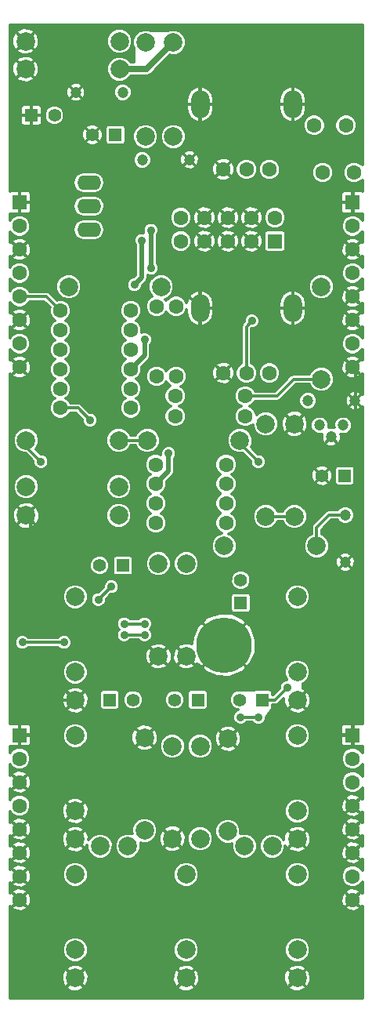
<source format=gtl>
G04 #@! TF.FileFunction,Copper,L1,Top,Signal*
%FSLAX46Y46*%
G04 Gerber Fmt 4.6, Leading zero omitted, Abs format (unit mm)*
G04 Created by KiCad (PCBNEW (2016-08-20 BZR 7083)-product) date Thu Jan 26 00:07:01 2017*
%MOMM*%
%LPD*%
G01*
G04 APERTURE LIST*
%ADD10C,0.100000*%
%ADD11C,1.600000*%
%ADD12C,2.000000*%
%ADD13C,1.200000*%
%ADD14R,1.400000X1.400000*%
%ADD15C,1.400000*%
%ADD16O,2.000000X3.000000*%
%ADD17R,1.600000X1.600000*%
%ADD18O,2.600000X1.600000*%
%ADD19C,6.000000*%
%ADD20C,0.900000*%
%ADD21C,0.300000*%
%ADD22C,0.700000*%
%ADD23C,0.500000*%
G04 APERTURE END LIST*
D10*
D11*
X16200000Y51800000D03*
X23800000Y51800000D03*
D12*
X2200000Y60700000D03*
X12200000Y60700000D03*
D13*
X35200000Y61065000D03*
X36470000Y62335000D03*
X33930000Y62335000D03*
D14*
X12650000Y47200000D03*
D15*
X10150000Y47200000D03*
D14*
X25400000Y43150000D03*
D15*
X25400000Y45650000D03*
D14*
X11850000Y93700000D03*
D15*
X9350000Y93700000D03*
D14*
X2750000Y95800000D03*
D15*
X5250000Y95800000D03*
D13*
X14760000Y91000000D03*
X19840000Y91000000D03*
X7560000Y98300000D03*
X12640000Y98300000D03*
D14*
X11250000Y32700000D03*
D15*
X13750000Y32700000D03*
D14*
X36650000Y56900000D03*
D15*
X34150000Y56900000D03*
D13*
X36700000Y52640000D03*
X36700000Y47560000D03*
D14*
X27750000Y32700000D03*
D15*
X25250000Y32700000D03*
D12*
X15100000Y103680000D03*
X15100000Y93520000D03*
X18100000Y103680000D03*
X18100000Y93520000D03*
D16*
X31000000Y97000000D03*
X21000000Y97000000D03*
D11*
X28500000Y90000000D03*
X26000000Y90000000D03*
X23500000Y90000000D03*
D16*
X31000000Y75000000D03*
X21000000Y75000000D03*
D11*
X28500000Y68000000D03*
X26000000Y68000000D03*
X23500000Y68000000D03*
X34250000Y89650000D03*
X33350000Y94750000D03*
X37650000Y89650000D03*
X36750000Y94750000D03*
D17*
X29080000Y82230000D03*
D11*
X29080000Y84770000D03*
X26540000Y82230000D03*
X26540000Y84770000D03*
X24000000Y82230000D03*
X24000000Y84770000D03*
X21460000Y82230000D03*
X21460000Y84770000D03*
X18920000Y82230000D03*
X18920000Y84770000D03*
D12*
X7500000Y20698000D03*
X7500000Y28826000D03*
X7500000Y17650000D03*
X31500000Y20698000D03*
X31500000Y28826000D03*
X31500000Y17650000D03*
X7500000Y35698000D03*
X7500000Y43826000D03*
X7500000Y32650000D03*
X31500000Y35698000D03*
X31500000Y43826000D03*
X31500000Y32650000D03*
X7500000Y5698000D03*
X7500000Y13826000D03*
X7500000Y2650000D03*
X19500000Y5698000D03*
X19500000Y13826000D03*
X19500000Y2650000D03*
D13*
X32660000Y65000000D03*
X37740000Y65000000D03*
D12*
X12280000Y103800000D03*
X2120000Y103800000D03*
X2120000Y100800000D03*
X12280000Y100800000D03*
D11*
X1500000Y68610000D03*
X1500000Y71150000D03*
X1500000Y73690000D03*
X1500000Y76230000D03*
X1500000Y78770000D03*
X1500000Y81310000D03*
D17*
X1500000Y86390000D03*
D11*
X1500000Y83850000D03*
X1500000Y11110000D03*
X1500000Y13650000D03*
X1500000Y16190000D03*
X1500000Y18730000D03*
X1500000Y21270000D03*
X1500000Y23810000D03*
D17*
X1500000Y28890000D03*
D11*
X1500000Y26350000D03*
X37500000Y68610000D03*
X37500000Y71150000D03*
X37500000Y73690000D03*
X37500000Y76230000D03*
X37500000Y78770000D03*
X37500000Y81310000D03*
D17*
X37500000Y86390000D03*
D11*
X37500000Y83850000D03*
X37500000Y11110000D03*
X37500000Y13650000D03*
X37500000Y16190000D03*
X37500000Y18730000D03*
X37500000Y21270000D03*
X37500000Y23810000D03*
D17*
X37500000Y28890000D03*
D11*
X37500000Y26350000D03*
D14*
X20750000Y32700000D03*
D15*
X18250000Y32700000D03*
D18*
X9000000Y88540000D03*
X9000000Y83460000D03*
X9000000Y86000000D03*
D12*
X31500000Y5698000D03*
X31500000Y13826000D03*
X31500000Y2650000D03*
X10200000Y16900000D03*
X13200000Y16900000D03*
X28800000Y16900000D03*
X25800000Y16900000D03*
X21000000Y27700000D03*
X21000000Y17700000D03*
X18000000Y17700000D03*
X18000000Y27700000D03*
X15300000Y60700000D03*
X25300000Y60700000D03*
X2200000Y52600000D03*
X12200000Y52600000D03*
X31200000Y62500000D03*
X31200000Y52500000D03*
X16500000Y37400000D03*
X16500000Y47400000D03*
X19500000Y37400000D03*
X19500000Y47400000D03*
X24000000Y28500000D03*
X24000000Y18500000D03*
X15000000Y28600000D03*
X15000000Y18600000D03*
X28100000Y52500000D03*
X28100000Y62500000D03*
X12200000Y55700000D03*
X2200000Y55700000D03*
X23600000Y49300000D03*
X33600000Y49300000D03*
X34100000Y77300000D03*
X34100000Y67300000D03*
X6800000Y77300000D03*
X16800000Y77300000D03*
D11*
X13500000Y66300000D03*
X5900000Y66300000D03*
X5900000Y64200000D03*
X13500000Y64200000D03*
X16200000Y58100000D03*
X23800000Y58100000D03*
X23800000Y56000000D03*
X16200000Y56000000D03*
X23800000Y53900000D03*
X16200000Y53900000D03*
X13500000Y74700000D03*
X5900000Y74700000D03*
X5900000Y72600000D03*
X13500000Y72600000D03*
X13500000Y68400000D03*
X5900000Y68400000D03*
X5900000Y70500000D03*
X13500000Y70500000D03*
X18300000Y65500000D03*
X25900000Y65500000D03*
X18400000Y67600000D03*
X18400000Y75200000D03*
X25900000Y63300000D03*
X18300000Y63300000D03*
X16300000Y75200000D03*
X16300000Y67600000D03*
D19*
X23600000Y38600000D03*
D20*
X15000000Y40900000D03*
X12800000Y40900000D03*
X29200000Y35000000D03*
X29100000Y50200000D03*
X30300000Y45600000D03*
X27100000Y42600000D03*
X29200000Y40000000D03*
X31200000Y40100000D03*
X28600000Y43900000D03*
X20000000Y45300000D03*
X22800000Y32200000D03*
X27000000Y34600000D03*
X35300000Y63300000D03*
X27500000Y64400000D03*
X7400000Y39700000D03*
X11200000Y41900000D03*
X15300000Y46300000D03*
X14200000Y42400000D03*
X36900000Y4300000D03*
X26000000Y5700000D03*
X13600000Y6700000D03*
X32800000Y9900000D03*
X27700000Y13800000D03*
X25000000Y9400000D03*
X22200000Y14800000D03*
X17900000Y9400000D03*
X11800000Y13900000D03*
X5800000Y9400000D03*
X1700000Y1600000D03*
X19500000Y22700000D03*
X12700000Y19000000D03*
X5300000Y26500000D03*
X11500000Y28100000D03*
X19300000Y29900000D03*
X16500000Y33300000D03*
X27400000Y18700000D03*
X25600000Y23700000D03*
X27500000Y29000000D03*
X32700000Y26100000D03*
X30100000Y24300000D03*
X33300000Y39000000D03*
X37300000Y33500000D03*
X36900000Y39000000D03*
X37800000Y63400000D03*
X37800000Y58600000D03*
X32100000Y50800000D03*
X28500000Y59900000D03*
X25700000Y52900000D03*
X25900000Y47400000D03*
X30800000Y54700000D03*
X17700000Y69300000D03*
X14300000Y48400000D03*
X18400000Y49600000D03*
X22000000Y54800000D03*
X14300000Y50900000D03*
X13300000Y57700000D03*
X23800000Y62900000D03*
X21400000Y58700000D03*
X19100000Y53200000D03*
X9700000Y61400000D03*
X8100000Y56600000D03*
X10500000Y64000000D03*
X10500000Y70300000D03*
X11000000Y74800000D03*
X10300000Y55400000D03*
X9500000Y51800000D03*
X35000000Y70000000D03*
X32400000Y69500000D03*
X19800000Y102500000D03*
X2600000Y90800000D03*
X16900000Y88600000D03*
X17300000Y79900000D03*
X19100000Y77400000D03*
X16100000Y73200000D03*
X9400000Y29100000D03*
X12800000Y38100000D03*
X14300000Y35800000D03*
X10600000Y35300000D03*
X11400000Y40000000D03*
X8400000Y37500000D03*
X6400000Y41500000D03*
X4400000Y69400000D03*
X3200000Y66100000D03*
X3200000Y62400000D03*
X5900000Y58000000D03*
X5700000Y62400000D03*
X4500000Y39800000D03*
X4500000Y50600000D03*
X4500000Y31900000D03*
X4500000Y37900000D03*
X3900000Y56700000D03*
X1100000Y62400000D03*
X12300000Y80200000D03*
X7900000Y65500000D03*
X7900000Y71200000D03*
X9600000Y76200000D03*
X13300000Y87700000D03*
X4900000Y77100000D03*
X5800000Y79700000D03*
X2700000Y37500000D03*
X900000Y37500000D03*
X2700000Y31900000D03*
X2700000Y49800000D03*
X1100000Y43800000D03*
X2700000Y39800000D03*
X32200000Y85900000D03*
X26500000Y99500000D03*
X26500000Y92100000D03*
X35100000Y92100000D03*
X29100000Y88100000D03*
X26400000Y74800000D03*
X32200000Y81400000D03*
X36900000Y104400000D03*
X32800000Y102000000D03*
X19700000Y105000000D03*
X29400000Y105000000D03*
X14500000Y98900000D03*
X7500000Y103800000D03*
X30400000Y34000000D03*
X27300000Y58400000D03*
X26600000Y73600000D03*
X11400000Y44900000D03*
X10000000Y43500000D03*
X6300000Y38900000D03*
X1800000Y38900000D03*
X15000000Y71600000D03*
X13900000Y77500000D03*
X14700000Y82300000D03*
X17600000Y59300000D03*
X15700000Y79300000D03*
X15700000Y83400000D03*
X3800000Y58400000D03*
X25400000Y30800000D03*
X27300000Y30800000D03*
X9100000Y62900000D03*
X12800000Y39700000D03*
X15000000Y39700000D03*
D21*
X12800000Y40900000D02*
X15000000Y40900000D01*
X28100000Y52500000D02*
X31200000Y52500000D01*
X29200000Y40000000D02*
X29200000Y35000000D01*
X30300000Y45600000D02*
X28600000Y43900000D01*
X31100000Y40000000D02*
X29200000Y40000000D01*
X31200000Y40100000D02*
X31100000Y40000000D01*
X27000000Y34600000D02*
X22300000Y34600000D01*
X22300000Y34600000D02*
X19500000Y37400000D01*
X37740000Y65000000D02*
X36040000Y63300000D01*
X36040000Y63300000D02*
X35300000Y63300000D01*
X31200000Y62500000D02*
X29300000Y64400000D01*
X29300000Y64400000D02*
X27500000Y64400000D01*
X11200000Y41900000D02*
X11700000Y42400000D01*
X11700000Y42400000D02*
X14200000Y42400000D01*
X31500000Y2650000D02*
X33150000Y4300000D01*
X33150000Y4300000D02*
X36900000Y4300000D01*
X7500000Y2650000D02*
X11550000Y6700000D01*
X11550000Y6700000D02*
X13600000Y6700000D01*
X36290000Y9900000D02*
X32800000Y9900000D01*
X27700000Y13800000D02*
X27700000Y12100000D01*
X27700000Y12100000D02*
X25000000Y9400000D01*
X22200000Y14800000D02*
X22200000Y13700000D01*
X22200000Y13700000D02*
X17900000Y9400000D01*
X11800000Y13900000D02*
X7300000Y9400000D01*
X7300000Y9400000D02*
X5800000Y9400000D01*
X37500000Y11110000D02*
X36290000Y9900000D01*
X7500000Y20698000D02*
X9198000Y19000000D01*
X9198000Y19000000D02*
X12700000Y19000000D01*
X7500000Y20698000D02*
X11500000Y24698000D01*
X11500000Y24698000D02*
X11500000Y28100000D01*
X15000000Y28600000D02*
X16500000Y30100000D01*
X16500000Y30100000D02*
X16500000Y33300000D01*
X24000000Y28500000D02*
X25000000Y29500000D01*
X25600000Y20500000D02*
X27400000Y18700000D01*
X25600000Y23700000D02*
X25600000Y20500000D01*
X27000000Y29500000D02*
X27500000Y29000000D01*
X25000000Y29500000D02*
X27000000Y29500000D01*
X32700000Y26100000D02*
X30900000Y24300000D01*
X30900000Y24300000D02*
X30100000Y24300000D01*
X36900000Y39000000D02*
X33300000Y39000000D01*
X36700000Y47560000D02*
X37800000Y46460000D01*
X37800000Y39900000D02*
X36900000Y39000000D01*
X37800000Y46460000D02*
X37800000Y39900000D01*
X37800000Y63400000D02*
X37800000Y68310000D01*
X29100000Y50200000D02*
X31500000Y50200000D01*
X31500000Y50200000D02*
X32100000Y50800000D01*
X25900000Y47400000D02*
X28700000Y50200000D01*
X28600000Y59900000D02*
X28500000Y59900000D01*
X25700000Y52900000D02*
X25700000Y51400000D01*
X25700000Y51400000D02*
X26600000Y50500000D01*
X26600000Y50500000D02*
X26600000Y48100000D01*
X26600000Y48100000D02*
X25900000Y47400000D01*
X31200000Y62500000D02*
X28600000Y59900000D01*
X28700000Y50200000D02*
X29100000Y50200000D01*
X31200000Y62500000D02*
X30100000Y61400000D01*
X30100000Y55400000D02*
X30800000Y54700000D01*
X30100000Y61400000D02*
X30100000Y55400000D01*
X22000000Y54800000D02*
X20700000Y54800000D01*
X18400000Y49600000D02*
X22000000Y53200000D01*
X22000000Y53200000D02*
X22000000Y54800000D01*
X8100000Y56600000D02*
X9200000Y57700000D01*
X9200000Y57700000D02*
X13300000Y57700000D01*
X14300000Y50900000D02*
X14300000Y48400000D01*
X21400000Y60500000D02*
X23800000Y62900000D01*
X21400000Y58700000D02*
X21400000Y60500000D01*
X20700000Y54800000D02*
X19100000Y53200000D01*
X8100000Y56600000D02*
X8100000Y53200000D01*
X10500000Y62200000D02*
X9700000Y61400000D01*
X9600000Y76200000D02*
X11000000Y74800000D01*
X10500000Y70300000D02*
X10500000Y64000000D01*
X10500000Y64000000D02*
X10500000Y62200000D01*
X8100000Y53200000D02*
X9500000Y51800000D01*
X37500000Y73690000D02*
X35000000Y71190000D01*
X35000000Y71190000D02*
X35000000Y70000000D01*
X26500000Y99500000D02*
X23500000Y102500000D01*
X23500000Y102500000D02*
X19800000Y102500000D01*
X19840000Y91000000D02*
X18540000Y89700000D01*
X18000000Y89700000D02*
X16900000Y88600000D01*
X18540000Y89700000D02*
X18000000Y89700000D01*
X21000000Y75000000D02*
X19100000Y76900000D01*
X19100000Y76900000D02*
X19100000Y77400000D01*
X7500000Y32650000D02*
X10150000Y35300000D01*
X12800000Y37300000D02*
X12800000Y38100000D01*
X14300000Y35800000D02*
X12800000Y37300000D01*
X10150000Y35300000D02*
X10600000Y35300000D01*
X7400000Y39700000D02*
X7400000Y38500000D01*
X7400000Y38500000D02*
X8400000Y37500000D01*
X6400000Y41500000D02*
X7400000Y40500000D01*
X6200000Y41500000D02*
X6400000Y41500000D01*
X4500000Y39800000D02*
X6200000Y41500000D01*
X7400000Y40500000D02*
X7400000Y39700000D01*
X3200000Y62400000D02*
X5700000Y62400000D01*
X2290000Y69400000D02*
X4400000Y69400000D01*
X3200000Y66100000D02*
X3200000Y62400000D01*
X1500000Y68610000D02*
X2290000Y69400000D01*
X4500000Y50600000D02*
X4500000Y56100000D01*
X4500000Y39800000D02*
X4500000Y50600000D01*
X4500000Y56100000D02*
X3900000Y56700000D01*
X12300000Y80200000D02*
X9600000Y77500000D01*
X7900000Y71200000D02*
X7900000Y65500000D01*
X9600000Y77500000D02*
X9600000Y76200000D01*
X13300000Y89750000D02*
X13300000Y87700000D01*
X9350000Y93700000D02*
X13300000Y89750000D01*
X4900000Y78800000D02*
X4900000Y77100000D01*
X5800000Y79700000D02*
X4900000Y78800000D01*
X2700000Y37500000D02*
X900000Y37500000D01*
X4500000Y31900000D02*
X2700000Y31900000D01*
X2700000Y49800000D02*
X2700000Y52100000D01*
X2700000Y42200000D02*
X1100000Y43800000D01*
X2700000Y39800000D02*
X2700000Y42200000D01*
X2700000Y52100000D02*
X2200000Y52600000D01*
X5250000Y32650000D02*
X7500000Y32650000D01*
X5250000Y32650000D02*
X4500000Y31900000D01*
X32200000Y85900000D02*
X32200000Y81400000D01*
X30000000Y88100000D02*
X32200000Y85900000D01*
X35100000Y92100000D02*
X33100000Y92100000D01*
X26500000Y99500000D02*
X26500000Y92100000D01*
X33100000Y92100000D02*
X29100000Y88100000D01*
X29100000Y88100000D02*
X30000000Y88100000D01*
X36900000Y104400000D02*
X36300000Y105000000D01*
X34500000Y102000000D02*
X36900000Y104400000D01*
X31000000Y97000000D02*
X31000000Y100200000D01*
X31000000Y100200000D02*
X32800000Y102000000D01*
X32800000Y102000000D02*
X34500000Y102000000D01*
X36300000Y105000000D02*
X29400000Y105000000D01*
X21000000Y97000000D02*
X16400000Y97000000D01*
X16400000Y97000000D02*
X14500000Y98900000D01*
X37500000Y68610000D02*
X37800000Y68310000D01*
X30400000Y34000000D02*
X29100000Y32700000D01*
X27750000Y32700000D02*
X29100000Y32700000D01*
X25300000Y60400000D02*
X27300000Y58400000D01*
D22*
X12280000Y100800000D02*
X15220000Y100800000D01*
X15220000Y100800000D02*
X18100000Y103680000D01*
D21*
X26000000Y68000000D02*
X26000000Y73000000D01*
X26000000Y73000000D02*
X26600000Y73600000D01*
X25900000Y65500000D02*
X29300000Y65500000D01*
X31100000Y67300000D02*
X34100000Y67300000D01*
X29300000Y65500000D02*
X31100000Y67300000D01*
X10000000Y43500000D02*
X11400000Y44900000D01*
X1800000Y38900000D02*
X6300000Y38900000D01*
D23*
X15000000Y69900000D02*
X13500000Y68400000D01*
X15000000Y71600000D02*
X15000000Y69900000D01*
X14700000Y78300000D02*
X13900000Y77500000D01*
X14700000Y82300000D02*
X14700000Y78300000D01*
X17600000Y57400000D02*
X16200000Y56000000D01*
X17600000Y59300000D02*
X17600000Y57400000D01*
X15700000Y83400000D02*
X15700000Y79300000D01*
D21*
X33600000Y49300000D02*
X33600000Y51300000D01*
X34940000Y52640000D02*
X36700000Y52640000D01*
X33600000Y51300000D02*
X34940000Y52640000D01*
X2200000Y60000000D02*
X3800000Y58400000D01*
X2200000Y60000000D02*
X2200000Y60700000D01*
X1500000Y76230000D02*
X4370000Y76230000D01*
X4370000Y76230000D02*
X5900000Y74700000D01*
X25400000Y30800000D02*
X27300000Y30800000D01*
X15300000Y60700000D02*
X12200000Y60700000D01*
X7800000Y64200000D02*
X9100000Y62900000D01*
X7800000Y64200000D02*
X5900000Y64200000D01*
X15000000Y39700000D02*
X12800000Y39700000D01*
G36*
X38525000Y90472010D02*
X38330633Y90666717D01*
X37889742Y90849791D01*
X37412353Y90850207D01*
X36971143Y90667903D01*
X36633283Y90330633D01*
X36450209Y89889742D01*
X36449793Y89412353D01*
X36632097Y88971143D01*
X36969367Y88633283D01*
X37410258Y88450209D01*
X37887647Y88449793D01*
X38328857Y88632097D01*
X38525000Y88827897D01*
X38525000Y87603361D01*
X38393091Y87658000D01*
X37626000Y87658000D01*
X37509000Y87541000D01*
X37509000Y86399000D01*
X37529000Y86399000D01*
X37529000Y86381000D01*
X37509000Y86381000D01*
X37509000Y85239000D01*
X37626000Y85122000D01*
X38393091Y85122000D01*
X38525000Y85176639D01*
X38525000Y84511681D01*
X38517903Y84528857D01*
X38180633Y84866717D01*
X37739742Y85049791D01*
X37262353Y85050207D01*
X36821143Y84867903D01*
X36483283Y84530633D01*
X36300209Y84089742D01*
X36299793Y83612353D01*
X36482097Y83171143D01*
X36819367Y82833283D01*
X37260258Y82650209D01*
X37737647Y82649793D01*
X38178857Y82832097D01*
X38516717Y83169367D01*
X38525000Y83189315D01*
X38525000Y82071506D01*
X38337786Y82135058D01*
X37512728Y81310000D01*
X38337786Y80484942D01*
X38525000Y80548494D01*
X38525000Y79431681D01*
X38517903Y79448857D01*
X38180633Y79786717D01*
X37739742Y79969791D01*
X37262353Y79970207D01*
X36821143Y79787903D01*
X36483283Y79450633D01*
X36300209Y79009742D01*
X36299793Y78532353D01*
X36482097Y78091143D01*
X36819367Y77753283D01*
X37260258Y77570209D01*
X37737647Y77569793D01*
X38178857Y77752097D01*
X38516717Y78089367D01*
X38525000Y78109315D01*
X38525000Y76991506D01*
X38337786Y77055058D01*
X37512728Y76230000D01*
X38337786Y75404942D01*
X38525000Y75468494D01*
X38525000Y74451506D01*
X38337786Y74515058D01*
X37512728Y73690000D01*
X38337786Y72864942D01*
X38525000Y72928494D01*
X38525000Y71811681D01*
X38517903Y71828857D01*
X38180633Y72166717D01*
X37739742Y72349791D01*
X37262353Y72350207D01*
X36821143Y72167903D01*
X36483283Y71830633D01*
X36300209Y71389742D01*
X36299793Y70912353D01*
X36482097Y70471143D01*
X36819367Y70133283D01*
X37260258Y69950209D01*
X37737647Y69949793D01*
X38178857Y70132097D01*
X38516717Y70469367D01*
X38525000Y70489315D01*
X38525000Y69371506D01*
X38337786Y69435058D01*
X37512728Y68610000D01*
X38337786Y67784942D01*
X38525000Y67848494D01*
X38525000Y65658029D01*
X38433588Y65680860D01*
X37752728Y65000000D01*
X38433588Y64319140D01*
X38525000Y64341971D01*
X38525000Y30103361D01*
X38393091Y30158000D01*
X37626000Y30158000D01*
X37509000Y30041000D01*
X37509000Y28899000D01*
X37529000Y28899000D01*
X37529000Y28881000D01*
X37509000Y28881000D01*
X37509000Y27739000D01*
X37626000Y27622000D01*
X38393091Y27622000D01*
X38525000Y27676639D01*
X38525000Y27011681D01*
X38517903Y27028857D01*
X38180633Y27366717D01*
X37739742Y27549791D01*
X37262353Y27550207D01*
X36821143Y27367903D01*
X36483283Y27030633D01*
X36300209Y26589742D01*
X36299793Y26112353D01*
X36482097Y25671143D01*
X36819367Y25333283D01*
X37260258Y25150209D01*
X37737647Y25149793D01*
X38178857Y25332097D01*
X38516717Y25669367D01*
X38525000Y25689315D01*
X38525000Y24471681D01*
X38517903Y24488857D01*
X38180633Y24826717D01*
X37739742Y25009791D01*
X37262353Y25010207D01*
X36821143Y24827903D01*
X36483283Y24490633D01*
X36300209Y24049742D01*
X36299793Y23572353D01*
X36482097Y23131143D01*
X36819367Y22793283D01*
X37260258Y22610209D01*
X37737647Y22609793D01*
X38178857Y22792097D01*
X38516717Y23129367D01*
X38525000Y23149315D01*
X38525000Y22031506D01*
X38337786Y22095058D01*
X37512728Y21270000D01*
X38337786Y20444942D01*
X38525000Y20508494D01*
X38525000Y19491506D01*
X38337786Y19555058D01*
X37512728Y18730000D01*
X38337786Y17904942D01*
X38525000Y17968494D01*
X38525000Y16951506D01*
X38337786Y17015058D01*
X37512728Y16190000D01*
X38337786Y15364942D01*
X38525000Y15428494D01*
X38525000Y14311681D01*
X38517903Y14328857D01*
X38180633Y14666717D01*
X37739742Y14849791D01*
X37262353Y14850207D01*
X36821143Y14667903D01*
X36483283Y14330633D01*
X36300209Y13889742D01*
X36299793Y13412353D01*
X36482097Y12971143D01*
X36819367Y12633283D01*
X37260258Y12450209D01*
X37737647Y12449793D01*
X38178857Y12632097D01*
X38516717Y12969367D01*
X38525000Y12989315D01*
X38525000Y11871506D01*
X38337786Y11935058D01*
X37512728Y11110000D01*
X38337786Y10284942D01*
X38525000Y10348494D01*
X38525000Y475000D01*
X475000Y475000D01*
X475000Y1668019D01*
X6530747Y1668019D01*
X6627524Y1433827D01*
X7159346Y1192521D01*
X7743030Y1173102D01*
X8289715Y1378529D01*
X8372476Y1433827D01*
X8469253Y1668019D01*
X18530747Y1668019D01*
X18627524Y1433827D01*
X19159346Y1192521D01*
X19743030Y1173102D01*
X20289715Y1378529D01*
X20372476Y1433827D01*
X20469253Y1668019D01*
X30530747Y1668019D01*
X30627524Y1433827D01*
X31159346Y1192521D01*
X31743030Y1173102D01*
X32289715Y1378529D01*
X32372476Y1433827D01*
X32469253Y1668019D01*
X31500000Y2637272D01*
X30530747Y1668019D01*
X20469253Y1668019D01*
X19500000Y2637272D01*
X18530747Y1668019D01*
X8469253Y1668019D01*
X7500000Y2637272D01*
X6530747Y1668019D01*
X475000Y1668019D01*
X475000Y2406970D01*
X6023102Y2406970D01*
X6228529Y1860285D01*
X6283827Y1777524D01*
X6518019Y1680747D01*
X7487272Y2650000D01*
X7512728Y2650000D01*
X8481981Y1680747D01*
X8716173Y1777524D01*
X8957479Y2309346D01*
X8960726Y2406970D01*
X18023102Y2406970D01*
X18228529Y1860285D01*
X18283827Y1777524D01*
X18518019Y1680747D01*
X19487272Y2650000D01*
X19512728Y2650000D01*
X20481981Y1680747D01*
X20716173Y1777524D01*
X20957479Y2309346D01*
X20960726Y2406970D01*
X30023102Y2406970D01*
X30228529Y1860285D01*
X30283827Y1777524D01*
X30518019Y1680747D01*
X31487272Y2650000D01*
X31512728Y2650000D01*
X32481981Y1680747D01*
X32716173Y1777524D01*
X32957479Y2309346D01*
X32976898Y2893030D01*
X32771471Y3439715D01*
X32716173Y3522476D01*
X32481981Y3619253D01*
X31512728Y2650000D01*
X31487272Y2650000D01*
X30518019Y3619253D01*
X30283827Y3522476D01*
X30042521Y2990654D01*
X30023102Y2406970D01*
X20960726Y2406970D01*
X20976898Y2893030D01*
X20771471Y3439715D01*
X20716173Y3522476D01*
X20481981Y3619253D01*
X19512728Y2650000D01*
X19487272Y2650000D01*
X18518019Y3619253D01*
X18283827Y3522476D01*
X18042521Y2990654D01*
X18023102Y2406970D01*
X8960726Y2406970D01*
X8976898Y2893030D01*
X8771471Y3439715D01*
X8716173Y3522476D01*
X8481981Y3619253D01*
X7512728Y2650000D01*
X7487272Y2650000D01*
X6518019Y3619253D01*
X6283827Y3522476D01*
X6042521Y2990654D01*
X6023102Y2406970D01*
X475000Y2406970D01*
X475000Y3631981D01*
X6530747Y3631981D01*
X7500000Y2662728D01*
X8469253Y3631981D01*
X18530747Y3631981D01*
X19500000Y2662728D01*
X20469253Y3631981D01*
X30530747Y3631981D01*
X31500000Y2662728D01*
X32469253Y3631981D01*
X32372476Y3866173D01*
X31840654Y4107479D01*
X31256970Y4126898D01*
X30710285Y3921471D01*
X30627524Y3866173D01*
X30530747Y3631981D01*
X20469253Y3631981D01*
X20372476Y3866173D01*
X19840654Y4107479D01*
X19256970Y4126898D01*
X18710285Y3921471D01*
X18627524Y3866173D01*
X18530747Y3631981D01*
X8469253Y3631981D01*
X8372476Y3866173D01*
X7840654Y4107479D01*
X7256970Y4126898D01*
X6710285Y3921471D01*
X6627524Y3866173D01*
X6530747Y3631981D01*
X475000Y3631981D01*
X475000Y5420744D01*
X6099757Y5420744D01*
X6312445Y4906000D01*
X6705928Y4511830D01*
X7220301Y4298243D01*
X7777256Y4297757D01*
X8292000Y4510445D01*
X8686170Y4903928D01*
X8899757Y5418301D01*
X8899759Y5420744D01*
X18099757Y5420744D01*
X18312445Y4906000D01*
X18705928Y4511830D01*
X19220301Y4298243D01*
X19777256Y4297757D01*
X20292000Y4510445D01*
X20686170Y4903928D01*
X20899757Y5418301D01*
X20899759Y5420744D01*
X30099757Y5420744D01*
X30312445Y4906000D01*
X30705928Y4511830D01*
X31220301Y4298243D01*
X31777256Y4297757D01*
X32292000Y4510445D01*
X32686170Y4903928D01*
X32899757Y5418301D01*
X32900243Y5975256D01*
X32687555Y6490000D01*
X32294072Y6884170D01*
X31779699Y7097757D01*
X31222744Y7098243D01*
X30708000Y6885555D01*
X30313830Y6492072D01*
X30100243Y5977699D01*
X30099757Y5420744D01*
X20899759Y5420744D01*
X20900243Y5975256D01*
X20687555Y6490000D01*
X20294072Y6884170D01*
X19779699Y7097757D01*
X19222744Y7098243D01*
X18708000Y6885555D01*
X18313830Y6492072D01*
X18100243Y5977699D01*
X18099757Y5420744D01*
X8899759Y5420744D01*
X8900243Y5975256D01*
X8687555Y6490000D01*
X8294072Y6884170D01*
X7779699Y7097757D01*
X7222744Y7098243D01*
X6708000Y6885555D01*
X6313830Y6492072D01*
X6100243Y5977699D01*
X6099757Y5420744D01*
X475000Y5420744D01*
X475000Y10272214D01*
X674942Y10272214D01*
X747386Y10058804D01*
X1206950Y9850809D01*
X1711129Y9834514D01*
X2183164Y10012401D01*
X2252614Y10058804D01*
X2325058Y10272214D01*
X36674942Y10272214D01*
X36747386Y10058804D01*
X37206950Y9850809D01*
X37711129Y9834514D01*
X38183164Y10012401D01*
X38252614Y10058804D01*
X38325058Y10272214D01*
X37500000Y11097272D01*
X36674942Y10272214D01*
X2325058Y10272214D01*
X1500000Y11097272D01*
X674942Y10272214D01*
X475000Y10272214D01*
X475000Y10348494D01*
X662214Y10284942D01*
X1487272Y11110000D01*
X1512728Y11110000D01*
X2337786Y10284942D01*
X2551196Y10357386D01*
X2759191Y10816950D01*
X2761838Y10898871D01*
X36224514Y10898871D01*
X36402401Y10426836D01*
X36448804Y10357386D01*
X36662214Y10284942D01*
X37487272Y11110000D01*
X36662214Y11935058D01*
X36448804Y11862614D01*
X36240809Y11403050D01*
X36224514Y10898871D01*
X2761838Y10898871D01*
X2775486Y11321129D01*
X2597599Y11793164D01*
X2551196Y11862614D01*
X2337786Y11935058D01*
X1512728Y11110000D01*
X1487272Y11110000D01*
X662214Y11935058D01*
X475000Y11871506D01*
X475000Y11947786D01*
X674942Y11947786D01*
X1500000Y11122728D01*
X2325058Y11947786D01*
X36674942Y11947786D01*
X37500000Y11122728D01*
X38325058Y11947786D01*
X38252614Y12161196D01*
X37793050Y12369191D01*
X37288871Y12385486D01*
X36816836Y12207599D01*
X36747386Y12161196D01*
X36674942Y11947786D01*
X2325058Y11947786D01*
X2252614Y12161196D01*
X1793050Y12369191D01*
X1288871Y12385486D01*
X816836Y12207599D01*
X747386Y12161196D01*
X674942Y11947786D01*
X475000Y11947786D01*
X475000Y12812214D01*
X674942Y12812214D01*
X747386Y12598804D01*
X1206950Y12390809D01*
X1711129Y12374514D01*
X2183164Y12552401D01*
X2252614Y12598804D01*
X2325058Y12812214D01*
X1500000Y13637272D01*
X674942Y12812214D01*
X475000Y12812214D01*
X475000Y12888494D01*
X662214Y12824942D01*
X1487272Y13650000D01*
X1512728Y13650000D01*
X2337786Y12824942D01*
X2551196Y12897386D01*
X2759191Y13356950D01*
X2765389Y13548744D01*
X6099757Y13548744D01*
X6312445Y13034000D01*
X6705928Y12639830D01*
X7220301Y12426243D01*
X7777256Y12425757D01*
X8292000Y12638445D01*
X8686170Y13031928D01*
X8899757Y13546301D01*
X8899759Y13548744D01*
X18099757Y13548744D01*
X18312445Y13034000D01*
X18705928Y12639830D01*
X19220301Y12426243D01*
X19777256Y12425757D01*
X20292000Y12638445D01*
X20686170Y13031928D01*
X20899757Y13546301D01*
X20899759Y13548744D01*
X30099757Y13548744D01*
X30312445Y13034000D01*
X30705928Y12639830D01*
X31220301Y12426243D01*
X31777256Y12425757D01*
X32292000Y12638445D01*
X32686170Y13031928D01*
X32899757Y13546301D01*
X32900243Y14103256D01*
X32687555Y14618000D01*
X32294072Y15012170D01*
X31779699Y15225757D01*
X31222744Y15226243D01*
X30708000Y15013555D01*
X30313830Y14620072D01*
X30100243Y14105699D01*
X30099757Y13548744D01*
X20899759Y13548744D01*
X20900243Y14103256D01*
X20687555Y14618000D01*
X20294072Y15012170D01*
X19779699Y15225757D01*
X19222744Y15226243D01*
X18708000Y15013555D01*
X18313830Y14620072D01*
X18100243Y14105699D01*
X18099757Y13548744D01*
X8899759Y13548744D01*
X8900243Y14103256D01*
X8687555Y14618000D01*
X8294072Y15012170D01*
X7779699Y15225757D01*
X7222744Y15226243D01*
X6708000Y15013555D01*
X6313830Y14620072D01*
X6100243Y14105699D01*
X6099757Y13548744D01*
X2765389Y13548744D01*
X2775486Y13861129D01*
X2597599Y14333164D01*
X2551196Y14402614D01*
X2337786Y14475058D01*
X1512728Y13650000D01*
X1487272Y13650000D01*
X662214Y14475058D01*
X475000Y14411506D01*
X475000Y14487786D01*
X674942Y14487786D01*
X1500000Y13662728D01*
X2325058Y14487786D01*
X2252614Y14701196D01*
X1793050Y14909191D01*
X1288871Y14925486D01*
X816836Y14747599D01*
X747386Y14701196D01*
X674942Y14487786D01*
X475000Y14487786D01*
X475000Y15352214D01*
X674942Y15352214D01*
X747386Y15138804D01*
X1206950Y14930809D01*
X1711129Y14914514D01*
X2183164Y15092401D01*
X2252614Y15138804D01*
X2325058Y15352214D01*
X36674942Y15352214D01*
X36747386Y15138804D01*
X37206950Y14930809D01*
X37711129Y14914514D01*
X38183164Y15092401D01*
X38252614Y15138804D01*
X38325058Y15352214D01*
X37500000Y16177272D01*
X36674942Y15352214D01*
X2325058Y15352214D01*
X1500000Y16177272D01*
X674942Y15352214D01*
X475000Y15352214D01*
X475000Y15428494D01*
X662214Y15364942D01*
X1487272Y16190000D01*
X1512728Y16190000D01*
X2337786Y15364942D01*
X2551196Y15437386D01*
X2759191Y15896950D01*
X2775486Y16401129D01*
X2674909Y16668019D01*
X6530747Y16668019D01*
X6627524Y16433827D01*
X7159346Y16192521D01*
X7743030Y16173102D01*
X8289715Y16378529D01*
X8372476Y16433827D01*
X8469253Y16668019D01*
X7500000Y17637272D01*
X6530747Y16668019D01*
X2674909Y16668019D01*
X2597599Y16873164D01*
X2551196Y16942614D01*
X2337786Y17015058D01*
X1512728Y16190000D01*
X1487272Y16190000D01*
X662214Y17015058D01*
X475000Y16951506D01*
X475000Y17027786D01*
X674942Y17027786D01*
X1500000Y16202728D01*
X2325058Y17027786D01*
X2252614Y17241196D01*
X1886338Y17406970D01*
X6023102Y17406970D01*
X6228529Y16860285D01*
X6283827Y16777524D01*
X6518019Y16680747D01*
X7487272Y17650000D01*
X7512728Y17650000D01*
X8481981Y16680747D01*
X8716173Y16777524D01*
X8800053Y16962391D01*
X8799757Y16622744D01*
X9012445Y16108000D01*
X9405928Y15713830D01*
X9920301Y15500243D01*
X10477256Y15499757D01*
X10992000Y15712445D01*
X11386170Y16105928D01*
X11599757Y16620301D01*
X11599759Y16622744D01*
X11799757Y16622744D01*
X12012445Y16108000D01*
X12405928Y15713830D01*
X12920301Y15500243D01*
X13477256Y15499757D01*
X13992000Y15712445D01*
X14386170Y16105928D01*
X14599757Y16620301D01*
X14599842Y16718019D01*
X17030747Y16718019D01*
X17127524Y16483827D01*
X17659346Y16242521D01*
X18243030Y16223102D01*
X18789715Y16428529D01*
X18872476Y16483827D01*
X18969253Y16718019D01*
X18000000Y17687272D01*
X17030747Y16718019D01*
X14599842Y16718019D01*
X14600243Y17177256D01*
X14563913Y17265181D01*
X14720301Y17200243D01*
X15277256Y17199757D01*
X15792000Y17412445D01*
X15836602Y17456970D01*
X16523102Y17456970D01*
X16728529Y16910285D01*
X16783827Y16827524D01*
X17018019Y16730747D01*
X17987272Y17700000D01*
X18012728Y17700000D01*
X18981981Y16730747D01*
X19216173Y16827524D01*
X19457479Y17359346D01*
X19459588Y17422744D01*
X19599757Y17422744D01*
X19812445Y16908000D01*
X20205928Y16513830D01*
X20720301Y16300243D01*
X21277256Y16299757D01*
X21792000Y16512445D01*
X22186170Y16905928D01*
X22399757Y17420301D01*
X22400243Y17977256D01*
X22298810Y18222744D01*
X22599757Y18222744D01*
X22812445Y17708000D01*
X23205928Y17313830D01*
X23720301Y17100243D01*
X24277256Y17099757D01*
X24400218Y17150564D01*
X24399757Y16622744D01*
X24612445Y16108000D01*
X25005928Y15713830D01*
X25520301Y15500243D01*
X26077256Y15499757D01*
X26592000Y15712445D01*
X26986170Y16105928D01*
X27199757Y16620301D01*
X27199759Y16622744D01*
X27399757Y16622744D01*
X27612445Y16108000D01*
X28005928Y15713830D01*
X28520301Y15500243D01*
X29077256Y15499757D01*
X29592000Y15712445D01*
X29858891Y15978871D01*
X36224514Y15978871D01*
X36402401Y15506836D01*
X36448804Y15437386D01*
X36662214Y15364942D01*
X37487272Y16190000D01*
X36662214Y17015058D01*
X36448804Y16942614D01*
X36240809Y16483050D01*
X36224514Y15978871D01*
X29858891Y15978871D01*
X29986170Y16105928D01*
X30199757Y16620301D01*
X30199798Y16668019D01*
X30530747Y16668019D01*
X30627524Y16433827D01*
X31159346Y16192521D01*
X31743030Y16173102D01*
X32289715Y16378529D01*
X32372476Y16433827D01*
X32469253Y16668019D01*
X31500000Y17637272D01*
X30530747Y16668019D01*
X30199798Y16668019D01*
X30200033Y16936120D01*
X30228529Y16860285D01*
X30283827Y16777524D01*
X30518019Y16680747D01*
X31487272Y17650000D01*
X31512728Y17650000D01*
X32481981Y16680747D01*
X32716173Y16777524D01*
X32829725Y17027786D01*
X36674942Y17027786D01*
X37500000Y16202728D01*
X38325058Y17027786D01*
X38252614Y17241196D01*
X37793050Y17449191D01*
X37288871Y17465486D01*
X36816836Y17287599D01*
X36747386Y17241196D01*
X36674942Y17027786D01*
X32829725Y17027786D01*
X32957479Y17309346D01*
X32976870Y17892214D01*
X36674942Y17892214D01*
X36747386Y17678804D01*
X37206950Y17470809D01*
X37711129Y17454514D01*
X38183164Y17632401D01*
X38252614Y17678804D01*
X38325058Y17892214D01*
X37500000Y18717272D01*
X36674942Y17892214D01*
X32976870Y17892214D01*
X32976898Y17893030D01*
X32771471Y18439715D01*
X32718582Y18518871D01*
X36224514Y18518871D01*
X36402401Y18046836D01*
X36448804Y17977386D01*
X36662214Y17904942D01*
X37487272Y18730000D01*
X36662214Y19555058D01*
X36448804Y19482614D01*
X36240809Y19023050D01*
X36224514Y18518871D01*
X32718582Y18518871D01*
X32716173Y18522476D01*
X32481981Y18619253D01*
X31512728Y17650000D01*
X31487272Y17650000D01*
X30518019Y18619253D01*
X30283827Y18522476D01*
X30042521Y17990654D01*
X30029229Y17591141D01*
X29987555Y17692000D01*
X29594072Y18086170D01*
X29079699Y18299757D01*
X28522744Y18300243D01*
X28008000Y18087555D01*
X27613830Y17694072D01*
X27400243Y17179699D01*
X27399757Y16622744D01*
X27199759Y16622744D01*
X27200243Y17177256D01*
X26987555Y17692000D01*
X26594072Y18086170D01*
X26079699Y18299757D01*
X25522744Y18300243D01*
X25399782Y18249436D01*
X25400116Y18631981D01*
X30530747Y18631981D01*
X31500000Y17662728D01*
X32469253Y18631981D01*
X32372476Y18866173D01*
X31840654Y19107479D01*
X31256970Y19126898D01*
X30710285Y18921471D01*
X30627524Y18866173D01*
X30530747Y18631981D01*
X25400116Y18631981D01*
X25400243Y18777256D01*
X25187555Y19292000D01*
X24794072Y19686170D01*
X24279699Y19899757D01*
X23722744Y19900243D01*
X23208000Y19687555D01*
X22813830Y19294072D01*
X22600243Y18779699D01*
X22599757Y18222744D01*
X22298810Y18222744D01*
X22187555Y18492000D01*
X21794072Y18886170D01*
X21279699Y19099757D01*
X20722744Y19100243D01*
X20208000Y18887555D01*
X19813830Y18494072D01*
X19600243Y17979699D01*
X19599757Y17422744D01*
X19459588Y17422744D01*
X19476898Y17943030D01*
X19271471Y18489715D01*
X19216173Y18572476D01*
X18981981Y18669253D01*
X18012728Y17700000D01*
X17987272Y17700000D01*
X17018019Y18669253D01*
X16783827Y18572476D01*
X16542521Y18040654D01*
X16523102Y17456970D01*
X15836602Y17456970D01*
X16186170Y17805928D01*
X16399757Y18320301D01*
X16400072Y18681981D01*
X17030747Y18681981D01*
X18000000Y17712728D01*
X18969253Y18681981D01*
X18872476Y18916173D01*
X18340654Y19157479D01*
X17756970Y19176898D01*
X17210285Y18971471D01*
X17127524Y18916173D01*
X17030747Y18681981D01*
X16400072Y18681981D01*
X16400243Y18877256D01*
X16187555Y19392000D01*
X15794072Y19786170D01*
X15279699Y19999757D01*
X14722744Y20000243D01*
X14208000Y19787555D01*
X13813830Y19394072D01*
X13600243Y18879699D01*
X13599757Y18322744D01*
X13636087Y18234819D01*
X13479699Y18299757D01*
X12922744Y18300243D01*
X12408000Y18087555D01*
X12013830Y17694072D01*
X11800243Y17179699D01*
X11799757Y16622744D01*
X11599759Y16622744D01*
X11600243Y17177256D01*
X11387555Y17692000D01*
X10994072Y18086170D01*
X10479699Y18299757D01*
X9922744Y18300243D01*
X9408000Y18087555D01*
X9013830Y17694072D01*
X8966485Y17580054D01*
X8976898Y17893030D01*
X8771471Y18439715D01*
X8716173Y18522476D01*
X8481981Y18619253D01*
X7512728Y17650000D01*
X7487272Y17650000D01*
X6518019Y18619253D01*
X6283827Y18522476D01*
X6042521Y17990654D01*
X6023102Y17406970D01*
X1886338Y17406970D01*
X1793050Y17449191D01*
X1288871Y17465486D01*
X816836Y17287599D01*
X747386Y17241196D01*
X674942Y17027786D01*
X475000Y17027786D01*
X475000Y17892214D01*
X674942Y17892214D01*
X747386Y17678804D01*
X1206950Y17470809D01*
X1711129Y17454514D01*
X2183164Y17632401D01*
X2252614Y17678804D01*
X2325058Y17892214D01*
X1500000Y18717272D01*
X674942Y17892214D01*
X475000Y17892214D01*
X475000Y17968494D01*
X662214Y17904942D01*
X1487272Y18730000D01*
X1512728Y18730000D01*
X2337786Y17904942D01*
X2551196Y17977386D01*
X2759191Y18436950D01*
X2765494Y18631981D01*
X6530747Y18631981D01*
X7500000Y17662728D01*
X8469253Y18631981D01*
X8372476Y18866173D01*
X7840654Y19107479D01*
X7256970Y19126898D01*
X6710285Y18921471D01*
X6627524Y18866173D01*
X6530747Y18631981D01*
X2765494Y18631981D01*
X2775486Y18941129D01*
X2597599Y19413164D01*
X2551196Y19482614D01*
X2337786Y19555058D01*
X1512728Y18730000D01*
X1487272Y18730000D01*
X662214Y19555058D01*
X475000Y19491506D01*
X475000Y19567786D01*
X674942Y19567786D01*
X1500000Y18742728D01*
X2325058Y19567786D01*
X2274739Y19716019D01*
X6530747Y19716019D01*
X6627524Y19481827D01*
X7159346Y19240521D01*
X7743030Y19221102D01*
X8289715Y19426529D01*
X8372476Y19481827D01*
X8469253Y19716019D01*
X7500000Y20685272D01*
X6530747Y19716019D01*
X2274739Y19716019D01*
X2252614Y19781196D01*
X1793050Y19989191D01*
X1288871Y20005486D01*
X816836Y19827599D01*
X747386Y19781196D01*
X674942Y19567786D01*
X475000Y19567786D01*
X475000Y20608319D01*
X482097Y20591143D01*
X819367Y20253283D01*
X1260258Y20070209D01*
X1737647Y20069793D01*
X2178857Y20252097D01*
X2382084Y20454970D01*
X6023102Y20454970D01*
X6228529Y19908285D01*
X6283827Y19825524D01*
X6518019Y19728747D01*
X7487272Y20698000D01*
X7512728Y20698000D01*
X8481981Y19728747D01*
X8716173Y19825524D01*
X8957479Y20357346D01*
X8959588Y20420744D01*
X30099757Y20420744D01*
X30312445Y19906000D01*
X30705928Y19511830D01*
X31220301Y19298243D01*
X31777256Y19297757D01*
X32292000Y19510445D01*
X32349441Y19567786D01*
X36674942Y19567786D01*
X37500000Y18742728D01*
X38325058Y19567786D01*
X38252614Y19781196D01*
X37793050Y19989191D01*
X37288871Y20005486D01*
X36816836Y19827599D01*
X36747386Y19781196D01*
X36674942Y19567786D01*
X32349441Y19567786D01*
X32686170Y19903928D01*
X32899757Y20418301D01*
X32899769Y20432214D01*
X36674942Y20432214D01*
X36747386Y20218804D01*
X37206950Y20010809D01*
X37711129Y19994514D01*
X38183164Y20172401D01*
X38252614Y20218804D01*
X38325058Y20432214D01*
X37500000Y21257272D01*
X36674942Y20432214D01*
X32899769Y20432214D01*
X32900243Y20975256D01*
X32865694Y21058871D01*
X36224514Y21058871D01*
X36402401Y20586836D01*
X36448804Y20517386D01*
X36662214Y20444942D01*
X37487272Y21270000D01*
X36662214Y22095058D01*
X36448804Y22022614D01*
X36240809Y21563050D01*
X36224514Y21058871D01*
X32865694Y21058871D01*
X32687555Y21490000D01*
X32294072Y21884170D01*
X31779699Y22097757D01*
X31222744Y22098243D01*
X30708000Y21885555D01*
X30313830Y21492072D01*
X30100243Y20977699D01*
X30099757Y20420744D01*
X8959588Y20420744D01*
X8976898Y20941030D01*
X8771471Y21487715D01*
X8716173Y21570476D01*
X8481981Y21667253D01*
X7512728Y20698000D01*
X7487272Y20698000D01*
X6518019Y21667253D01*
X6283827Y21570476D01*
X6042521Y21038654D01*
X6023102Y20454970D01*
X2382084Y20454970D01*
X2516717Y20589367D01*
X2699791Y21030258D01*
X2700207Y21507647D01*
X2629001Y21679981D01*
X6530747Y21679981D01*
X7500000Y20710728D01*
X8469253Y21679981D01*
X8372476Y21914173D01*
X7945767Y22107786D01*
X36674942Y22107786D01*
X37500000Y21282728D01*
X38325058Y22107786D01*
X38252614Y22321196D01*
X37793050Y22529191D01*
X37288871Y22545486D01*
X36816836Y22367599D01*
X36747386Y22321196D01*
X36674942Y22107786D01*
X7945767Y22107786D01*
X7840654Y22155479D01*
X7256970Y22174898D01*
X6710285Y21969471D01*
X6627524Y21914173D01*
X6530747Y21679981D01*
X2629001Y21679981D01*
X2517903Y21948857D01*
X2180633Y22286717D01*
X1739742Y22469791D01*
X1262353Y22470207D01*
X821143Y22287903D01*
X483283Y21950633D01*
X475000Y21930685D01*
X475000Y22972214D01*
X674942Y22972214D01*
X747386Y22758804D01*
X1206950Y22550809D01*
X1711129Y22534514D01*
X2183164Y22712401D01*
X2252614Y22758804D01*
X2325058Y22972214D01*
X1500000Y23797272D01*
X674942Y22972214D01*
X475000Y22972214D01*
X475000Y23048494D01*
X662214Y22984942D01*
X1487272Y23810000D01*
X1512728Y23810000D01*
X2337786Y22984942D01*
X2551196Y23057386D01*
X2759191Y23516950D01*
X2775486Y24021129D01*
X2597599Y24493164D01*
X2551196Y24562614D01*
X2337786Y24635058D01*
X1512728Y23810000D01*
X1487272Y23810000D01*
X662214Y24635058D01*
X475000Y24571506D01*
X475000Y24647786D01*
X674942Y24647786D01*
X1500000Y23822728D01*
X2325058Y24647786D01*
X2252614Y24861196D01*
X1793050Y25069191D01*
X1288871Y25085486D01*
X816836Y24907599D01*
X747386Y24861196D01*
X674942Y24647786D01*
X475000Y24647786D01*
X475000Y25688319D01*
X482097Y25671143D01*
X819367Y25333283D01*
X1260258Y25150209D01*
X1737647Y25149793D01*
X2178857Y25332097D01*
X2516717Y25669367D01*
X2699791Y26110258D01*
X2700207Y26587647D01*
X2517903Y27028857D01*
X2180633Y27366717D01*
X1739742Y27549791D01*
X1262353Y27550207D01*
X821143Y27367903D01*
X483283Y27030633D01*
X475000Y27010685D01*
X475000Y27676639D01*
X606909Y27622000D01*
X1374000Y27622000D01*
X1491000Y27739000D01*
X1491000Y28881000D01*
X1509000Y28881000D01*
X1509000Y27739000D01*
X1626000Y27622000D01*
X2393091Y27622000D01*
X2565101Y27693249D01*
X2696751Y27824899D01*
X2768000Y27996909D01*
X2768000Y28548744D01*
X6099757Y28548744D01*
X6312445Y28034000D01*
X6705928Y27639830D01*
X7220301Y27426243D01*
X7777256Y27425757D01*
X8242565Y27618019D01*
X14030747Y27618019D01*
X14127524Y27383827D01*
X14659346Y27142521D01*
X15243030Y27123102D01*
X15789715Y27328529D01*
X15872476Y27383827D01*
X15888557Y27422744D01*
X16599757Y27422744D01*
X16812445Y26908000D01*
X17205928Y26513830D01*
X17720301Y26300243D01*
X18277256Y26299757D01*
X18792000Y26512445D01*
X19186170Y26905928D01*
X19399757Y27420301D01*
X19399759Y27422744D01*
X19599757Y27422744D01*
X19812445Y26908000D01*
X20205928Y26513830D01*
X20720301Y26300243D01*
X21277256Y26299757D01*
X21792000Y26512445D01*
X22186170Y26905928D01*
X22399757Y27420301D01*
X22399842Y27518019D01*
X23030747Y27518019D01*
X23127524Y27283827D01*
X23659346Y27042521D01*
X24243030Y27023102D01*
X24789715Y27228529D01*
X24872476Y27283827D01*
X24969253Y27518019D01*
X24000000Y28487272D01*
X23030747Y27518019D01*
X22399842Y27518019D01*
X22400243Y27977256D01*
X22284668Y28256970D01*
X22523102Y28256970D01*
X22728529Y27710285D01*
X22783827Y27627524D01*
X23018019Y27530747D01*
X23987272Y28500000D01*
X24012728Y28500000D01*
X24981981Y27530747D01*
X25216173Y27627524D01*
X25457479Y28159346D01*
X25470434Y28548744D01*
X30099757Y28548744D01*
X30312445Y28034000D01*
X30705928Y27639830D01*
X31220301Y27426243D01*
X31777256Y27425757D01*
X32292000Y27638445D01*
X32686170Y28031928D01*
X32899757Y28546301D01*
X32899946Y28764000D01*
X36232000Y28764000D01*
X36232000Y27996909D01*
X36303249Y27824899D01*
X36434899Y27693249D01*
X36606909Y27622000D01*
X37374000Y27622000D01*
X37491000Y27739000D01*
X37491000Y28881000D01*
X36349000Y28881000D01*
X36232000Y28764000D01*
X32899946Y28764000D01*
X32900243Y29103256D01*
X32687555Y29618000D01*
X32522752Y29783091D01*
X36232000Y29783091D01*
X36232000Y29016000D01*
X36349000Y28899000D01*
X37491000Y28899000D01*
X37491000Y30041000D01*
X37374000Y30158000D01*
X36606909Y30158000D01*
X36434899Y30086751D01*
X36303249Y29955101D01*
X36232000Y29783091D01*
X32522752Y29783091D01*
X32294072Y30012170D01*
X31779699Y30225757D01*
X31222744Y30226243D01*
X30708000Y30013555D01*
X30313830Y29620072D01*
X30100243Y29105699D01*
X30099757Y28548744D01*
X25470434Y28548744D01*
X25476898Y28743030D01*
X25271471Y29289715D01*
X25216173Y29372476D01*
X24981981Y29469253D01*
X24012728Y28500000D01*
X23987272Y28500000D01*
X23018019Y29469253D01*
X22783827Y29372476D01*
X22542521Y28840654D01*
X22523102Y28256970D01*
X22284668Y28256970D01*
X22187555Y28492000D01*
X21794072Y28886170D01*
X21279699Y29099757D01*
X20722744Y29100243D01*
X20208000Y28887555D01*
X19813830Y28494072D01*
X19600243Y27979699D01*
X19599757Y27422744D01*
X19399759Y27422744D01*
X19400243Y27977256D01*
X19187555Y28492000D01*
X18794072Y28886170D01*
X18279699Y29099757D01*
X17722744Y29100243D01*
X17208000Y28887555D01*
X16813830Y28494072D01*
X16600243Y27979699D01*
X16599757Y27422744D01*
X15888557Y27422744D01*
X15969253Y27618019D01*
X15000000Y28587272D01*
X14030747Y27618019D01*
X8242565Y27618019D01*
X8292000Y27638445D01*
X8686170Y28031928D01*
X8821139Y28356970D01*
X13523102Y28356970D01*
X13728529Y27810285D01*
X13783827Y27727524D01*
X14018019Y27630747D01*
X14987272Y28600000D01*
X15012728Y28600000D01*
X15981981Y27630747D01*
X16216173Y27727524D01*
X16457479Y28259346D01*
X16476898Y28843030D01*
X16271471Y29389715D01*
X16216173Y29472476D01*
X16193172Y29481981D01*
X23030747Y29481981D01*
X24000000Y28512728D01*
X24969253Y29481981D01*
X24872476Y29716173D01*
X24340654Y29957479D01*
X23756970Y29976898D01*
X23210285Y29771471D01*
X23127524Y29716173D01*
X23030747Y29481981D01*
X16193172Y29481981D01*
X15981981Y29569253D01*
X15012728Y28600000D01*
X14987272Y28600000D01*
X14018019Y29569253D01*
X13783827Y29472476D01*
X13542521Y28940654D01*
X13523102Y28356970D01*
X8821139Y28356970D01*
X8899757Y28546301D01*
X8900243Y29103256D01*
X8702438Y29581981D01*
X14030747Y29581981D01*
X15000000Y28612728D01*
X15969253Y29581981D01*
X15872476Y29816173D01*
X15340654Y30057479D01*
X14756970Y30076898D01*
X14210285Y29871471D01*
X14127524Y29816173D01*
X14030747Y29581981D01*
X8702438Y29581981D01*
X8687555Y29618000D01*
X8294072Y30012170D01*
X7779699Y30225757D01*
X7222744Y30226243D01*
X6708000Y30013555D01*
X6313830Y29620072D01*
X6100243Y29105699D01*
X6099757Y28548744D01*
X2768000Y28548744D01*
X2768000Y28764000D01*
X2651000Y28881000D01*
X1509000Y28881000D01*
X1491000Y28881000D01*
X1471000Y28881000D01*
X1471000Y28899000D01*
X1491000Y28899000D01*
X1491000Y30041000D01*
X1509000Y30041000D01*
X1509000Y28899000D01*
X2651000Y28899000D01*
X2768000Y29016000D01*
X2768000Y29783091D01*
X2696751Y29955101D01*
X2565101Y30086751D01*
X2393091Y30158000D01*
X1626000Y30158000D01*
X1509000Y30041000D01*
X1491000Y30041000D01*
X1374000Y30158000D01*
X606909Y30158000D01*
X475000Y30103361D01*
X475000Y31668019D01*
X6530747Y31668019D01*
X6627524Y31433827D01*
X7159346Y31192521D01*
X7743030Y31173102D01*
X8289715Y31378529D01*
X8372476Y31433827D01*
X8469253Y31668019D01*
X7500000Y32637272D01*
X6530747Y31668019D01*
X475000Y31668019D01*
X475000Y32406970D01*
X6023102Y32406970D01*
X6228529Y31860285D01*
X6283827Y31777524D01*
X6518019Y31680747D01*
X7487272Y32650000D01*
X7512728Y32650000D01*
X8481981Y31680747D01*
X8716173Y31777524D01*
X8957479Y32309346D01*
X8976898Y32893030D01*
X8786395Y33400000D01*
X10142164Y33400000D01*
X10142164Y32000000D01*
X10173209Y31843928D01*
X10261616Y31711616D01*
X10393928Y31623209D01*
X10550000Y31592164D01*
X11950000Y31592164D01*
X12106072Y31623209D01*
X12238384Y31711616D01*
X12326791Y31843928D01*
X12357836Y32000000D01*
X12357836Y32482156D01*
X12649810Y32482156D01*
X12816922Y32077714D01*
X13126087Y31768009D01*
X13530237Y31600192D01*
X13967844Y31599810D01*
X14372286Y31766922D01*
X14681991Y32076087D01*
X14849808Y32480237D01*
X14849809Y32482156D01*
X17149810Y32482156D01*
X17316922Y32077714D01*
X17626087Y31768009D01*
X18030237Y31600192D01*
X18467844Y31599810D01*
X18872286Y31766922D01*
X19181991Y32076087D01*
X19349808Y32480237D01*
X19350190Y32917844D01*
X19183078Y33322286D01*
X19105500Y33400000D01*
X19642164Y33400000D01*
X19642164Y32000000D01*
X19673209Y31843928D01*
X19761616Y31711616D01*
X19893928Y31623209D01*
X20050000Y31592164D01*
X21450000Y31592164D01*
X21606072Y31623209D01*
X21738384Y31711616D01*
X21826791Y31843928D01*
X21857836Y32000000D01*
X21857836Y32482156D01*
X24149810Y32482156D01*
X24316922Y32077714D01*
X24626087Y31768009D01*
X25030237Y31600192D01*
X25110596Y31600122D01*
X24919143Y31521015D01*
X24679826Y31282115D01*
X24550148Y30969817D01*
X24549853Y30631666D01*
X24678985Y30319143D01*
X24917885Y30079826D01*
X25230183Y29950148D01*
X25568334Y29949853D01*
X25880857Y30078985D01*
X26052171Y30250000D01*
X26648008Y30250000D01*
X26817885Y30079826D01*
X27130183Y29950148D01*
X27468334Y29949853D01*
X27780857Y30078985D01*
X28020174Y30317885D01*
X28149852Y30630183D01*
X28149962Y30756261D01*
X28730171Y31668019D01*
X30530747Y31668019D01*
X30627524Y31433827D01*
X31159346Y31192521D01*
X31743030Y31173102D01*
X32289715Y31378529D01*
X32372476Y31433827D01*
X32469253Y31668019D01*
X31500000Y32637272D01*
X30530747Y31668019D01*
X28730171Y31668019D01*
X28826549Y31819469D01*
X28847734Y31874027D01*
X28846428Y31932540D01*
X28845043Y31935684D01*
X28857836Y32000000D01*
X28857836Y32150000D01*
X29100000Y32150000D01*
X29310476Y32191866D01*
X29488909Y32311091D01*
X30038186Y32860369D01*
X30023102Y32406970D01*
X30228529Y31860285D01*
X30283827Y31777524D01*
X30518019Y31680747D01*
X31487272Y32650000D01*
X31512728Y32650000D01*
X32481981Y31680747D01*
X32716173Y31777524D01*
X32957479Y32309346D01*
X32976898Y32893030D01*
X32771471Y33439715D01*
X32716173Y33522476D01*
X32481981Y33619253D01*
X31512728Y32650000D01*
X31487272Y32650000D01*
X31473130Y32664142D01*
X31485858Y32676870D01*
X31500000Y32662728D01*
X32469253Y33631981D01*
X32372476Y33866173D01*
X32150000Y33967118D01*
X32150000Y34451772D01*
X32292000Y34510445D01*
X32686170Y34903928D01*
X32899757Y35418301D01*
X32900243Y35975256D01*
X32687555Y36490000D01*
X32294072Y36884170D01*
X31779699Y37097757D01*
X31222744Y37098243D01*
X30708000Y36885555D01*
X30313830Y36492072D01*
X30100243Y35977699D01*
X30099757Y35420744D01*
X30312445Y34906000D01*
X30368320Y34850028D01*
X30231666Y34850147D01*
X29919143Y34721015D01*
X29679826Y34482115D01*
X29550148Y34169817D01*
X29549937Y33927754D01*
X28872182Y33250000D01*
X28857836Y33250000D01*
X28857836Y33400000D01*
X28826791Y33556072D01*
X28738384Y33688384D01*
X28606072Y33776791D01*
X28450000Y33807836D01*
X27050000Y33807836D01*
X26893928Y33776791D01*
X26853832Y33750000D01*
X25589715Y33750000D01*
X25469763Y33799808D01*
X25032156Y33800190D01*
X24627714Y33633078D01*
X24318009Y33323913D01*
X24150192Y32919763D01*
X24149810Y32482156D01*
X21857836Y32482156D01*
X21857836Y33400000D01*
X21826791Y33556072D01*
X21738384Y33688384D01*
X21606072Y33776791D01*
X21450000Y33807836D01*
X20050000Y33807836D01*
X19893928Y33776791D01*
X19761616Y33688384D01*
X19673209Y33556072D01*
X19642164Y33400000D01*
X19105500Y33400000D01*
X18873913Y33631991D01*
X18469763Y33799808D01*
X18032156Y33800190D01*
X17627714Y33633078D01*
X17318009Y33323913D01*
X17150192Y32919763D01*
X17149810Y32482156D01*
X14849809Y32482156D01*
X14850190Y32917844D01*
X14683078Y33322286D01*
X14373913Y33631991D01*
X13969763Y33799808D01*
X13532156Y33800190D01*
X13127714Y33633078D01*
X12818009Y33323913D01*
X12650192Y32919763D01*
X12649810Y32482156D01*
X12357836Y32482156D01*
X12357836Y33400000D01*
X12326791Y33556072D01*
X12238384Y33688384D01*
X12106072Y33776791D01*
X11950000Y33807836D01*
X10550000Y33807836D01*
X10393928Y33776791D01*
X10261616Y33688384D01*
X10173209Y33556072D01*
X10142164Y33400000D01*
X8786395Y33400000D01*
X8771471Y33439715D01*
X8716173Y33522476D01*
X8481981Y33619253D01*
X7512728Y32650000D01*
X7487272Y32650000D01*
X6518019Y33619253D01*
X6283827Y33522476D01*
X6042521Y32990654D01*
X6023102Y32406970D01*
X475000Y32406970D01*
X475000Y33631981D01*
X6530747Y33631981D01*
X7500000Y32662728D01*
X8469253Y33631981D01*
X8372476Y33866173D01*
X7840654Y34107479D01*
X7256970Y34126898D01*
X6710285Y33921471D01*
X6627524Y33866173D01*
X6530747Y33631981D01*
X475000Y33631981D01*
X475000Y35420744D01*
X6099757Y35420744D01*
X6312445Y34906000D01*
X6705928Y34511830D01*
X7220301Y34298243D01*
X7777256Y34297757D01*
X8292000Y34510445D01*
X8686170Y34903928D01*
X8899757Y35418301D01*
X8900243Y35975256D01*
X8717297Y36418019D01*
X15530747Y36418019D01*
X15627524Y36183827D01*
X16159346Y35942521D01*
X16743030Y35923102D01*
X17289715Y36128529D01*
X17372476Y36183827D01*
X17469253Y36418019D01*
X18530747Y36418019D01*
X18627524Y36183827D01*
X19159346Y35942521D01*
X19743030Y35923102D01*
X20289715Y36128529D01*
X20360892Y36176087D01*
X21188815Y36176087D01*
X21528913Y35734081D01*
X22783305Y35159666D01*
X24162031Y35109010D01*
X25455194Y35589825D01*
X25671087Y35734081D01*
X26011185Y36176087D01*
X23600000Y38587272D01*
X21188815Y36176087D01*
X20360892Y36176087D01*
X20372476Y36183827D01*
X20469253Y36418019D01*
X19500000Y37387272D01*
X18530747Y36418019D01*
X17469253Y36418019D01*
X16500000Y37387272D01*
X15530747Y36418019D01*
X8717297Y36418019D01*
X8687555Y36490000D01*
X8294072Y36884170D01*
X7779699Y37097757D01*
X7222744Y37098243D01*
X6708000Y36885555D01*
X6313830Y36492072D01*
X6100243Y35977699D01*
X6099757Y35420744D01*
X475000Y35420744D01*
X475000Y37156970D01*
X15023102Y37156970D01*
X15228529Y36610285D01*
X15283827Y36527524D01*
X15518019Y36430747D01*
X16487272Y37400000D01*
X16512728Y37400000D01*
X17481981Y36430747D01*
X17716173Y36527524D01*
X17957479Y37059346D01*
X17960726Y37156970D01*
X18023102Y37156970D01*
X18228529Y36610285D01*
X18283827Y36527524D01*
X18518019Y36430747D01*
X19487272Y37400000D01*
X18518019Y38369253D01*
X18283827Y38272476D01*
X18042521Y37740654D01*
X18023102Y37156970D01*
X17960726Y37156970D01*
X17976898Y37643030D01*
X17771471Y38189715D01*
X17716173Y38272476D01*
X17481981Y38369253D01*
X16512728Y37400000D01*
X16487272Y37400000D01*
X15518019Y38369253D01*
X15283827Y38272476D01*
X15042521Y37740654D01*
X15023102Y37156970D01*
X475000Y37156970D01*
X475000Y38731666D01*
X949853Y38731666D01*
X1078985Y38419143D01*
X1317885Y38179826D01*
X1630183Y38050148D01*
X1968334Y38049853D01*
X2280857Y38178985D01*
X2452171Y38350000D01*
X5648008Y38350000D01*
X5817885Y38179826D01*
X6130183Y38050148D01*
X6468334Y38049853D01*
X6780857Y38178985D01*
X6984207Y38381981D01*
X15530747Y38381981D01*
X16500000Y37412728D01*
X17469253Y38381981D01*
X18530747Y38381981D01*
X19500000Y37412728D01*
X19514142Y37426870D01*
X19526870Y37414142D01*
X19512728Y37400000D01*
X20481981Y36430747D01*
X20716173Y36527524D01*
X20723791Y36544313D01*
X20734081Y36528913D01*
X21176087Y36188815D01*
X23587272Y38600000D01*
X23612728Y38600000D01*
X26023913Y36188815D01*
X26465919Y36528913D01*
X27040334Y37783305D01*
X27090990Y39162031D01*
X26610175Y40455194D01*
X26465919Y40671087D01*
X26023913Y41011185D01*
X23612728Y38600000D01*
X23587272Y38600000D01*
X21176087Y41011185D01*
X20734081Y40671087D01*
X20159666Y39416695D01*
X20134226Y38724275D01*
X19840654Y38857479D01*
X19256970Y38876898D01*
X18710285Y38671471D01*
X18627524Y38616173D01*
X18530747Y38381981D01*
X17469253Y38381981D01*
X17372476Y38616173D01*
X16840654Y38857479D01*
X16256970Y38876898D01*
X15710285Y38671471D01*
X15627524Y38616173D01*
X15530747Y38381981D01*
X6984207Y38381981D01*
X7020174Y38417885D01*
X7149852Y38730183D01*
X7150147Y39068334D01*
X7021015Y39380857D01*
X6782115Y39620174D01*
X6469817Y39749852D01*
X6131666Y39750147D01*
X5819143Y39621015D01*
X5647829Y39450000D01*
X2451992Y39450000D01*
X2282115Y39620174D01*
X1969817Y39749852D01*
X1631666Y39750147D01*
X1319143Y39621015D01*
X1079826Y39382115D01*
X950148Y39069817D01*
X949853Y38731666D01*
X475000Y38731666D01*
X475000Y40731666D01*
X11949853Y40731666D01*
X12078985Y40419143D01*
X12197919Y40300002D01*
X12079826Y40182115D01*
X11950148Y39869817D01*
X11949853Y39531666D01*
X12078985Y39219143D01*
X12317885Y38979826D01*
X12630183Y38850148D01*
X12968334Y38849853D01*
X13280857Y38978985D01*
X13452171Y39150000D01*
X14348008Y39150000D01*
X14517885Y38979826D01*
X14830183Y38850148D01*
X15168334Y38849853D01*
X15480857Y38978985D01*
X15720174Y39217885D01*
X15849852Y39530183D01*
X15850147Y39868334D01*
X15721015Y40180857D01*
X15602081Y40299998D01*
X15720174Y40417885D01*
X15849852Y40730183D01*
X15850108Y41023913D01*
X21188815Y41023913D01*
X23600000Y38612728D01*
X26011185Y41023913D01*
X25671087Y41465919D01*
X24416695Y42040334D01*
X23037969Y42090990D01*
X21744806Y41610175D01*
X21528913Y41465919D01*
X21188815Y41023913D01*
X15850108Y41023913D01*
X15850147Y41068334D01*
X15721015Y41380857D01*
X15482115Y41620174D01*
X15169817Y41749852D01*
X14831666Y41750147D01*
X14519143Y41621015D01*
X14347829Y41450000D01*
X13451992Y41450000D01*
X13282115Y41620174D01*
X12969817Y41749852D01*
X12631666Y41750147D01*
X12319143Y41621015D01*
X12079826Y41382115D01*
X11950148Y41069817D01*
X11949853Y40731666D01*
X475000Y40731666D01*
X475000Y43548744D01*
X6099757Y43548744D01*
X6312445Y43034000D01*
X6705928Y42639830D01*
X7220301Y42426243D01*
X7777256Y42425757D01*
X8292000Y42638445D01*
X8686170Y43031928D01*
X8810632Y43331666D01*
X9149853Y43331666D01*
X9278985Y43019143D01*
X9517885Y42779826D01*
X9830183Y42650148D01*
X10168334Y42649853D01*
X10480857Y42778985D01*
X10720174Y43017885D01*
X10849852Y43330183D01*
X10850063Y43572245D01*
X11127818Y43850000D01*
X24292164Y43850000D01*
X24292164Y42450000D01*
X24323209Y42293928D01*
X24411616Y42161616D01*
X24543928Y42073209D01*
X24700000Y42042164D01*
X26100000Y42042164D01*
X26256072Y42073209D01*
X26388384Y42161616D01*
X26476791Y42293928D01*
X26507836Y42450000D01*
X26507836Y43548744D01*
X30099757Y43548744D01*
X30312445Y43034000D01*
X30705928Y42639830D01*
X31220301Y42426243D01*
X31777256Y42425757D01*
X32292000Y42638445D01*
X32686170Y43031928D01*
X32899757Y43546301D01*
X32900243Y44103256D01*
X32687555Y44618000D01*
X32294072Y45012170D01*
X31779699Y45225757D01*
X31222744Y45226243D01*
X30708000Y45013555D01*
X30313830Y44620072D01*
X30100243Y44105699D01*
X30099757Y43548744D01*
X26507836Y43548744D01*
X26507836Y43850000D01*
X26476791Y44006072D01*
X26388384Y44138384D01*
X26256072Y44226791D01*
X26100000Y44257836D01*
X24700000Y44257836D01*
X24543928Y44226791D01*
X24411616Y44138384D01*
X24323209Y44006072D01*
X24292164Y43850000D01*
X11127818Y43850000D01*
X11327881Y44050063D01*
X11568334Y44049853D01*
X11880857Y44178985D01*
X12120174Y44417885D01*
X12249852Y44730183D01*
X12250147Y45068334D01*
X12121015Y45380857D01*
X12069806Y45432156D01*
X24299810Y45432156D01*
X24466922Y45027714D01*
X24776087Y44718009D01*
X25180237Y44550192D01*
X25617844Y44549810D01*
X26022286Y44716922D01*
X26331991Y45026087D01*
X26499808Y45430237D01*
X26500190Y45867844D01*
X26333078Y46272286D01*
X26023913Y46581991D01*
X25619763Y46749808D01*
X25182156Y46750190D01*
X24777714Y46583078D01*
X24468009Y46273913D01*
X24300192Y45869763D01*
X24299810Y45432156D01*
X12069806Y45432156D01*
X11882115Y45620174D01*
X11569817Y45749852D01*
X11231666Y45750147D01*
X10919143Y45621015D01*
X10679826Y45382115D01*
X10550148Y45069817D01*
X10549937Y44827755D01*
X10072119Y44349937D01*
X9831666Y44350147D01*
X9519143Y44221015D01*
X9279826Y43982115D01*
X9150148Y43669817D01*
X9149853Y43331666D01*
X8810632Y43331666D01*
X8899757Y43546301D01*
X8900243Y44103256D01*
X8687555Y44618000D01*
X8294072Y45012170D01*
X7779699Y45225757D01*
X7222744Y45226243D01*
X6708000Y45013555D01*
X6313830Y44620072D01*
X6100243Y44105699D01*
X6099757Y43548744D01*
X475000Y43548744D01*
X475000Y46982156D01*
X9049810Y46982156D01*
X9216922Y46577714D01*
X9526087Y46268009D01*
X9930237Y46100192D01*
X10367844Y46099810D01*
X10772286Y46266922D01*
X11081991Y46576087D01*
X11249808Y46980237D01*
X11250190Y47417844D01*
X11083078Y47822286D01*
X11005500Y47900000D01*
X11542164Y47900000D01*
X11542164Y46500000D01*
X11573209Y46343928D01*
X11661616Y46211616D01*
X11793928Y46123209D01*
X11950000Y46092164D01*
X13350000Y46092164D01*
X13506072Y46123209D01*
X13638384Y46211616D01*
X13726791Y46343928D01*
X13757836Y46500000D01*
X13757836Y47122744D01*
X15099757Y47122744D01*
X15312445Y46608000D01*
X15705928Y46213830D01*
X16220301Y46000243D01*
X16777256Y45999757D01*
X17292000Y46212445D01*
X17686170Y46605928D01*
X17899757Y47120301D01*
X17899759Y47122744D01*
X18099757Y47122744D01*
X18312445Y46608000D01*
X18705928Y46213830D01*
X19220301Y46000243D01*
X19777256Y45999757D01*
X20292000Y46212445D01*
X20686170Y46605928D01*
X20794332Y46866412D01*
X36019140Y46866412D01*
X36067250Y46673783D01*
X36454555Y46499099D01*
X36879228Y46485927D01*
X37276614Y46636274D01*
X37332750Y46673783D01*
X37380860Y46866412D01*
X36700000Y47547272D01*
X36019140Y46866412D01*
X20794332Y46866412D01*
X20899757Y47120301D01*
X20899984Y47380772D01*
X35625927Y47380772D01*
X35776274Y46983386D01*
X35813783Y46927250D01*
X36006412Y46879140D01*
X36687272Y47560000D01*
X36712728Y47560000D01*
X37393588Y46879140D01*
X37586217Y46927250D01*
X37760901Y47314555D01*
X37774073Y47739228D01*
X37623726Y48136614D01*
X37586217Y48192750D01*
X37393588Y48240860D01*
X36712728Y47560000D01*
X36687272Y47560000D01*
X36006412Y48240860D01*
X35813783Y48192750D01*
X35639099Y47805445D01*
X35625927Y47380772D01*
X20899984Y47380772D01*
X20900243Y47677256D01*
X20687555Y48192000D01*
X20294072Y48586170D01*
X19779699Y48799757D01*
X19222744Y48800243D01*
X18708000Y48587555D01*
X18313830Y48194072D01*
X18100243Y47679699D01*
X18099757Y47122744D01*
X17899759Y47122744D01*
X17900243Y47677256D01*
X17687555Y48192000D01*
X17294072Y48586170D01*
X16779699Y48799757D01*
X16222744Y48800243D01*
X15708000Y48587555D01*
X15313830Y48194072D01*
X15100243Y47679699D01*
X15099757Y47122744D01*
X13757836Y47122744D01*
X13757836Y47900000D01*
X13726791Y48056072D01*
X13638384Y48188384D01*
X13506072Y48276791D01*
X13350000Y48307836D01*
X11950000Y48307836D01*
X11793928Y48276791D01*
X11661616Y48188384D01*
X11573209Y48056072D01*
X11542164Y47900000D01*
X11005500Y47900000D01*
X10773913Y48131991D01*
X10369763Y48299808D01*
X9932156Y48300190D01*
X9527714Y48133078D01*
X9218009Y47823913D01*
X9050192Y47419763D01*
X9049810Y46982156D01*
X475000Y46982156D01*
X475000Y49022744D01*
X22199757Y49022744D01*
X22412445Y48508000D01*
X22805928Y48113830D01*
X23320301Y47900243D01*
X23877256Y47899757D01*
X24392000Y48112445D01*
X24786170Y48505928D01*
X24999757Y49020301D01*
X24999759Y49022744D01*
X32199757Y49022744D01*
X32412445Y48508000D01*
X32805928Y48113830D01*
X33320301Y47900243D01*
X33877256Y47899757D01*
X34392000Y48112445D01*
X34533389Y48253588D01*
X36019140Y48253588D01*
X36700000Y47572728D01*
X37380860Y48253588D01*
X37332750Y48446217D01*
X36945445Y48620901D01*
X36520772Y48634073D01*
X36123386Y48483726D01*
X36067250Y48446217D01*
X36019140Y48253588D01*
X34533389Y48253588D01*
X34786170Y48505928D01*
X34999757Y49020301D01*
X35000243Y49577256D01*
X34787555Y50092000D01*
X34394072Y50486170D01*
X34150000Y50587518D01*
X34150000Y51072182D01*
X35167818Y52090000D01*
X35845254Y52090000D01*
X35851747Y52074286D01*
X36132806Y51792736D01*
X36500215Y51640174D01*
X36898040Y51639827D01*
X37265714Y51791747D01*
X37547264Y52072806D01*
X37699826Y52440215D01*
X37700173Y52838040D01*
X37548253Y53205714D01*
X37267194Y53487264D01*
X36899785Y53639826D01*
X36501960Y53640173D01*
X36134286Y53488253D01*
X35852736Y53207194D01*
X35845596Y53190000D01*
X34940000Y53190000D01*
X34729524Y53148134D01*
X34551091Y53028909D01*
X33211091Y51688909D01*
X33091866Y51510476D01*
X33050000Y51300000D01*
X33050000Y50587547D01*
X32808000Y50487555D01*
X32413830Y50094072D01*
X32200243Y49579699D01*
X32199757Y49022744D01*
X24999759Y49022744D01*
X25000243Y49577256D01*
X24787555Y50092000D01*
X24394072Y50486170D01*
X24079145Y50616940D01*
X24478857Y50782097D01*
X24816717Y51119367D01*
X24999791Y51560258D01*
X25000207Y52037647D01*
X24923727Y52222744D01*
X26699757Y52222744D01*
X26912445Y51708000D01*
X27305928Y51313830D01*
X27820301Y51100243D01*
X28377256Y51099757D01*
X28892000Y51312445D01*
X29286170Y51705928D01*
X29387518Y51950000D01*
X29912453Y51950000D01*
X30012445Y51708000D01*
X30405928Y51313830D01*
X30920301Y51100243D01*
X31477256Y51099757D01*
X31992000Y51312445D01*
X32386170Y51705928D01*
X32599757Y52220301D01*
X32600243Y52777256D01*
X32387555Y53292000D01*
X31994072Y53686170D01*
X31479699Y53899757D01*
X30922744Y53900243D01*
X30408000Y53687555D01*
X30013830Y53294072D01*
X29912482Y53050000D01*
X29387547Y53050000D01*
X29287555Y53292000D01*
X28894072Y53686170D01*
X28379699Y53899757D01*
X27822744Y53900243D01*
X27308000Y53687555D01*
X26913830Y53294072D01*
X26700243Y52779699D01*
X26699757Y52222744D01*
X24923727Y52222744D01*
X24817903Y52478857D01*
X24480633Y52816717D01*
X24400827Y52849856D01*
X24478857Y52882097D01*
X24816717Y53219367D01*
X24999791Y53660258D01*
X25000207Y54137647D01*
X24817903Y54578857D01*
X24480633Y54916717D01*
X24400827Y54949856D01*
X24478857Y54982097D01*
X24816717Y55319367D01*
X24999791Y55760258D01*
X25000116Y56134314D01*
X33397042Y56134314D01*
X33457318Y55931293D01*
X33880753Y55739954D01*
X34345178Y55725221D01*
X34779890Y55889337D01*
X34842682Y55931293D01*
X34902958Y56134314D01*
X34150000Y56887272D01*
X33397042Y56134314D01*
X25000116Y56134314D01*
X25000207Y56237647D01*
X24817903Y56678857D01*
X24791984Y56704822D01*
X32975221Y56704822D01*
X33139337Y56270110D01*
X33181293Y56207318D01*
X33384314Y56147042D01*
X34137272Y56900000D01*
X34162728Y56900000D01*
X34915686Y56147042D01*
X35118707Y56207318D01*
X35310046Y56630753D01*
X35324779Y57095178D01*
X35160663Y57529890D01*
X35118707Y57592682D01*
X35094059Y57600000D01*
X35542164Y57600000D01*
X35542164Y56200000D01*
X35573209Y56043928D01*
X35661616Y55911616D01*
X35793928Y55823209D01*
X35950000Y55792164D01*
X37350000Y55792164D01*
X37506072Y55823209D01*
X37638384Y55911616D01*
X37726791Y56043928D01*
X37757836Y56200000D01*
X37757836Y57600000D01*
X37726791Y57756072D01*
X37638384Y57888384D01*
X37506072Y57976791D01*
X37350000Y58007836D01*
X35950000Y58007836D01*
X35793928Y57976791D01*
X35661616Y57888384D01*
X35573209Y57756072D01*
X35542164Y57600000D01*
X35094059Y57600000D01*
X34915686Y57652958D01*
X34162728Y56900000D01*
X34137272Y56900000D01*
X33384314Y57652958D01*
X33181293Y57592682D01*
X32989954Y57169247D01*
X32975221Y56704822D01*
X24791984Y56704822D01*
X24480633Y57016717D01*
X24400827Y57049856D01*
X24478857Y57082097D01*
X24816717Y57419367D01*
X24999791Y57860258D01*
X25000207Y58337647D01*
X24817903Y58778857D01*
X24480633Y59116717D01*
X24039742Y59299791D01*
X23562353Y59300207D01*
X23121143Y59117903D01*
X22783283Y58780633D01*
X22600209Y58339742D01*
X22599793Y57862353D01*
X22782097Y57421143D01*
X23119367Y57083283D01*
X23199173Y57050144D01*
X23121143Y57017903D01*
X22783283Y56680633D01*
X22600209Y56239742D01*
X22599793Y55762353D01*
X22782097Y55321143D01*
X23119367Y54983283D01*
X23199173Y54950144D01*
X23121143Y54917903D01*
X22783283Y54580633D01*
X22600209Y54139742D01*
X22599793Y53662353D01*
X22782097Y53221143D01*
X23119367Y52883283D01*
X23199173Y52850144D01*
X23121143Y52817903D01*
X22783283Y52480633D01*
X22600209Y52039742D01*
X22599793Y51562353D01*
X22782097Y51121143D01*
X23119367Y50783283D01*
X23321043Y50699540D01*
X22808000Y50487555D01*
X22413830Y50094072D01*
X22200243Y49579699D01*
X22199757Y49022744D01*
X475000Y49022744D01*
X475000Y51618019D01*
X1230747Y51618019D01*
X1327524Y51383827D01*
X1859346Y51142521D01*
X2443030Y51123102D01*
X2989715Y51328529D01*
X3072476Y51383827D01*
X3169253Y51618019D01*
X2200000Y52587272D01*
X1230747Y51618019D01*
X475000Y51618019D01*
X475000Y52356970D01*
X723102Y52356970D01*
X928529Y51810285D01*
X983827Y51727524D01*
X1218019Y51630747D01*
X2187272Y52600000D01*
X2212728Y52600000D01*
X3181981Y51630747D01*
X3416173Y51727524D01*
X3657479Y52259346D01*
X3659588Y52322744D01*
X10799757Y52322744D01*
X11012445Y51808000D01*
X11405928Y51413830D01*
X11920301Y51200243D01*
X12477256Y51199757D01*
X12992000Y51412445D01*
X13386170Y51805928D01*
X13599757Y52320301D01*
X13600243Y52877256D01*
X13387555Y53392000D01*
X12994072Y53786170D01*
X12479699Y53999757D01*
X11922744Y54000243D01*
X11408000Y53787555D01*
X11013830Y53394072D01*
X10800243Y52879699D01*
X10799757Y52322744D01*
X3659588Y52322744D01*
X3676898Y52843030D01*
X3471471Y53389715D01*
X3416173Y53472476D01*
X3181981Y53569253D01*
X2212728Y52600000D01*
X2187272Y52600000D01*
X1218019Y53569253D01*
X983827Y53472476D01*
X742521Y52940654D01*
X723102Y52356970D01*
X475000Y52356970D01*
X475000Y53581981D01*
X1230747Y53581981D01*
X2200000Y52612728D01*
X3169253Y53581981D01*
X3072476Y53816173D01*
X2540654Y54057479D01*
X1956970Y54076898D01*
X1410285Y53871471D01*
X1327524Y53816173D01*
X1230747Y53581981D01*
X475000Y53581981D01*
X475000Y55422744D01*
X799757Y55422744D01*
X1012445Y54908000D01*
X1405928Y54513830D01*
X1920301Y54300243D01*
X2477256Y54299757D01*
X2992000Y54512445D01*
X3386170Y54905928D01*
X3599757Y55420301D01*
X3599759Y55422744D01*
X10799757Y55422744D01*
X11012445Y54908000D01*
X11405928Y54513830D01*
X11920301Y54300243D01*
X12477256Y54299757D01*
X12992000Y54512445D01*
X13386170Y54905928D01*
X13599757Y55420301D01*
X13600243Y55977256D01*
X13387555Y56492000D01*
X12994072Y56886170D01*
X12479699Y57099757D01*
X11922744Y57100243D01*
X11408000Y56887555D01*
X11013830Y56494072D01*
X10800243Y55979699D01*
X10799757Y55422744D01*
X3599759Y55422744D01*
X3600243Y55977256D01*
X3387555Y56492000D01*
X2994072Y56886170D01*
X2479699Y57099757D01*
X1922744Y57100243D01*
X1408000Y56887555D01*
X1013830Y56494072D01*
X800243Y55979699D01*
X799757Y55422744D01*
X475000Y55422744D01*
X475000Y60422744D01*
X799757Y60422744D01*
X1012445Y59908000D01*
X1405928Y59513830D01*
X1920301Y59300243D01*
X2122115Y59300067D01*
X2950063Y58472119D01*
X2949853Y58231666D01*
X3078985Y57919143D01*
X3317885Y57679826D01*
X3630183Y57550148D01*
X3968334Y57549853D01*
X4280857Y57678985D01*
X4464545Y57862353D01*
X14999793Y57862353D01*
X15182097Y57421143D01*
X15519367Y57083283D01*
X15599173Y57050144D01*
X15521143Y57017903D01*
X15183283Y56680633D01*
X15000209Y56239742D01*
X14999793Y55762353D01*
X15182097Y55321143D01*
X15519367Y54983283D01*
X15599173Y54950144D01*
X15521143Y54917903D01*
X15183283Y54580633D01*
X15000209Y54139742D01*
X14999793Y53662353D01*
X15182097Y53221143D01*
X15519367Y52883283D01*
X15599173Y52850144D01*
X15521143Y52817903D01*
X15183283Y52480633D01*
X15000209Y52039742D01*
X14999793Y51562353D01*
X15182097Y51121143D01*
X15519367Y50783283D01*
X15960258Y50600209D01*
X16437647Y50599793D01*
X16878857Y50782097D01*
X17216717Y51119367D01*
X17399791Y51560258D01*
X17400207Y52037647D01*
X17217903Y52478857D01*
X16880633Y52816717D01*
X16800827Y52849856D01*
X16878857Y52882097D01*
X17216717Y53219367D01*
X17399791Y53660258D01*
X17400207Y54137647D01*
X17217903Y54578857D01*
X16880633Y54916717D01*
X16800827Y54949856D01*
X16878857Y54982097D01*
X17216717Y55319367D01*
X17399791Y55760258D01*
X17400207Y56237647D01*
X17387540Y56268302D01*
X18059619Y56940381D01*
X18200522Y57151255D01*
X18210259Y57200207D01*
X18250000Y57400000D01*
X18250000Y58747833D01*
X18320174Y58817885D01*
X18449852Y59130183D01*
X18450147Y59468334D01*
X18321015Y59780857D01*
X18082115Y60020174D01*
X17769817Y60149852D01*
X17431666Y60150147D01*
X17119143Y60021015D01*
X16879826Y59782115D01*
X16750148Y59469817D01*
X16749887Y59171007D01*
X16439742Y59299791D01*
X15962353Y59300207D01*
X15521143Y59117903D01*
X15183283Y58780633D01*
X15000209Y58339742D01*
X14999793Y57862353D01*
X4464545Y57862353D01*
X4520174Y57917885D01*
X4649852Y58230183D01*
X4650147Y58568334D01*
X4521015Y58880857D01*
X4282115Y59120174D01*
X3969817Y59249852D01*
X3727755Y59250063D01*
X3228893Y59748925D01*
X3386170Y59905928D01*
X3599757Y60420301D01*
X3599759Y60422744D01*
X10799757Y60422744D01*
X11012445Y59908000D01*
X11405928Y59513830D01*
X11920301Y59300243D01*
X12477256Y59299757D01*
X12992000Y59512445D01*
X13386170Y59905928D01*
X13487518Y60150000D01*
X14012453Y60150000D01*
X14112445Y59908000D01*
X14505928Y59513830D01*
X15020301Y59300243D01*
X15577256Y59299757D01*
X16092000Y59512445D01*
X16486170Y59905928D01*
X16699757Y60420301D01*
X16699759Y60422744D01*
X23899757Y60422744D01*
X24112445Y59908000D01*
X24505928Y59513830D01*
X25020301Y59300243D01*
X25577256Y59299757D01*
X25609218Y59312964D01*
X26450063Y58472119D01*
X26449853Y58231666D01*
X26578985Y57919143D01*
X26817885Y57679826D01*
X27130183Y57550148D01*
X27468334Y57549853D01*
X27748670Y57665686D01*
X33397042Y57665686D01*
X34150000Y56912728D01*
X34902958Y57665686D01*
X34842682Y57868707D01*
X34419247Y58060046D01*
X33954822Y58074779D01*
X33520110Y57910663D01*
X33457318Y57868707D01*
X33397042Y57665686D01*
X27748670Y57665686D01*
X27780857Y57678985D01*
X28020174Y57917885D01*
X28149852Y58230183D01*
X28150147Y58568334D01*
X28021015Y58880857D01*
X27782115Y59120174D01*
X27469817Y59249852D01*
X27227755Y59250063D01*
X26511321Y59966497D01*
X26679456Y60371412D01*
X34519140Y60371412D01*
X34567250Y60178783D01*
X34954555Y60004099D01*
X35379228Y59990927D01*
X35776614Y60141274D01*
X35832750Y60178783D01*
X35880860Y60371412D01*
X35200000Y61052272D01*
X34519140Y60371412D01*
X26679456Y60371412D01*
X26699757Y60420301D01*
X26700243Y60977256D01*
X26487555Y61492000D01*
X26094072Y61886170D01*
X25579699Y62099757D01*
X25022744Y62100243D01*
X24508000Y61887555D01*
X24113830Y61494072D01*
X23900243Y60979699D01*
X23899757Y60422744D01*
X16699759Y60422744D01*
X16700243Y60977256D01*
X16487555Y61492000D01*
X16094072Y61886170D01*
X15579699Y62099757D01*
X15022744Y62100243D01*
X14508000Y61887555D01*
X14113830Y61494072D01*
X14012482Y61250000D01*
X13487547Y61250000D01*
X13387555Y61492000D01*
X12994072Y61886170D01*
X12479699Y62099757D01*
X11922744Y62100243D01*
X11408000Y61887555D01*
X11013830Y61494072D01*
X10800243Y60979699D01*
X10799757Y60422744D01*
X3599759Y60422744D01*
X3600243Y60977256D01*
X3387555Y61492000D01*
X2994072Y61886170D01*
X2479699Y62099757D01*
X1922744Y62100243D01*
X1408000Y61887555D01*
X1013830Y61494072D01*
X800243Y60979699D01*
X799757Y60422744D01*
X475000Y60422744D01*
X475000Y67772214D01*
X674942Y67772214D01*
X747386Y67558804D01*
X1206950Y67350809D01*
X1711129Y67334514D01*
X2183164Y67512401D01*
X2252614Y67558804D01*
X2325058Y67772214D01*
X1500000Y68597272D01*
X674942Y67772214D01*
X475000Y67772214D01*
X475000Y67848494D01*
X662214Y67784942D01*
X1487272Y68610000D01*
X1512728Y68610000D01*
X2337786Y67784942D01*
X2551196Y67857386D01*
X2759191Y68316950D01*
X2775486Y68821129D01*
X2597599Y69293164D01*
X2551196Y69362614D01*
X2337786Y69435058D01*
X1512728Y68610000D01*
X1487272Y68610000D01*
X662214Y69435058D01*
X475000Y69371506D01*
X475000Y69447786D01*
X674942Y69447786D01*
X1500000Y68622728D01*
X2325058Y69447786D01*
X2252614Y69661196D01*
X1793050Y69869191D01*
X1288871Y69885486D01*
X816836Y69707599D01*
X747386Y69661196D01*
X674942Y69447786D01*
X475000Y69447786D01*
X475000Y70488319D01*
X482097Y70471143D01*
X819367Y70133283D01*
X1260258Y69950209D01*
X1737647Y69949793D01*
X2178857Y70132097D01*
X2516717Y70469367D01*
X2699791Y70910258D01*
X2700207Y71387647D01*
X2517903Y71828857D01*
X2180633Y72166717D01*
X1739742Y72349791D01*
X1262353Y72350207D01*
X821143Y72167903D01*
X483283Y71830633D01*
X475000Y71810685D01*
X475000Y72852214D01*
X674942Y72852214D01*
X747386Y72638804D01*
X1206950Y72430809D01*
X1711129Y72414514D01*
X2183164Y72592401D01*
X2252614Y72638804D01*
X2325058Y72852214D01*
X1500000Y73677272D01*
X674942Y72852214D01*
X475000Y72852214D01*
X475000Y72928494D01*
X662214Y72864942D01*
X1487272Y73690000D01*
X1512728Y73690000D01*
X2337786Y72864942D01*
X2551196Y72937386D01*
X2759191Y73396950D01*
X2775486Y73901129D01*
X2597599Y74373164D01*
X2551196Y74442614D01*
X2337786Y74515058D01*
X1512728Y73690000D01*
X1487272Y73690000D01*
X662214Y74515058D01*
X475000Y74451506D01*
X475000Y74527786D01*
X674942Y74527786D01*
X1500000Y73702728D01*
X2325058Y74527786D01*
X2252614Y74741196D01*
X1793050Y74949191D01*
X1288871Y74965486D01*
X816836Y74787599D01*
X747386Y74741196D01*
X674942Y74527786D01*
X475000Y74527786D01*
X475000Y75568319D01*
X482097Y75551143D01*
X819367Y75213283D01*
X1260258Y75030209D01*
X1737647Y75029793D01*
X2178857Y75212097D01*
X2516717Y75549367D01*
X2570961Y75680000D01*
X4142182Y75680000D01*
X4753676Y75068506D01*
X4700209Y74939742D01*
X4699793Y74462353D01*
X4882097Y74021143D01*
X5219367Y73683283D01*
X5299173Y73650144D01*
X5221143Y73617903D01*
X4883283Y73280633D01*
X4700209Y72839742D01*
X4699793Y72362353D01*
X4882097Y71921143D01*
X5219367Y71583283D01*
X5299173Y71550144D01*
X5221143Y71517903D01*
X4883283Y71180633D01*
X4700209Y70739742D01*
X4699793Y70262353D01*
X4882097Y69821143D01*
X5219367Y69483283D01*
X5299173Y69450144D01*
X5221143Y69417903D01*
X4883283Y69080633D01*
X4700209Y68639742D01*
X4699793Y68162353D01*
X4882097Y67721143D01*
X5219367Y67383283D01*
X5299173Y67350144D01*
X5221143Y67317903D01*
X4883283Y66980633D01*
X4700209Y66539742D01*
X4699793Y66062353D01*
X4882097Y65621143D01*
X5219367Y65283283D01*
X5299173Y65250144D01*
X5221143Y65217903D01*
X4883283Y64880633D01*
X4700209Y64439742D01*
X4699793Y63962353D01*
X4882097Y63521143D01*
X5219367Y63183283D01*
X5660258Y63000209D01*
X6137647Y62999793D01*
X6578857Y63182097D01*
X6916717Y63519367D01*
X6970961Y63650000D01*
X7572182Y63650000D01*
X8250063Y62972120D01*
X8249853Y62731666D01*
X8378985Y62419143D01*
X8617885Y62179826D01*
X8930183Y62050148D01*
X9268334Y62049853D01*
X9580857Y62178985D01*
X9820174Y62417885D01*
X9949852Y62730183D01*
X9950147Y63068334D01*
X9821015Y63380857D01*
X9582115Y63620174D01*
X9269817Y63749852D01*
X9027754Y63750063D01*
X8188909Y64588909D01*
X8010476Y64708134D01*
X7800000Y64750000D01*
X6971146Y64750000D01*
X6917903Y64878857D01*
X6580633Y65216717D01*
X6500827Y65249856D01*
X6578857Y65282097D01*
X6916717Y65619367D01*
X7099791Y66060258D01*
X7100207Y66537647D01*
X6917903Y66978857D01*
X6580633Y67316717D01*
X6500827Y67349856D01*
X6578857Y67382097D01*
X6916717Y67719367D01*
X7099791Y68160258D01*
X7100207Y68637647D01*
X6917903Y69078857D01*
X6580633Y69416717D01*
X6500827Y69449856D01*
X6578857Y69482097D01*
X6916717Y69819367D01*
X7099791Y70260258D01*
X7100207Y70737647D01*
X6917903Y71178857D01*
X6580633Y71516717D01*
X6500827Y71549856D01*
X6578857Y71582097D01*
X6916717Y71919367D01*
X7099791Y72360258D01*
X7100207Y72837647D01*
X6917903Y73278857D01*
X6580633Y73616717D01*
X6500827Y73649856D01*
X6578857Y73682097D01*
X6916717Y74019367D01*
X7099791Y74460258D01*
X7099792Y74462353D01*
X12299793Y74462353D01*
X12482097Y74021143D01*
X12819367Y73683283D01*
X12899173Y73650144D01*
X12821143Y73617903D01*
X12483283Y73280633D01*
X12300209Y72839742D01*
X12299793Y72362353D01*
X12482097Y71921143D01*
X12819367Y71583283D01*
X12899173Y71550144D01*
X12821143Y71517903D01*
X12483283Y71180633D01*
X12300209Y70739742D01*
X12299793Y70262353D01*
X12482097Y69821143D01*
X12819367Y69483283D01*
X12899173Y69450144D01*
X12821143Y69417903D01*
X12483283Y69080633D01*
X12300209Y68639742D01*
X12299793Y68162353D01*
X12482097Y67721143D01*
X12819367Y67383283D01*
X12899173Y67350144D01*
X12821143Y67317903D01*
X12483283Y66980633D01*
X12300209Y66539742D01*
X12299793Y66062353D01*
X12482097Y65621143D01*
X12819367Y65283283D01*
X12899173Y65250144D01*
X12821143Y65217903D01*
X12483283Y64880633D01*
X12300209Y64439742D01*
X12299793Y63962353D01*
X12482097Y63521143D01*
X12819367Y63183283D01*
X13260258Y63000209D01*
X13737647Y62999793D01*
X14178857Y63182097D01*
X14516717Y63519367D01*
X14699791Y63960258D01*
X14700207Y64437647D01*
X14517903Y64878857D01*
X14180633Y65216717D01*
X14100827Y65249856D01*
X14178857Y65282097D01*
X14516717Y65619367D01*
X14699791Y66060258D01*
X14700207Y66537647D01*
X14517903Y66978857D01*
X14180633Y67316717D01*
X14100827Y67349856D01*
X14131072Y67362353D01*
X15099793Y67362353D01*
X15282097Y66921143D01*
X15619367Y66583283D01*
X16060258Y66400209D01*
X16537647Y66399793D01*
X16978857Y66582097D01*
X17316717Y66919367D01*
X17349856Y66999173D01*
X17382097Y66921143D01*
X17719367Y66583283D01*
X17749297Y66570855D01*
X17621143Y66517903D01*
X17283283Y66180633D01*
X17100209Y65739742D01*
X17099793Y65262353D01*
X17282097Y64821143D01*
X17619367Y64483283D01*
X17819884Y64400021D01*
X17621143Y64317903D01*
X17283283Y63980633D01*
X17100209Y63539742D01*
X17099793Y63062353D01*
X17282097Y62621143D01*
X17619367Y62283283D01*
X18060258Y62100209D01*
X18537647Y62099793D01*
X18978857Y62282097D01*
X19316717Y62619367D01*
X19499791Y63060258D01*
X19500207Y63537647D01*
X19317903Y63978857D01*
X18980633Y64316717D01*
X18780116Y64399979D01*
X18978857Y64482097D01*
X19316717Y64819367D01*
X19499791Y65260258D01*
X19499792Y65262353D01*
X24699793Y65262353D01*
X24882097Y64821143D01*
X25219367Y64483283D01*
X25419884Y64400021D01*
X25221143Y64317903D01*
X24883283Y63980633D01*
X24700209Y63539742D01*
X24699793Y63062353D01*
X24882097Y62621143D01*
X25219367Y62283283D01*
X25660258Y62100209D01*
X26137647Y62099793D01*
X26578857Y62282097D01*
X26699914Y62402943D01*
X26699757Y62222744D01*
X26912445Y61708000D01*
X27305928Y61313830D01*
X27820301Y61100243D01*
X28377256Y61099757D01*
X28892000Y61312445D01*
X29097932Y61518019D01*
X30230747Y61518019D01*
X30327524Y61283827D01*
X30859346Y61042521D01*
X31443030Y61023102D01*
X31989715Y61228529D01*
X32072476Y61283827D01*
X32169253Y61518019D01*
X31200000Y62487272D01*
X30230747Y61518019D01*
X29097932Y61518019D01*
X29286170Y61705928D01*
X29499757Y62220301D01*
X29499788Y62256970D01*
X29723102Y62256970D01*
X29928529Y61710285D01*
X29983827Y61627524D01*
X30218019Y61530747D01*
X31187272Y62500000D01*
X31212728Y62500000D01*
X32181981Y61530747D01*
X32416173Y61627524D01*
X32647321Y62136960D01*
X32929827Y62136960D01*
X33081747Y61769286D01*
X33362806Y61487736D01*
X33730215Y61335174D01*
X34128040Y61334827D01*
X34155148Y61346028D01*
X34139099Y61310445D01*
X34125927Y60885772D01*
X34276274Y60488386D01*
X34313783Y60432250D01*
X34506412Y60384140D01*
X35187272Y61065000D01*
X35173130Y61079142D01*
X35185858Y61091870D01*
X35200000Y61077728D01*
X35214142Y61091870D01*
X35226870Y61079142D01*
X35212728Y61065000D01*
X35893588Y60384140D01*
X36086217Y60432250D01*
X36260901Y60819555D01*
X36274073Y61244228D01*
X36233970Y61350224D01*
X36270215Y61335174D01*
X36668040Y61334827D01*
X37035714Y61486747D01*
X37317264Y61767806D01*
X37469826Y62135215D01*
X37470173Y62533040D01*
X37318253Y62900714D01*
X37037194Y63182264D01*
X36669785Y63334826D01*
X36271960Y63335173D01*
X35904286Y63183253D01*
X35622736Y62902194D01*
X35470174Y62534785D01*
X35469827Y62136960D01*
X35481028Y62109852D01*
X35445445Y62125901D01*
X35020772Y62139073D01*
X34914776Y62098970D01*
X34929826Y62135215D01*
X34930173Y62533040D01*
X34778253Y62900714D01*
X34497194Y63182264D01*
X34129785Y63334826D01*
X33731960Y63335173D01*
X33364286Y63183253D01*
X33082736Y62902194D01*
X32930174Y62534785D01*
X32929827Y62136960D01*
X32647321Y62136960D01*
X32657479Y62159346D01*
X32676898Y62743030D01*
X32471471Y63289715D01*
X32416173Y63372476D01*
X32181981Y63469253D01*
X31212728Y62500000D01*
X31187272Y62500000D01*
X30218019Y63469253D01*
X29983827Y63372476D01*
X29742521Y62840654D01*
X29723102Y62256970D01*
X29499788Y62256970D01*
X29500243Y62777256D01*
X29287555Y63292000D01*
X29097906Y63481981D01*
X30230747Y63481981D01*
X31200000Y62512728D01*
X32169253Y63481981D01*
X32072476Y63716173D01*
X31540654Y63957479D01*
X30956970Y63976898D01*
X30410285Y63771471D01*
X30327524Y63716173D01*
X30230747Y63481981D01*
X29097906Y63481981D01*
X28894072Y63686170D01*
X28379699Y63899757D01*
X27822744Y63900243D01*
X27308000Y63687555D01*
X27100157Y63480074D01*
X27100207Y63537647D01*
X26917903Y63978857D01*
X26580633Y64316717D01*
X26380116Y64399979D01*
X26578857Y64482097D01*
X26899279Y64801960D01*
X31659827Y64801960D01*
X31811747Y64434286D01*
X32092806Y64152736D01*
X32460215Y64000174D01*
X32858040Y63999827D01*
X33225714Y64151747D01*
X33380649Y64306412D01*
X37059140Y64306412D01*
X37107250Y64113783D01*
X37494555Y63939099D01*
X37919228Y63925927D01*
X38316614Y64076274D01*
X38372750Y64113783D01*
X38420860Y64306412D01*
X37740000Y64987272D01*
X37059140Y64306412D01*
X33380649Y64306412D01*
X33507264Y64432806D01*
X33659826Y64800215D01*
X33659843Y64820772D01*
X36665927Y64820772D01*
X36816274Y64423386D01*
X36853783Y64367250D01*
X37046412Y64319140D01*
X37727272Y65000000D01*
X37046412Y65680860D01*
X36853783Y65632750D01*
X36679099Y65245445D01*
X36665927Y64820772D01*
X33659843Y64820772D01*
X33660173Y65198040D01*
X33508253Y65565714D01*
X33380603Y65693588D01*
X37059140Y65693588D01*
X37740000Y65012728D01*
X38420860Y65693588D01*
X38372750Y65886217D01*
X37985445Y66060901D01*
X37560772Y66074073D01*
X37163386Y65923726D01*
X37107250Y65886217D01*
X37059140Y65693588D01*
X33380603Y65693588D01*
X33227194Y65847264D01*
X32859785Y65999826D01*
X32461960Y66000173D01*
X32094286Y65848253D01*
X31812736Y65567194D01*
X31660174Y65199785D01*
X31659827Y64801960D01*
X26899279Y64801960D01*
X26916717Y64819367D01*
X26970961Y64950000D01*
X29300000Y64950000D01*
X29510476Y64991866D01*
X29688909Y65111091D01*
X31327817Y66750000D01*
X32812453Y66750000D01*
X32912445Y66508000D01*
X33305928Y66113830D01*
X33820301Y65900243D01*
X34377256Y65899757D01*
X34892000Y66112445D01*
X35286170Y66505928D01*
X35499757Y67020301D01*
X35500243Y67577256D01*
X35419688Y67772214D01*
X36674942Y67772214D01*
X36747386Y67558804D01*
X37206950Y67350809D01*
X37711129Y67334514D01*
X38183164Y67512401D01*
X38252614Y67558804D01*
X38325058Y67772214D01*
X37500000Y68597272D01*
X36674942Y67772214D01*
X35419688Y67772214D01*
X35287555Y68092000D01*
X34981219Y68398871D01*
X36224514Y68398871D01*
X36402401Y67926836D01*
X36448804Y67857386D01*
X36662214Y67784942D01*
X37487272Y68610000D01*
X36662214Y69435058D01*
X36448804Y69362614D01*
X36240809Y68903050D01*
X36224514Y68398871D01*
X34981219Y68398871D01*
X34894072Y68486170D01*
X34379699Y68699757D01*
X33822744Y68700243D01*
X33308000Y68487555D01*
X32913830Y68094072D01*
X32812482Y67850000D01*
X31100000Y67850000D01*
X30889524Y67808134D01*
X30711091Y67688909D01*
X30711089Y67688906D01*
X29072182Y66050000D01*
X26971146Y66050000D01*
X26917903Y66178857D01*
X26580633Y66516717D01*
X26139742Y66699791D01*
X25662353Y66700207D01*
X25221143Y66517903D01*
X24883283Y66180633D01*
X24700209Y65739742D01*
X24699793Y65262353D01*
X19499792Y65262353D01*
X19500207Y65737647D01*
X19317903Y66178857D01*
X18980633Y66516717D01*
X18950703Y66529145D01*
X19078857Y66582097D01*
X19416717Y66919367D01*
X19517555Y67162214D01*
X22674942Y67162214D01*
X22747386Y66948804D01*
X23206950Y66740809D01*
X23711129Y66724514D01*
X24183164Y66902401D01*
X24252614Y66948804D01*
X24325058Y67162214D01*
X23500000Y67987272D01*
X22674942Y67162214D01*
X19517555Y67162214D01*
X19599791Y67360258D01*
X19600164Y67788871D01*
X22224514Y67788871D01*
X22402401Y67316836D01*
X22448804Y67247386D01*
X22662214Y67174942D01*
X23487272Y68000000D01*
X23512728Y68000000D01*
X24337786Y67174942D01*
X24551196Y67247386D01*
X24759191Y67706950D01*
X24760981Y67762353D01*
X24799793Y67762353D01*
X24982097Y67321143D01*
X25319367Y66983283D01*
X25760258Y66800209D01*
X26237647Y66799793D01*
X26678857Y66982097D01*
X27016717Y67319367D01*
X27199791Y67760258D01*
X27199792Y67762353D01*
X27299793Y67762353D01*
X27482097Y67321143D01*
X27819367Y66983283D01*
X28260258Y66800209D01*
X28737647Y66799793D01*
X29178857Y66982097D01*
X29516717Y67319367D01*
X29699791Y67760258D01*
X29700207Y68237647D01*
X29517903Y68678857D01*
X29180633Y69016717D01*
X28739742Y69199791D01*
X28262353Y69200207D01*
X27821143Y69017903D01*
X27483283Y68680633D01*
X27300209Y68239742D01*
X27299793Y67762353D01*
X27199792Y67762353D01*
X27200207Y68237647D01*
X27017903Y68678857D01*
X26680633Y69016717D01*
X26550000Y69070961D01*
X26550000Y69447786D01*
X36674942Y69447786D01*
X37500000Y68622728D01*
X38325058Y69447786D01*
X38252614Y69661196D01*
X37793050Y69869191D01*
X37288871Y69885486D01*
X36816836Y69707599D01*
X36747386Y69661196D01*
X36674942Y69447786D01*
X26550000Y69447786D01*
X26550000Y72750043D01*
X26768334Y72749853D01*
X27016066Y72852214D01*
X36674942Y72852214D01*
X36747386Y72638804D01*
X37206950Y72430809D01*
X37711129Y72414514D01*
X38183164Y72592401D01*
X38252614Y72638804D01*
X38325058Y72852214D01*
X37500000Y73677272D01*
X36674942Y72852214D01*
X27016066Y72852214D01*
X27080857Y72878985D01*
X27320174Y73117885D01*
X27449852Y73430183D01*
X27450147Y73768334D01*
X27321015Y74080857D01*
X27082115Y74320174D01*
X26769817Y74449852D01*
X26431666Y74450147D01*
X26119143Y74321015D01*
X25879826Y74082115D01*
X25750148Y73769817D01*
X25749937Y73527755D01*
X25611091Y73388909D01*
X25491866Y73210476D01*
X25450000Y73000000D01*
X25450000Y69071146D01*
X25321143Y69017903D01*
X24983283Y68680633D01*
X24800209Y68239742D01*
X24799793Y67762353D01*
X24760981Y67762353D01*
X24775486Y68211129D01*
X24597599Y68683164D01*
X24551196Y68752614D01*
X24337786Y68825058D01*
X23512728Y68000000D01*
X23487272Y68000000D01*
X22662214Y68825058D01*
X22448804Y68752614D01*
X22240809Y68293050D01*
X22224514Y67788871D01*
X19600164Y67788871D01*
X19600207Y67837647D01*
X19417903Y68278857D01*
X19080633Y68616717D01*
X18639742Y68799791D01*
X18162353Y68800207D01*
X17721143Y68617903D01*
X17383283Y68280633D01*
X17350144Y68200827D01*
X17317903Y68278857D01*
X16980633Y68616717D01*
X16539742Y68799791D01*
X16062353Y68800207D01*
X15621143Y68617903D01*
X15283283Y68280633D01*
X15100209Y67839742D01*
X15099793Y67362353D01*
X14131072Y67362353D01*
X14178857Y67382097D01*
X14516717Y67719367D01*
X14699791Y68160258D01*
X14700207Y68637647D01*
X14687541Y68668302D01*
X14857025Y68837786D01*
X22674942Y68837786D01*
X23500000Y68012728D01*
X24325058Y68837786D01*
X24252614Y69051196D01*
X23793050Y69259191D01*
X23288871Y69275486D01*
X22816836Y69097599D01*
X22747386Y69051196D01*
X22674942Y68837786D01*
X14857025Y68837786D01*
X15459619Y69440380D01*
X15600522Y69651255D01*
X15634314Y69821143D01*
X15650000Y69900000D01*
X15650000Y71047833D01*
X15720174Y71117885D01*
X15849852Y71430183D01*
X15850147Y71768334D01*
X15721015Y72080857D01*
X15482115Y72320174D01*
X15169817Y72449852D01*
X14831666Y72450147D01*
X14699822Y72395670D01*
X14700207Y72837647D01*
X14517903Y73278857D01*
X14180633Y73616717D01*
X14100827Y73649856D01*
X14178857Y73682097D01*
X14516717Y74019367D01*
X14699791Y74460258D01*
X14700207Y74937647D01*
X14689999Y74962353D01*
X15099793Y74962353D01*
X15282097Y74521143D01*
X15619367Y74183283D01*
X16060258Y74000209D01*
X16537647Y73999793D01*
X16978857Y74182097D01*
X17316717Y74519367D01*
X17349856Y74599173D01*
X17382097Y74521143D01*
X17719367Y74183283D01*
X18160258Y74000209D01*
X18637647Y73999793D01*
X19078857Y74182097D01*
X19416717Y74519367D01*
X19532000Y74796999D01*
X19532000Y74491000D01*
X19647189Y73929906D01*
X19968331Y73455603D01*
X20446536Y73140300D01*
X20761469Y73051509D01*
X20991000Y73149030D01*
X20991000Y74991000D01*
X21009000Y74991000D01*
X21009000Y73149030D01*
X21238531Y73051509D01*
X21553464Y73140300D01*
X22031669Y73455603D01*
X22352811Y73929906D01*
X22468000Y74491000D01*
X22468000Y74991000D01*
X29532000Y74991000D01*
X29532000Y74491000D01*
X29647189Y73929906D01*
X29968331Y73455603D01*
X30446536Y73140300D01*
X30761469Y73051509D01*
X30991000Y73149030D01*
X30991000Y74991000D01*
X31009000Y74991000D01*
X31009000Y73149030D01*
X31238531Y73051509D01*
X31553464Y73140300D01*
X32031669Y73455603D01*
X32047423Y73478871D01*
X36224514Y73478871D01*
X36402401Y73006836D01*
X36448804Y72937386D01*
X36662214Y72864942D01*
X37487272Y73690000D01*
X36662214Y74515058D01*
X36448804Y74442614D01*
X36240809Y73983050D01*
X36224514Y73478871D01*
X32047423Y73478871D01*
X32352811Y73929906D01*
X32468000Y74491000D01*
X32468000Y74527786D01*
X36674942Y74527786D01*
X37500000Y73702728D01*
X38325058Y74527786D01*
X38252614Y74741196D01*
X37793050Y74949191D01*
X37288871Y74965486D01*
X36816836Y74787599D01*
X36747386Y74741196D01*
X36674942Y74527786D01*
X32468000Y74527786D01*
X32468000Y74991000D01*
X31009000Y74991000D01*
X30991000Y74991000D01*
X29532000Y74991000D01*
X22468000Y74991000D01*
X21009000Y74991000D01*
X20991000Y74991000D01*
X20971000Y74991000D01*
X20971000Y75009000D01*
X20991000Y75009000D01*
X20991000Y76850970D01*
X21009000Y76850970D01*
X21009000Y75009000D01*
X22468000Y75009000D01*
X22468000Y75509000D01*
X29532000Y75509000D01*
X29532000Y75009000D01*
X30991000Y75009000D01*
X30991000Y76850970D01*
X31009000Y76850970D01*
X31009000Y75009000D01*
X32468000Y75009000D01*
X32468000Y75392214D01*
X36674942Y75392214D01*
X36747386Y75178804D01*
X37206950Y74970809D01*
X37711129Y74954514D01*
X38183164Y75132401D01*
X38252614Y75178804D01*
X38325058Y75392214D01*
X37500000Y76217272D01*
X36674942Y75392214D01*
X32468000Y75392214D01*
X32468000Y75509000D01*
X32352811Y76070094D01*
X32031669Y76544397D01*
X31553464Y76859700D01*
X31238531Y76948491D01*
X31009000Y76850970D01*
X30991000Y76850970D01*
X30761469Y76948491D01*
X30446536Y76859700D01*
X29968331Y76544397D01*
X29647189Y76070094D01*
X29532000Y75509000D01*
X22468000Y75509000D01*
X22352811Y76070094D01*
X22031669Y76544397D01*
X21553464Y76859700D01*
X21238531Y76948491D01*
X21009000Y76850970D01*
X20991000Y76850970D01*
X20761469Y76948491D01*
X20446536Y76859700D01*
X19968331Y76544397D01*
X19647189Y76070094D01*
X19544854Y75571612D01*
X19417903Y75878857D01*
X19080633Y76216717D01*
X18639742Y76399791D01*
X18162353Y76400207D01*
X17721143Y76217903D01*
X17383283Y75880633D01*
X17350144Y75800827D01*
X17317903Y75878857D01*
X17232858Y75964051D01*
X17592000Y76112445D01*
X17986170Y76505928D01*
X18199757Y77020301D01*
X18199759Y77022744D01*
X32699757Y77022744D01*
X32912445Y76508000D01*
X33305928Y76113830D01*
X33820301Y75900243D01*
X34377256Y75899757D01*
X34665533Y76018871D01*
X36224514Y76018871D01*
X36402401Y75546836D01*
X36448804Y75477386D01*
X36662214Y75404942D01*
X37487272Y76230000D01*
X36662214Y77055058D01*
X36448804Y76982614D01*
X36240809Y76523050D01*
X36224514Y76018871D01*
X34665533Y76018871D01*
X34892000Y76112445D01*
X35286170Y76505928D01*
X35499757Y77020301D01*
X35499798Y77067786D01*
X36674942Y77067786D01*
X37500000Y76242728D01*
X38325058Y77067786D01*
X38252614Y77281196D01*
X37793050Y77489191D01*
X37288871Y77505486D01*
X36816836Y77327599D01*
X36747386Y77281196D01*
X36674942Y77067786D01*
X35499798Y77067786D01*
X35500243Y77577256D01*
X35287555Y78092000D01*
X34894072Y78486170D01*
X34379699Y78699757D01*
X33822744Y78700243D01*
X33308000Y78487555D01*
X32913830Y78094072D01*
X32700243Y77579699D01*
X32699757Y77022744D01*
X18199759Y77022744D01*
X18200243Y77577256D01*
X17987555Y78092000D01*
X17594072Y78486170D01*
X17079699Y78699757D01*
X16522744Y78700243D01*
X16008000Y78487555D01*
X15613830Y78094072D01*
X15400243Y77579699D01*
X15399757Y77022744D01*
X15612445Y76508000D01*
X15820010Y76300073D01*
X15621143Y76217903D01*
X15283283Y75880633D01*
X15100209Y75439742D01*
X15099793Y74962353D01*
X14689999Y74962353D01*
X14517903Y75378857D01*
X14180633Y75716717D01*
X13739742Y75899791D01*
X13262353Y75900207D01*
X12821143Y75717903D01*
X12483283Y75380633D01*
X12300209Y74939742D01*
X12299793Y74462353D01*
X7099792Y74462353D01*
X7100207Y74937647D01*
X6917903Y75378857D01*
X6580633Y75716717D01*
X6139742Y75899791D01*
X5662353Y75900207D01*
X5531626Y75846192D01*
X4758909Y76618909D01*
X4580476Y76738134D01*
X4370000Y76780000D01*
X2571146Y76780000D01*
X2517903Y76908857D01*
X2404215Y77022744D01*
X5399757Y77022744D01*
X5612445Y76508000D01*
X6005928Y76113830D01*
X6520301Y75900243D01*
X7077256Y75899757D01*
X7592000Y76112445D01*
X7986170Y76505928D01*
X8199757Y77020301D01*
X8200028Y77331666D01*
X13049853Y77331666D01*
X13178985Y77019143D01*
X13417885Y76779826D01*
X13730183Y76650148D01*
X14068334Y76649853D01*
X14380857Y76778985D01*
X14620174Y77017885D01*
X14749852Y77330183D01*
X14749940Y77430701D01*
X15159620Y77840381D01*
X15300522Y78051255D01*
X15350000Y78300000D01*
X15350000Y78524967D01*
X15530183Y78450148D01*
X15868334Y78449853D01*
X16180857Y78578985D01*
X16420174Y78817885D01*
X16549852Y79130183D01*
X16550147Y79468334D01*
X16421015Y79780857D01*
X16350000Y79851996D01*
X16350000Y80472214D01*
X36674942Y80472214D01*
X36747386Y80258804D01*
X37206950Y80050809D01*
X37711129Y80034514D01*
X38183164Y80212401D01*
X38252614Y80258804D01*
X38325058Y80472214D01*
X37500000Y81297272D01*
X36674942Y80472214D01*
X16350000Y80472214D01*
X16350000Y81992353D01*
X17719793Y81992353D01*
X17902097Y81551143D01*
X18239367Y81213283D01*
X18680258Y81030209D01*
X19157647Y81029793D01*
X19598857Y81212097D01*
X19779289Y81392214D01*
X20634942Y81392214D01*
X20707386Y81178804D01*
X21166950Y80970809D01*
X21671129Y80954514D01*
X22143164Y81132401D01*
X22212614Y81178804D01*
X22285058Y81392214D01*
X23174942Y81392214D01*
X23247386Y81178804D01*
X23706950Y80970809D01*
X24211129Y80954514D01*
X24683164Y81132401D01*
X24752614Y81178804D01*
X24825058Y81392214D01*
X25714942Y81392214D01*
X25787386Y81178804D01*
X26246950Y80970809D01*
X26751129Y80954514D01*
X27223164Y81132401D01*
X27292614Y81178804D01*
X27365058Y81392214D01*
X26540000Y82217272D01*
X25714942Y81392214D01*
X24825058Y81392214D01*
X24000000Y82217272D01*
X23174942Y81392214D01*
X22285058Y81392214D01*
X21460000Y82217272D01*
X20634942Y81392214D01*
X19779289Y81392214D01*
X19936717Y81549367D01*
X20119791Y81990258D01*
X20119815Y82018871D01*
X20184514Y82018871D01*
X20362401Y81546836D01*
X20408804Y81477386D01*
X20622214Y81404942D01*
X21447272Y82230000D01*
X21472728Y82230000D01*
X22297786Y81404942D01*
X22511196Y81477386D01*
X22719191Y81936950D01*
X22721838Y82018871D01*
X22724514Y82018871D01*
X22902401Y81546836D01*
X22948804Y81477386D01*
X23162214Y81404942D01*
X23987272Y82230000D01*
X24012728Y82230000D01*
X24837786Y81404942D01*
X25051196Y81477386D01*
X25259191Y81936950D01*
X25261838Y82018871D01*
X25264514Y82018871D01*
X25442401Y81546836D01*
X25488804Y81477386D01*
X25702214Y81404942D01*
X26527272Y82230000D01*
X26552728Y82230000D01*
X27377786Y81404942D01*
X27591196Y81477386D01*
X27799191Y81936950D01*
X27815486Y82441129D01*
X27637599Y82913164D01*
X27591196Y82982614D01*
X27451604Y83030000D01*
X27872164Y83030000D01*
X27872164Y81430000D01*
X27903209Y81273928D01*
X27991616Y81141616D01*
X28123928Y81053209D01*
X28280000Y81022164D01*
X29880000Y81022164D01*
X30036072Y81053209D01*
X30104410Y81098871D01*
X36224514Y81098871D01*
X36402401Y80626836D01*
X36448804Y80557386D01*
X36662214Y80484942D01*
X37487272Y81310000D01*
X36662214Y82135058D01*
X36448804Y82062614D01*
X36240809Y81603050D01*
X36224514Y81098871D01*
X30104410Y81098871D01*
X30168384Y81141616D01*
X30256791Y81273928D01*
X30287836Y81430000D01*
X30287836Y82147786D01*
X36674942Y82147786D01*
X37500000Y81322728D01*
X38325058Y82147786D01*
X38252614Y82361196D01*
X37793050Y82569191D01*
X37288871Y82585486D01*
X36816836Y82407599D01*
X36747386Y82361196D01*
X36674942Y82147786D01*
X30287836Y82147786D01*
X30287836Y83030000D01*
X30256791Y83186072D01*
X30168384Y83318384D01*
X30036072Y83406791D01*
X29880000Y83437836D01*
X28280000Y83437836D01*
X28123928Y83406791D01*
X27991616Y83318384D01*
X27903209Y83186072D01*
X27872164Y83030000D01*
X27451604Y83030000D01*
X27377786Y83055058D01*
X26552728Y82230000D01*
X26527272Y82230000D01*
X25702214Y83055058D01*
X25488804Y82982614D01*
X25280809Y82523050D01*
X25264514Y82018871D01*
X25261838Y82018871D01*
X25275486Y82441129D01*
X25097599Y82913164D01*
X25051196Y82982614D01*
X24837786Y83055058D01*
X24012728Y82230000D01*
X23987272Y82230000D01*
X23162214Y83055058D01*
X22948804Y82982614D01*
X22740809Y82523050D01*
X22724514Y82018871D01*
X22721838Y82018871D01*
X22735486Y82441129D01*
X22557599Y82913164D01*
X22511196Y82982614D01*
X22297786Y83055058D01*
X21472728Y82230000D01*
X21447272Y82230000D01*
X20622214Y83055058D01*
X20408804Y82982614D01*
X20200809Y82523050D01*
X20184514Y82018871D01*
X20119815Y82018871D01*
X20120207Y82467647D01*
X19937903Y82908857D01*
X19779252Y83067786D01*
X20634942Y83067786D01*
X21460000Y82242728D01*
X22285058Y83067786D01*
X23174942Y83067786D01*
X24000000Y82242728D01*
X24825058Y83067786D01*
X25714942Y83067786D01*
X26540000Y82242728D01*
X27365058Y83067786D01*
X27292614Y83281196D01*
X26833050Y83489191D01*
X26328871Y83505486D01*
X25856836Y83327599D01*
X25787386Y83281196D01*
X25714942Y83067786D01*
X24825058Y83067786D01*
X24752614Y83281196D01*
X24293050Y83489191D01*
X23788871Y83505486D01*
X23316836Y83327599D01*
X23247386Y83281196D01*
X23174942Y83067786D01*
X22285058Y83067786D01*
X22212614Y83281196D01*
X21753050Y83489191D01*
X21248871Y83505486D01*
X20776836Y83327599D01*
X20707386Y83281196D01*
X20634942Y83067786D01*
X19779252Y83067786D01*
X19600633Y83246717D01*
X19159742Y83429791D01*
X18682353Y83430207D01*
X18241143Y83247903D01*
X17903283Y82910633D01*
X17720209Y82469742D01*
X17719793Y81992353D01*
X16350000Y81992353D01*
X16350000Y82847833D01*
X16420174Y82917885D01*
X16549852Y83230183D01*
X16550147Y83568334D01*
X16421015Y83880857D01*
X16182115Y84120174D01*
X15869817Y84249852D01*
X15531666Y84250147D01*
X15219143Y84121015D01*
X14979826Y83882115D01*
X14850148Y83569817D01*
X14849853Y83231666D01*
X14886524Y83142914D01*
X14869817Y83149852D01*
X14531666Y83150147D01*
X14219143Y83021015D01*
X13979826Y82782115D01*
X13850148Y82469817D01*
X13849853Y82131666D01*
X13978985Y81819143D01*
X14050000Y81748004D01*
X14050000Y78569239D01*
X13830822Y78350060D01*
X13731666Y78350147D01*
X13419143Y78221015D01*
X13179826Y77982115D01*
X13050148Y77669817D01*
X13049853Y77331666D01*
X8200028Y77331666D01*
X8200243Y77577256D01*
X7987555Y78092000D01*
X7594072Y78486170D01*
X7079699Y78699757D01*
X6522744Y78700243D01*
X6008000Y78487555D01*
X5613830Y78094072D01*
X5400243Y77579699D01*
X5399757Y77022744D01*
X2404215Y77022744D01*
X2180633Y77246717D01*
X1739742Y77429791D01*
X1262353Y77430207D01*
X821143Y77247903D01*
X483283Y76910633D01*
X475000Y76890685D01*
X475000Y78108319D01*
X482097Y78091143D01*
X819367Y77753283D01*
X1260258Y77570209D01*
X1737647Y77569793D01*
X2178857Y77752097D01*
X2516717Y78089367D01*
X2699791Y78530258D01*
X2700207Y79007647D01*
X2517903Y79448857D01*
X2180633Y79786717D01*
X1739742Y79969791D01*
X1262353Y79970207D01*
X821143Y79787903D01*
X483283Y79450633D01*
X475000Y79430685D01*
X475000Y80472214D01*
X674942Y80472214D01*
X747386Y80258804D01*
X1206950Y80050809D01*
X1711129Y80034514D01*
X2183164Y80212401D01*
X2252614Y80258804D01*
X2325058Y80472214D01*
X1500000Y81297272D01*
X674942Y80472214D01*
X475000Y80472214D01*
X475000Y80548494D01*
X662214Y80484942D01*
X1487272Y81310000D01*
X1512728Y81310000D01*
X2337786Y80484942D01*
X2551196Y80557386D01*
X2759191Y81016950D01*
X2775486Y81521129D01*
X2597599Y81993164D01*
X2551196Y82062614D01*
X2337786Y82135058D01*
X1512728Y81310000D01*
X1487272Y81310000D01*
X662214Y82135058D01*
X475000Y82071506D01*
X475000Y82147786D01*
X674942Y82147786D01*
X1500000Y81322728D01*
X2325058Y82147786D01*
X2252614Y82361196D01*
X1793050Y82569191D01*
X1288871Y82585486D01*
X816836Y82407599D01*
X747386Y82361196D01*
X674942Y82147786D01*
X475000Y82147786D01*
X475000Y83188319D01*
X482097Y83171143D01*
X819367Y82833283D01*
X1260258Y82650209D01*
X1737647Y82649793D01*
X2178857Y82832097D01*
X2516717Y83169367D01*
X2637398Y83460000D01*
X7266695Y83460000D01*
X7358040Y83000780D01*
X7618167Y82611472D01*
X8007475Y82351345D01*
X8466695Y82260000D01*
X9533305Y82260000D01*
X9992525Y82351345D01*
X10381833Y82611472D01*
X10641960Y83000780D01*
X10733305Y83460000D01*
X10641960Y83919220D01*
X10381833Y84308528D01*
X10046855Y84532353D01*
X17719793Y84532353D01*
X17902097Y84091143D01*
X18239367Y83753283D01*
X18680258Y83570209D01*
X19157647Y83569793D01*
X19598857Y83752097D01*
X19779289Y83932214D01*
X20634942Y83932214D01*
X20707386Y83718804D01*
X21166950Y83510809D01*
X21671129Y83494514D01*
X22143164Y83672401D01*
X22212614Y83718804D01*
X22285058Y83932214D01*
X23174942Y83932214D01*
X23247386Y83718804D01*
X23706950Y83510809D01*
X24211129Y83494514D01*
X24683164Y83672401D01*
X24752614Y83718804D01*
X24825058Y83932214D01*
X25714942Y83932214D01*
X25787386Y83718804D01*
X26246950Y83510809D01*
X26751129Y83494514D01*
X27223164Y83672401D01*
X27292614Y83718804D01*
X27365058Y83932214D01*
X26540000Y84757272D01*
X25714942Y83932214D01*
X24825058Y83932214D01*
X24000000Y84757272D01*
X23174942Y83932214D01*
X22285058Y83932214D01*
X21460000Y84757272D01*
X20634942Y83932214D01*
X19779289Y83932214D01*
X19936717Y84089367D01*
X20119791Y84530258D01*
X20119815Y84558871D01*
X20184514Y84558871D01*
X20362401Y84086836D01*
X20408804Y84017386D01*
X20622214Y83944942D01*
X21447272Y84770000D01*
X21472728Y84770000D01*
X22297786Y83944942D01*
X22511196Y84017386D01*
X22719191Y84476950D01*
X22721838Y84558871D01*
X22724514Y84558871D01*
X22902401Y84086836D01*
X22948804Y84017386D01*
X23162214Y83944942D01*
X23987272Y84770000D01*
X24012728Y84770000D01*
X24837786Y83944942D01*
X25051196Y84017386D01*
X25259191Y84476950D01*
X25261838Y84558871D01*
X25264514Y84558871D01*
X25442401Y84086836D01*
X25488804Y84017386D01*
X25702214Y83944942D01*
X26527272Y84770000D01*
X26552728Y84770000D01*
X27377786Y83944942D01*
X27591196Y84017386D01*
X27799191Y84476950D01*
X27800981Y84532353D01*
X27879793Y84532353D01*
X28062097Y84091143D01*
X28399367Y83753283D01*
X28840258Y83570209D01*
X29317647Y83569793D01*
X29758857Y83752097D01*
X30096717Y84089367D01*
X30279791Y84530258D01*
X30280207Y85007647D01*
X30097903Y85448857D01*
X29760633Y85786717D01*
X29319742Y85969791D01*
X28842353Y85970207D01*
X28401143Y85787903D01*
X28063283Y85450633D01*
X27880209Y85009742D01*
X27879793Y84532353D01*
X27800981Y84532353D01*
X27815486Y84981129D01*
X27637599Y85453164D01*
X27591196Y85522614D01*
X27377786Y85595058D01*
X26552728Y84770000D01*
X26527272Y84770000D01*
X25702214Y85595058D01*
X25488804Y85522614D01*
X25280809Y85063050D01*
X25264514Y84558871D01*
X25261838Y84558871D01*
X25275486Y84981129D01*
X25097599Y85453164D01*
X25051196Y85522614D01*
X24837786Y85595058D01*
X24012728Y84770000D01*
X23987272Y84770000D01*
X23162214Y85595058D01*
X22948804Y85522614D01*
X22740809Y85063050D01*
X22724514Y84558871D01*
X22721838Y84558871D01*
X22735486Y84981129D01*
X22557599Y85453164D01*
X22511196Y85522614D01*
X22297786Y85595058D01*
X21472728Y84770000D01*
X21447272Y84770000D01*
X20622214Y85595058D01*
X20408804Y85522614D01*
X20200809Y85063050D01*
X20184514Y84558871D01*
X20119815Y84558871D01*
X20120207Y85007647D01*
X19937903Y85448857D01*
X19779252Y85607786D01*
X20634942Y85607786D01*
X21460000Y84782728D01*
X22285058Y85607786D01*
X23174942Y85607786D01*
X24000000Y84782728D01*
X24825058Y85607786D01*
X25714942Y85607786D01*
X26540000Y84782728D01*
X27365058Y85607786D01*
X27292614Y85821196D01*
X26833050Y86029191D01*
X26328871Y86045486D01*
X25856836Y85867599D01*
X25787386Y85821196D01*
X25714942Y85607786D01*
X24825058Y85607786D01*
X24752614Y85821196D01*
X24293050Y86029191D01*
X23788871Y86045486D01*
X23316836Y85867599D01*
X23247386Y85821196D01*
X23174942Y85607786D01*
X22285058Y85607786D01*
X22212614Y85821196D01*
X21753050Y86029191D01*
X21248871Y86045486D01*
X20776836Y85867599D01*
X20707386Y85821196D01*
X20634942Y85607786D01*
X19779252Y85607786D01*
X19600633Y85786717D01*
X19159742Y85969791D01*
X18682353Y85970207D01*
X18241143Y85787903D01*
X17903283Y85450633D01*
X17720209Y85009742D01*
X17719793Y84532353D01*
X10046855Y84532353D01*
X9992525Y84568655D01*
X9533305Y84660000D01*
X8466695Y84660000D01*
X8007475Y84568655D01*
X7618167Y84308528D01*
X7358040Y83919220D01*
X7266695Y83460000D01*
X2637398Y83460000D01*
X2699791Y83610258D01*
X2700207Y84087647D01*
X2517903Y84528857D01*
X2180633Y84866717D01*
X1739742Y85049791D01*
X1262353Y85050207D01*
X821143Y84867903D01*
X483283Y84530633D01*
X475000Y84510685D01*
X475000Y85176639D01*
X606909Y85122000D01*
X1374000Y85122000D01*
X1491000Y85239000D01*
X1491000Y86381000D01*
X1509000Y86381000D01*
X1509000Y85239000D01*
X1626000Y85122000D01*
X2393091Y85122000D01*
X2565101Y85193249D01*
X2696751Y85324899D01*
X2768000Y85496909D01*
X2768000Y86000000D01*
X7266695Y86000000D01*
X7358040Y85540780D01*
X7618167Y85151472D01*
X8007475Y84891345D01*
X8466695Y84800000D01*
X9533305Y84800000D01*
X9992525Y84891345D01*
X10381833Y85151472D01*
X10641960Y85540780D01*
X10733305Y86000000D01*
X10680792Y86264000D01*
X36232000Y86264000D01*
X36232000Y85496909D01*
X36303249Y85324899D01*
X36434899Y85193249D01*
X36606909Y85122000D01*
X37374000Y85122000D01*
X37491000Y85239000D01*
X37491000Y86381000D01*
X36349000Y86381000D01*
X36232000Y86264000D01*
X10680792Y86264000D01*
X10641960Y86459220D01*
X10381833Y86848528D01*
X9992525Y87108655D01*
X9533305Y87200000D01*
X8466695Y87200000D01*
X8007475Y87108655D01*
X7618167Y86848528D01*
X7358040Y86459220D01*
X7266695Y86000000D01*
X2768000Y86000000D01*
X2768000Y86264000D01*
X2651000Y86381000D01*
X1509000Y86381000D01*
X1491000Y86381000D01*
X1471000Y86381000D01*
X1471000Y86399000D01*
X1491000Y86399000D01*
X1491000Y87541000D01*
X1509000Y87541000D01*
X1509000Y86399000D01*
X2651000Y86399000D01*
X2768000Y86516000D01*
X2768000Y87283091D01*
X36232000Y87283091D01*
X36232000Y86516000D01*
X36349000Y86399000D01*
X37491000Y86399000D01*
X37491000Y87541000D01*
X37374000Y87658000D01*
X36606909Y87658000D01*
X36434899Y87586751D01*
X36303249Y87455101D01*
X36232000Y87283091D01*
X2768000Y87283091D01*
X2696751Y87455101D01*
X2565101Y87586751D01*
X2393091Y87658000D01*
X1626000Y87658000D01*
X1509000Y87541000D01*
X1491000Y87541000D01*
X1374000Y87658000D01*
X606909Y87658000D01*
X475000Y87603361D01*
X475000Y88540000D01*
X7266695Y88540000D01*
X7358040Y88080780D01*
X7618167Y87691472D01*
X8007475Y87431345D01*
X8466695Y87340000D01*
X9533305Y87340000D01*
X9992525Y87431345D01*
X10381833Y87691472D01*
X10641960Y88080780D01*
X10733305Y88540000D01*
X10641960Y88999220D01*
X10533052Y89162214D01*
X22674942Y89162214D01*
X22747386Y88948804D01*
X23206950Y88740809D01*
X23711129Y88724514D01*
X24183164Y88902401D01*
X24252614Y88948804D01*
X24325058Y89162214D01*
X23500000Y89987272D01*
X22674942Y89162214D01*
X10533052Y89162214D01*
X10381833Y89388528D01*
X9992525Y89648655D01*
X9533305Y89740000D01*
X8466695Y89740000D01*
X8007475Y89648655D01*
X7618167Y89388528D01*
X7358040Y88999220D01*
X7266695Y88540000D01*
X475000Y88540000D01*
X475000Y89788871D01*
X22224514Y89788871D01*
X22402401Y89316836D01*
X22448804Y89247386D01*
X22662214Y89174942D01*
X23487272Y90000000D01*
X23512728Y90000000D01*
X24337786Y89174942D01*
X24551196Y89247386D01*
X24759191Y89706950D01*
X24760981Y89762353D01*
X24799793Y89762353D01*
X24982097Y89321143D01*
X25319367Y88983283D01*
X25760258Y88800209D01*
X26237647Y88799793D01*
X26678857Y88982097D01*
X27016717Y89319367D01*
X27199791Y89760258D01*
X27199792Y89762353D01*
X27299793Y89762353D01*
X27482097Y89321143D01*
X27819367Y88983283D01*
X28260258Y88800209D01*
X28737647Y88799793D01*
X29178857Y88982097D01*
X29516717Y89319367D01*
X29555328Y89412353D01*
X33049793Y89412353D01*
X33232097Y88971143D01*
X33569367Y88633283D01*
X34010258Y88450209D01*
X34487647Y88449793D01*
X34928857Y88632097D01*
X35266717Y88969367D01*
X35449791Y89410258D01*
X35450207Y89887647D01*
X35267903Y90328857D01*
X34930633Y90666717D01*
X34489742Y90849791D01*
X34012353Y90850207D01*
X33571143Y90667903D01*
X33233283Y90330633D01*
X33050209Y89889742D01*
X33049793Y89412353D01*
X29555328Y89412353D01*
X29699791Y89760258D01*
X29700207Y90237647D01*
X29517903Y90678857D01*
X29180633Y91016717D01*
X28739742Y91199791D01*
X28262353Y91200207D01*
X27821143Y91017903D01*
X27483283Y90680633D01*
X27300209Y90239742D01*
X27299793Y89762353D01*
X27199792Y89762353D01*
X27200207Y90237647D01*
X27017903Y90678857D01*
X26680633Y91016717D01*
X26239742Y91199791D01*
X25762353Y91200207D01*
X25321143Y91017903D01*
X24983283Y90680633D01*
X24800209Y90239742D01*
X24799793Y89762353D01*
X24760981Y89762353D01*
X24775486Y90211129D01*
X24597599Y90683164D01*
X24551196Y90752614D01*
X24337786Y90825058D01*
X23512728Y90000000D01*
X23487272Y90000000D01*
X22662214Y90825058D01*
X22448804Y90752614D01*
X22240809Y90293050D01*
X22224514Y89788871D01*
X475000Y89788871D01*
X475000Y90801960D01*
X13759827Y90801960D01*
X13911747Y90434286D01*
X14192806Y90152736D01*
X14560215Y90000174D01*
X14958040Y89999827D01*
X15325714Y90151747D01*
X15480649Y90306412D01*
X19159140Y90306412D01*
X19207250Y90113783D01*
X19594555Y89939099D01*
X20019228Y89925927D01*
X20416614Y90076274D01*
X20472750Y90113783D01*
X20520860Y90306412D01*
X19840000Y90987272D01*
X19159140Y90306412D01*
X15480649Y90306412D01*
X15607264Y90432806D01*
X15759826Y90800215D01*
X15759843Y90820772D01*
X18765927Y90820772D01*
X18916274Y90423386D01*
X18953783Y90367250D01*
X19146412Y90319140D01*
X19827272Y91000000D01*
X19852728Y91000000D01*
X20533588Y90319140D01*
X20726217Y90367250D01*
X20900901Y90754555D01*
X20903482Y90837786D01*
X22674942Y90837786D01*
X23500000Y90012728D01*
X24325058Y90837786D01*
X24252614Y91051196D01*
X23793050Y91259191D01*
X23288871Y91275486D01*
X22816836Y91097599D01*
X22747386Y91051196D01*
X22674942Y90837786D01*
X20903482Y90837786D01*
X20914073Y91179228D01*
X20763726Y91576614D01*
X20726217Y91632750D01*
X20533588Y91680860D01*
X19852728Y91000000D01*
X19827272Y91000000D01*
X19146412Y91680860D01*
X18953783Y91632750D01*
X18779099Y91245445D01*
X18765927Y90820772D01*
X15759843Y90820772D01*
X15760173Y91198040D01*
X15608253Y91565714D01*
X15480603Y91693588D01*
X19159140Y91693588D01*
X19840000Y91012728D01*
X20520860Y91693588D01*
X20472750Y91886217D01*
X20085445Y92060901D01*
X19660772Y92074073D01*
X19263386Y91923726D01*
X19207250Y91886217D01*
X19159140Y91693588D01*
X15480603Y91693588D01*
X15327194Y91847264D01*
X14959785Y91999826D01*
X14561960Y92000173D01*
X14194286Y91848253D01*
X13912736Y91567194D01*
X13760174Y91199785D01*
X13759827Y90801960D01*
X475000Y90801960D01*
X475000Y92934314D01*
X8597042Y92934314D01*
X8657318Y92731293D01*
X9080753Y92539954D01*
X9545178Y92525221D01*
X9979890Y92689337D01*
X10042682Y92731293D01*
X10102958Y92934314D01*
X9350000Y93687272D01*
X8597042Y92934314D01*
X475000Y92934314D01*
X475000Y93504822D01*
X8175221Y93504822D01*
X8339337Y93070110D01*
X8381293Y93007318D01*
X8584314Y92947042D01*
X9337272Y93700000D01*
X9362728Y93700000D01*
X10115686Y92947042D01*
X10318707Y93007318D01*
X10510046Y93430753D01*
X10524779Y93895178D01*
X10360663Y94329890D01*
X10318707Y94392682D01*
X10294059Y94400000D01*
X10742164Y94400000D01*
X10742164Y93000000D01*
X10773209Y92843928D01*
X10861616Y92711616D01*
X10993928Y92623209D01*
X11150000Y92592164D01*
X12550000Y92592164D01*
X12706072Y92623209D01*
X12838384Y92711616D01*
X12926791Y92843928D01*
X12957836Y93000000D01*
X12957836Y93242744D01*
X13699757Y93242744D01*
X13912445Y92728000D01*
X14305928Y92333830D01*
X14820301Y92120243D01*
X15377256Y92119757D01*
X15892000Y92332445D01*
X16286170Y92725928D01*
X16499757Y93240301D01*
X16499759Y93242744D01*
X16699757Y93242744D01*
X16912445Y92728000D01*
X17305928Y92333830D01*
X17820301Y92120243D01*
X18377256Y92119757D01*
X18892000Y92332445D01*
X19286170Y92725928D01*
X19499757Y93240301D01*
X19500243Y93797256D01*
X19287555Y94312000D01*
X19087552Y94512353D01*
X32149793Y94512353D01*
X32332097Y94071143D01*
X32669367Y93733283D01*
X33110258Y93550209D01*
X33587647Y93549793D01*
X34028857Y93732097D01*
X34366717Y94069367D01*
X34549791Y94510258D01*
X34549792Y94512353D01*
X35549793Y94512353D01*
X35732097Y94071143D01*
X36069367Y93733283D01*
X36510258Y93550209D01*
X36987647Y93549793D01*
X37428857Y93732097D01*
X37766717Y94069367D01*
X37949791Y94510258D01*
X37950207Y94987647D01*
X37767903Y95428857D01*
X37430633Y95766717D01*
X36989742Y95949791D01*
X36512353Y95950207D01*
X36071143Y95767903D01*
X35733283Y95430633D01*
X35550209Y94989742D01*
X35549793Y94512353D01*
X34549792Y94512353D01*
X34550207Y94987647D01*
X34367903Y95428857D01*
X34030633Y95766717D01*
X33589742Y95949791D01*
X33112353Y95950207D01*
X32671143Y95767903D01*
X32333283Y95430633D01*
X32150209Y94989742D01*
X32149793Y94512353D01*
X19087552Y94512353D01*
X18894072Y94706170D01*
X18379699Y94919757D01*
X17822744Y94920243D01*
X17308000Y94707555D01*
X16913830Y94314072D01*
X16700243Y93799699D01*
X16699757Y93242744D01*
X16499759Y93242744D01*
X16500243Y93797256D01*
X16287555Y94312000D01*
X15894072Y94706170D01*
X15379699Y94919757D01*
X14822744Y94920243D01*
X14308000Y94707555D01*
X13913830Y94314072D01*
X13700243Y93799699D01*
X13699757Y93242744D01*
X12957836Y93242744D01*
X12957836Y94400000D01*
X12926791Y94556072D01*
X12838384Y94688384D01*
X12706072Y94776791D01*
X12550000Y94807836D01*
X11150000Y94807836D01*
X10993928Y94776791D01*
X10861616Y94688384D01*
X10773209Y94556072D01*
X10742164Y94400000D01*
X10294059Y94400000D01*
X10115686Y94452958D01*
X9362728Y93700000D01*
X9337272Y93700000D01*
X8584314Y94452958D01*
X8381293Y94392682D01*
X8189954Y93969247D01*
X8175221Y93504822D01*
X475000Y93504822D01*
X475000Y94465686D01*
X8597042Y94465686D01*
X9350000Y93712728D01*
X10102958Y94465686D01*
X10042682Y94668707D01*
X9619247Y94860046D01*
X9154822Y94874779D01*
X8720110Y94710663D01*
X8657318Y94668707D01*
X8597042Y94465686D01*
X475000Y94465686D01*
X475000Y95674000D01*
X1582000Y95674000D01*
X1582000Y95006909D01*
X1653249Y94834899D01*
X1784899Y94703249D01*
X1956909Y94632000D01*
X2624000Y94632000D01*
X2741000Y94749000D01*
X2741000Y95791000D01*
X2759000Y95791000D01*
X2759000Y94749000D01*
X2876000Y94632000D01*
X3543091Y94632000D01*
X3715101Y94703249D01*
X3846751Y94834899D01*
X3918000Y95006909D01*
X3918000Y95582156D01*
X4149810Y95582156D01*
X4316922Y95177714D01*
X4626087Y94868009D01*
X5030237Y94700192D01*
X5467844Y94699810D01*
X5872286Y94866922D01*
X6181991Y95176087D01*
X6349808Y95580237D01*
X6350190Y96017844D01*
X6183078Y96422286D01*
X5873913Y96731991D01*
X5469763Y96899808D01*
X5032156Y96900190D01*
X4627714Y96733078D01*
X4318009Y96423913D01*
X4150192Y96019763D01*
X4149810Y95582156D01*
X3918000Y95582156D01*
X3918000Y95674000D01*
X3801000Y95791000D01*
X2759000Y95791000D01*
X2741000Y95791000D01*
X1699000Y95791000D01*
X1582000Y95674000D01*
X475000Y95674000D01*
X475000Y96593091D01*
X1582000Y96593091D01*
X1582000Y95926000D01*
X1699000Y95809000D01*
X2741000Y95809000D01*
X2741000Y96851000D01*
X2759000Y96851000D01*
X2759000Y95809000D01*
X3801000Y95809000D01*
X3918000Y95926000D01*
X3918000Y96593091D01*
X3846751Y96765101D01*
X3715101Y96896751D01*
X3543091Y96968000D01*
X2876000Y96968000D01*
X2759000Y96851000D01*
X2741000Y96851000D01*
X2624000Y96968000D01*
X1956909Y96968000D01*
X1784899Y96896751D01*
X1653249Y96765101D01*
X1582000Y96593091D01*
X475000Y96593091D01*
X475000Y96991000D01*
X19532000Y96991000D01*
X19532000Y96491000D01*
X19647189Y95929906D01*
X19968331Y95455603D01*
X20446536Y95140300D01*
X20761469Y95051509D01*
X20991000Y95149030D01*
X20991000Y96991000D01*
X21009000Y96991000D01*
X21009000Y95149030D01*
X21238531Y95051509D01*
X21553464Y95140300D01*
X22031669Y95455603D01*
X22352811Y95929906D01*
X22468000Y96491000D01*
X22468000Y96991000D01*
X29532000Y96991000D01*
X29532000Y96491000D01*
X29647189Y95929906D01*
X29968331Y95455603D01*
X30446536Y95140300D01*
X30761469Y95051509D01*
X30991000Y95149030D01*
X30991000Y96991000D01*
X31009000Y96991000D01*
X31009000Y95149030D01*
X31238531Y95051509D01*
X31553464Y95140300D01*
X32031669Y95455603D01*
X32352811Y95929906D01*
X32468000Y96491000D01*
X32468000Y96991000D01*
X31009000Y96991000D01*
X30991000Y96991000D01*
X29532000Y96991000D01*
X22468000Y96991000D01*
X21009000Y96991000D01*
X20991000Y96991000D01*
X19532000Y96991000D01*
X475000Y96991000D01*
X475000Y97606412D01*
X6879140Y97606412D01*
X6927250Y97413783D01*
X7314555Y97239099D01*
X7739228Y97225927D01*
X8136614Y97376274D01*
X8192750Y97413783D01*
X8240860Y97606412D01*
X7560000Y98287272D01*
X6879140Y97606412D01*
X475000Y97606412D01*
X475000Y98120772D01*
X6485927Y98120772D01*
X6636274Y97723386D01*
X6673783Y97667250D01*
X6866412Y97619140D01*
X7547272Y98300000D01*
X7572728Y98300000D01*
X8253588Y97619140D01*
X8446217Y97667250D01*
X8620901Y98054555D01*
X8622371Y98101960D01*
X11639827Y98101960D01*
X11791747Y97734286D01*
X12072806Y97452736D01*
X12440215Y97300174D01*
X12838040Y97299827D01*
X13205714Y97451747D01*
X13263067Y97509000D01*
X19532000Y97509000D01*
X19532000Y97009000D01*
X20991000Y97009000D01*
X20991000Y98850970D01*
X21009000Y98850970D01*
X21009000Y97009000D01*
X22468000Y97009000D01*
X22468000Y97509000D01*
X29532000Y97509000D01*
X29532000Y97009000D01*
X30991000Y97009000D01*
X30991000Y98850970D01*
X31009000Y98850970D01*
X31009000Y97009000D01*
X32468000Y97009000D01*
X32468000Y97509000D01*
X32352811Y98070094D01*
X32031669Y98544397D01*
X31553464Y98859700D01*
X31238531Y98948491D01*
X31009000Y98850970D01*
X30991000Y98850970D01*
X30761469Y98948491D01*
X30446536Y98859700D01*
X29968331Y98544397D01*
X29647189Y98070094D01*
X29532000Y97509000D01*
X22468000Y97509000D01*
X22352811Y98070094D01*
X22031669Y98544397D01*
X21553464Y98859700D01*
X21238531Y98948491D01*
X21009000Y98850970D01*
X20991000Y98850970D01*
X20761469Y98948491D01*
X20446536Y98859700D01*
X19968331Y98544397D01*
X19647189Y98070094D01*
X19532000Y97509000D01*
X13263067Y97509000D01*
X13487264Y97732806D01*
X13639826Y98100215D01*
X13640173Y98498040D01*
X13488253Y98865714D01*
X13207194Y99147264D01*
X12839785Y99299826D01*
X12441960Y99300173D01*
X12074286Y99148253D01*
X11792736Y98867194D01*
X11640174Y98499785D01*
X11639827Y98101960D01*
X8622371Y98101960D01*
X8634073Y98479228D01*
X8483726Y98876614D01*
X8446217Y98932750D01*
X8253588Y98980860D01*
X7572728Y98300000D01*
X7547272Y98300000D01*
X6866412Y98980860D01*
X6673783Y98932750D01*
X6499099Y98545445D01*
X6485927Y98120772D01*
X475000Y98120772D01*
X475000Y98993588D01*
X6879140Y98993588D01*
X7560000Y98312728D01*
X8240860Y98993588D01*
X8192750Y99186217D01*
X7805445Y99360901D01*
X7380772Y99374073D01*
X6983386Y99223726D01*
X6927250Y99186217D01*
X6879140Y98993588D01*
X475000Y98993588D01*
X475000Y99818019D01*
X1150747Y99818019D01*
X1247524Y99583827D01*
X1779346Y99342521D01*
X2363030Y99323102D01*
X2909715Y99528529D01*
X2992476Y99583827D01*
X3089253Y99818019D01*
X2120000Y100787272D01*
X1150747Y99818019D01*
X475000Y99818019D01*
X475000Y100556970D01*
X643102Y100556970D01*
X848529Y100010285D01*
X903827Y99927524D01*
X1138019Y99830747D01*
X2107272Y100800000D01*
X2132728Y100800000D01*
X3101981Y99830747D01*
X3336173Y99927524D01*
X3577479Y100459346D01*
X3579588Y100522744D01*
X10879757Y100522744D01*
X11092445Y100008000D01*
X11485928Y99613830D01*
X12000301Y99400243D01*
X12557256Y99399757D01*
X13072000Y99612445D01*
X13466170Y100005928D01*
X13484470Y100050000D01*
X15220000Y100050000D01*
X15507013Y100107090D01*
X15750330Y100269670D01*
X17778331Y102297671D01*
X17820301Y102280243D01*
X18377256Y102279757D01*
X18892000Y102492445D01*
X19286170Y102885928D01*
X19499757Y103400301D01*
X19500243Y103957256D01*
X19287555Y104472000D01*
X18894072Y104866170D01*
X18379699Y105079757D01*
X17822744Y105080243D01*
X17505023Y104948963D01*
X17500000Y104950000D01*
X15692188Y104950000D01*
X15379699Y105079757D01*
X14822744Y105080243D01*
X14308000Y104867555D01*
X13913830Y104474072D01*
X13700243Y103959699D01*
X13699757Y103402744D01*
X13850000Y103039128D01*
X13850000Y101550000D01*
X13484909Y101550000D01*
X13467555Y101592000D01*
X13074072Y101986170D01*
X12559699Y102199757D01*
X12002744Y102200243D01*
X11488000Y101987555D01*
X11093830Y101594072D01*
X10880243Y101079699D01*
X10879757Y100522744D01*
X3579588Y100522744D01*
X3596898Y101043030D01*
X3391471Y101589715D01*
X3336173Y101672476D01*
X3101981Y101769253D01*
X2132728Y100800000D01*
X2107272Y100800000D01*
X1138019Y101769253D01*
X903827Y101672476D01*
X662521Y101140654D01*
X643102Y100556970D01*
X475000Y100556970D01*
X475000Y101781981D01*
X1150747Y101781981D01*
X2120000Y100812728D01*
X3089253Y101781981D01*
X2992476Y102016173D01*
X2460654Y102257479D01*
X1876970Y102276898D01*
X1330285Y102071471D01*
X1247524Y102016173D01*
X1150747Y101781981D01*
X475000Y101781981D01*
X475000Y102818019D01*
X1150747Y102818019D01*
X1247524Y102583827D01*
X1779346Y102342521D01*
X2363030Y102323102D01*
X2909715Y102528529D01*
X2992476Y102583827D01*
X3089253Y102818019D01*
X2120000Y103787272D01*
X1150747Y102818019D01*
X475000Y102818019D01*
X475000Y103556970D01*
X643102Y103556970D01*
X848529Y103010285D01*
X903827Y102927524D01*
X1138019Y102830747D01*
X2107272Y103800000D01*
X2132728Y103800000D01*
X3101981Y102830747D01*
X3336173Y102927524D01*
X3577479Y103459346D01*
X3579588Y103522744D01*
X10879757Y103522744D01*
X11092445Y103008000D01*
X11485928Y102613830D01*
X12000301Y102400243D01*
X12557256Y102399757D01*
X13072000Y102612445D01*
X13466170Y103005928D01*
X13679757Y103520301D01*
X13680243Y104077256D01*
X13467555Y104592000D01*
X13074072Y104986170D01*
X12559699Y105199757D01*
X12002744Y105200243D01*
X11488000Y104987555D01*
X11093830Y104594072D01*
X10880243Y104079699D01*
X10879757Y103522744D01*
X3579588Y103522744D01*
X3596898Y104043030D01*
X3391471Y104589715D01*
X3336173Y104672476D01*
X3101981Y104769253D01*
X2132728Y103800000D01*
X2107272Y103800000D01*
X1138019Y104769253D01*
X903827Y104672476D01*
X662521Y104140654D01*
X643102Y103556970D01*
X475000Y103556970D01*
X475000Y104781981D01*
X1150747Y104781981D01*
X2120000Y103812728D01*
X3089253Y104781981D01*
X2992476Y105016173D01*
X2460654Y105257479D01*
X1876970Y105276898D01*
X1330285Y105071471D01*
X1247524Y105016173D01*
X1150747Y104781981D01*
X475000Y104781981D01*
X475000Y105525000D01*
X38525000Y105525000D01*
X38525000Y90472010D01*
X38525000Y90472010D01*
G37*
X38525000Y90472010D02*
X38330633Y90666717D01*
X37889742Y90849791D01*
X37412353Y90850207D01*
X36971143Y90667903D01*
X36633283Y90330633D01*
X36450209Y89889742D01*
X36449793Y89412353D01*
X36632097Y88971143D01*
X36969367Y88633283D01*
X37410258Y88450209D01*
X37887647Y88449793D01*
X38328857Y88632097D01*
X38525000Y88827897D01*
X38525000Y87603361D01*
X38393091Y87658000D01*
X37626000Y87658000D01*
X37509000Y87541000D01*
X37509000Y86399000D01*
X37529000Y86399000D01*
X37529000Y86381000D01*
X37509000Y86381000D01*
X37509000Y85239000D01*
X37626000Y85122000D01*
X38393091Y85122000D01*
X38525000Y85176639D01*
X38525000Y84511681D01*
X38517903Y84528857D01*
X38180633Y84866717D01*
X37739742Y85049791D01*
X37262353Y85050207D01*
X36821143Y84867903D01*
X36483283Y84530633D01*
X36300209Y84089742D01*
X36299793Y83612353D01*
X36482097Y83171143D01*
X36819367Y82833283D01*
X37260258Y82650209D01*
X37737647Y82649793D01*
X38178857Y82832097D01*
X38516717Y83169367D01*
X38525000Y83189315D01*
X38525000Y82071506D01*
X38337786Y82135058D01*
X37512728Y81310000D01*
X38337786Y80484942D01*
X38525000Y80548494D01*
X38525000Y79431681D01*
X38517903Y79448857D01*
X38180633Y79786717D01*
X37739742Y79969791D01*
X37262353Y79970207D01*
X36821143Y79787903D01*
X36483283Y79450633D01*
X36300209Y79009742D01*
X36299793Y78532353D01*
X36482097Y78091143D01*
X36819367Y77753283D01*
X37260258Y77570209D01*
X37737647Y77569793D01*
X38178857Y77752097D01*
X38516717Y78089367D01*
X38525000Y78109315D01*
X38525000Y76991506D01*
X38337786Y77055058D01*
X37512728Y76230000D01*
X38337786Y75404942D01*
X38525000Y75468494D01*
X38525000Y74451506D01*
X38337786Y74515058D01*
X37512728Y73690000D01*
X38337786Y72864942D01*
X38525000Y72928494D01*
X38525000Y71811681D01*
X38517903Y71828857D01*
X38180633Y72166717D01*
X37739742Y72349791D01*
X37262353Y72350207D01*
X36821143Y72167903D01*
X36483283Y71830633D01*
X36300209Y71389742D01*
X36299793Y70912353D01*
X36482097Y70471143D01*
X36819367Y70133283D01*
X37260258Y69950209D01*
X37737647Y69949793D01*
X38178857Y70132097D01*
X38516717Y70469367D01*
X38525000Y70489315D01*
X38525000Y69371506D01*
X38337786Y69435058D01*
X37512728Y68610000D01*
X38337786Y67784942D01*
X38525000Y67848494D01*
X38525000Y65658029D01*
X38433588Y65680860D01*
X37752728Y65000000D01*
X38433588Y64319140D01*
X38525000Y64341971D01*
X38525000Y30103361D01*
X38393091Y30158000D01*
X37626000Y30158000D01*
X37509000Y30041000D01*
X37509000Y28899000D01*
X37529000Y28899000D01*
X37529000Y28881000D01*
X37509000Y28881000D01*
X37509000Y27739000D01*
X37626000Y27622000D01*
X38393091Y27622000D01*
X38525000Y27676639D01*
X38525000Y27011681D01*
X38517903Y27028857D01*
X38180633Y27366717D01*
X37739742Y27549791D01*
X37262353Y27550207D01*
X36821143Y27367903D01*
X36483283Y27030633D01*
X36300209Y26589742D01*
X36299793Y26112353D01*
X36482097Y25671143D01*
X36819367Y25333283D01*
X37260258Y25150209D01*
X37737647Y25149793D01*
X38178857Y25332097D01*
X38516717Y25669367D01*
X38525000Y25689315D01*
X38525000Y24471681D01*
X38517903Y24488857D01*
X38180633Y24826717D01*
X37739742Y25009791D01*
X37262353Y25010207D01*
X36821143Y24827903D01*
X36483283Y24490633D01*
X36300209Y24049742D01*
X36299793Y23572353D01*
X36482097Y23131143D01*
X36819367Y22793283D01*
X37260258Y22610209D01*
X37737647Y22609793D01*
X38178857Y22792097D01*
X38516717Y23129367D01*
X38525000Y23149315D01*
X38525000Y22031506D01*
X38337786Y22095058D01*
X37512728Y21270000D01*
X38337786Y20444942D01*
X38525000Y20508494D01*
X38525000Y19491506D01*
X38337786Y19555058D01*
X37512728Y18730000D01*
X38337786Y17904942D01*
X38525000Y17968494D01*
X38525000Y16951506D01*
X38337786Y17015058D01*
X37512728Y16190000D01*
X38337786Y15364942D01*
X38525000Y15428494D01*
X38525000Y14311681D01*
X38517903Y14328857D01*
X38180633Y14666717D01*
X37739742Y14849791D01*
X37262353Y14850207D01*
X36821143Y14667903D01*
X36483283Y14330633D01*
X36300209Y13889742D01*
X36299793Y13412353D01*
X36482097Y12971143D01*
X36819367Y12633283D01*
X37260258Y12450209D01*
X37737647Y12449793D01*
X38178857Y12632097D01*
X38516717Y12969367D01*
X38525000Y12989315D01*
X38525000Y11871506D01*
X38337786Y11935058D01*
X37512728Y11110000D01*
X38337786Y10284942D01*
X38525000Y10348494D01*
X38525000Y475000D01*
X475000Y475000D01*
X475000Y1668019D01*
X6530747Y1668019D01*
X6627524Y1433827D01*
X7159346Y1192521D01*
X7743030Y1173102D01*
X8289715Y1378529D01*
X8372476Y1433827D01*
X8469253Y1668019D01*
X18530747Y1668019D01*
X18627524Y1433827D01*
X19159346Y1192521D01*
X19743030Y1173102D01*
X20289715Y1378529D01*
X20372476Y1433827D01*
X20469253Y1668019D01*
X30530747Y1668019D01*
X30627524Y1433827D01*
X31159346Y1192521D01*
X31743030Y1173102D01*
X32289715Y1378529D01*
X32372476Y1433827D01*
X32469253Y1668019D01*
X31500000Y2637272D01*
X30530747Y1668019D01*
X20469253Y1668019D01*
X19500000Y2637272D01*
X18530747Y1668019D01*
X8469253Y1668019D01*
X7500000Y2637272D01*
X6530747Y1668019D01*
X475000Y1668019D01*
X475000Y2406970D01*
X6023102Y2406970D01*
X6228529Y1860285D01*
X6283827Y1777524D01*
X6518019Y1680747D01*
X7487272Y2650000D01*
X7512728Y2650000D01*
X8481981Y1680747D01*
X8716173Y1777524D01*
X8957479Y2309346D01*
X8960726Y2406970D01*
X18023102Y2406970D01*
X18228529Y1860285D01*
X18283827Y1777524D01*
X18518019Y1680747D01*
X19487272Y2650000D01*
X19512728Y2650000D01*
X20481981Y1680747D01*
X20716173Y1777524D01*
X20957479Y2309346D01*
X20960726Y2406970D01*
X30023102Y2406970D01*
X30228529Y1860285D01*
X30283827Y1777524D01*
X30518019Y1680747D01*
X31487272Y2650000D01*
X31512728Y2650000D01*
X32481981Y1680747D01*
X32716173Y1777524D01*
X32957479Y2309346D01*
X32976898Y2893030D01*
X32771471Y3439715D01*
X32716173Y3522476D01*
X32481981Y3619253D01*
X31512728Y2650000D01*
X31487272Y2650000D01*
X30518019Y3619253D01*
X30283827Y3522476D01*
X30042521Y2990654D01*
X30023102Y2406970D01*
X20960726Y2406970D01*
X20976898Y2893030D01*
X20771471Y3439715D01*
X20716173Y3522476D01*
X20481981Y3619253D01*
X19512728Y2650000D01*
X19487272Y2650000D01*
X18518019Y3619253D01*
X18283827Y3522476D01*
X18042521Y2990654D01*
X18023102Y2406970D01*
X8960726Y2406970D01*
X8976898Y2893030D01*
X8771471Y3439715D01*
X8716173Y3522476D01*
X8481981Y3619253D01*
X7512728Y2650000D01*
X7487272Y2650000D01*
X6518019Y3619253D01*
X6283827Y3522476D01*
X6042521Y2990654D01*
X6023102Y2406970D01*
X475000Y2406970D01*
X475000Y3631981D01*
X6530747Y3631981D01*
X7500000Y2662728D01*
X8469253Y3631981D01*
X18530747Y3631981D01*
X19500000Y2662728D01*
X20469253Y3631981D01*
X30530747Y3631981D01*
X31500000Y2662728D01*
X32469253Y3631981D01*
X32372476Y3866173D01*
X31840654Y4107479D01*
X31256970Y4126898D01*
X30710285Y3921471D01*
X30627524Y3866173D01*
X30530747Y3631981D01*
X20469253Y3631981D01*
X20372476Y3866173D01*
X19840654Y4107479D01*
X19256970Y4126898D01*
X18710285Y3921471D01*
X18627524Y3866173D01*
X18530747Y3631981D01*
X8469253Y3631981D01*
X8372476Y3866173D01*
X7840654Y4107479D01*
X7256970Y4126898D01*
X6710285Y3921471D01*
X6627524Y3866173D01*
X6530747Y3631981D01*
X475000Y3631981D01*
X475000Y5420744D01*
X6099757Y5420744D01*
X6312445Y4906000D01*
X6705928Y4511830D01*
X7220301Y4298243D01*
X7777256Y4297757D01*
X8292000Y4510445D01*
X8686170Y4903928D01*
X8899757Y5418301D01*
X8899759Y5420744D01*
X18099757Y5420744D01*
X18312445Y4906000D01*
X18705928Y4511830D01*
X19220301Y4298243D01*
X19777256Y4297757D01*
X20292000Y4510445D01*
X20686170Y4903928D01*
X20899757Y5418301D01*
X20899759Y5420744D01*
X30099757Y5420744D01*
X30312445Y4906000D01*
X30705928Y4511830D01*
X31220301Y4298243D01*
X31777256Y4297757D01*
X32292000Y4510445D01*
X32686170Y4903928D01*
X32899757Y5418301D01*
X32900243Y5975256D01*
X32687555Y6490000D01*
X32294072Y6884170D01*
X31779699Y7097757D01*
X31222744Y7098243D01*
X30708000Y6885555D01*
X30313830Y6492072D01*
X30100243Y5977699D01*
X30099757Y5420744D01*
X20899759Y5420744D01*
X20900243Y5975256D01*
X20687555Y6490000D01*
X20294072Y6884170D01*
X19779699Y7097757D01*
X19222744Y7098243D01*
X18708000Y6885555D01*
X18313830Y6492072D01*
X18100243Y5977699D01*
X18099757Y5420744D01*
X8899759Y5420744D01*
X8900243Y5975256D01*
X8687555Y6490000D01*
X8294072Y6884170D01*
X7779699Y7097757D01*
X7222744Y7098243D01*
X6708000Y6885555D01*
X6313830Y6492072D01*
X6100243Y5977699D01*
X6099757Y5420744D01*
X475000Y5420744D01*
X475000Y10272214D01*
X674942Y10272214D01*
X747386Y10058804D01*
X1206950Y9850809D01*
X1711129Y9834514D01*
X2183164Y10012401D01*
X2252614Y10058804D01*
X2325058Y10272214D01*
X36674942Y10272214D01*
X36747386Y10058804D01*
X37206950Y9850809D01*
X37711129Y9834514D01*
X38183164Y10012401D01*
X38252614Y10058804D01*
X38325058Y10272214D01*
X37500000Y11097272D01*
X36674942Y10272214D01*
X2325058Y10272214D01*
X1500000Y11097272D01*
X674942Y10272214D01*
X475000Y10272214D01*
X475000Y10348494D01*
X662214Y10284942D01*
X1487272Y11110000D01*
X1512728Y11110000D01*
X2337786Y10284942D01*
X2551196Y10357386D01*
X2759191Y10816950D01*
X2761838Y10898871D01*
X36224514Y10898871D01*
X36402401Y10426836D01*
X36448804Y10357386D01*
X36662214Y10284942D01*
X37487272Y11110000D01*
X36662214Y11935058D01*
X36448804Y11862614D01*
X36240809Y11403050D01*
X36224514Y10898871D01*
X2761838Y10898871D01*
X2775486Y11321129D01*
X2597599Y11793164D01*
X2551196Y11862614D01*
X2337786Y11935058D01*
X1512728Y11110000D01*
X1487272Y11110000D01*
X662214Y11935058D01*
X475000Y11871506D01*
X475000Y11947786D01*
X674942Y11947786D01*
X1500000Y11122728D01*
X2325058Y11947786D01*
X36674942Y11947786D01*
X37500000Y11122728D01*
X38325058Y11947786D01*
X38252614Y12161196D01*
X37793050Y12369191D01*
X37288871Y12385486D01*
X36816836Y12207599D01*
X36747386Y12161196D01*
X36674942Y11947786D01*
X2325058Y11947786D01*
X2252614Y12161196D01*
X1793050Y12369191D01*
X1288871Y12385486D01*
X816836Y12207599D01*
X747386Y12161196D01*
X674942Y11947786D01*
X475000Y11947786D01*
X475000Y12812214D01*
X674942Y12812214D01*
X747386Y12598804D01*
X1206950Y12390809D01*
X1711129Y12374514D01*
X2183164Y12552401D01*
X2252614Y12598804D01*
X2325058Y12812214D01*
X1500000Y13637272D01*
X674942Y12812214D01*
X475000Y12812214D01*
X475000Y12888494D01*
X662214Y12824942D01*
X1487272Y13650000D01*
X1512728Y13650000D01*
X2337786Y12824942D01*
X2551196Y12897386D01*
X2759191Y13356950D01*
X2765389Y13548744D01*
X6099757Y13548744D01*
X6312445Y13034000D01*
X6705928Y12639830D01*
X7220301Y12426243D01*
X7777256Y12425757D01*
X8292000Y12638445D01*
X8686170Y13031928D01*
X8899757Y13546301D01*
X8899759Y13548744D01*
X18099757Y13548744D01*
X18312445Y13034000D01*
X18705928Y12639830D01*
X19220301Y12426243D01*
X19777256Y12425757D01*
X20292000Y12638445D01*
X20686170Y13031928D01*
X20899757Y13546301D01*
X20899759Y13548744D01*
X30099757Y13548744D01*
X30312445Y13034000D01*
X30705928Y12639830D01*
X31220301Y12426243D01*
X31777256Y12425757D01*
X32292000Y12638445D01*
X32686170Y13031928D01*
X32899757Y13546301D01*
X32900243Y14103256D01*
X32687555Y14618000D01*
X32294072Y15012170D01*
X31779699Y15225757D01*
X31222744Y15226243D01*
X30708000Y15013555D01*
X30313830Y14620072D01*
X30100243Y14105699D01*
X30099757Y13548744D01*
X20899759Y13548744D01*
X20900243Y14103256D01*
X20687555Y14618000D01*
X20294072Y15012170D01*
X19779699Y15225757D01*
X19222744Y15226243D01*
X18708000Y15013555D01*
X18313830Y14620072D01*
X18100243Y14105699D01*
X18099757Y13548744D01*
X8899759Y13548744D01*
X8900243Y14103256D01*
X8687555Y14618000D01*
X8294072Y15012170D01*
X7779699Y15225757D01*
X7222744Y15226243D01*
X6708000Y15013555D01*
X6313830Y14620072D01*
X6100243Y14105699D01*
X6099757Y13548744D01*
X2765389Y13548744D01*
X2775486Y13861129D01*
X2597599Y14333164D01*
X2551196Y14402614D01*
X2337786Y14475058D01*
X1512728Y13650000D01*
X1487272Y13650000D01*
X662214Y14475058D01*
X475000Y14411506D01*
X475000Y14487786D01*
X674942Y14487786D01*
X1500000Y13662728D01*
X2325058Y14487786D01*
X2252614Y14701196D01*
X1793050Y14909191D01*
X1288871Y14925486D01*
X816836Y14747599D01*
X747386Y14701196D01*
X674942Y14487786D01*
X475000Y14487786D01*
X475000Y15352214D01*
X674942Y15352214D01*
X747386Y15138804D01*
X1206950Y14930809D01*
X1711129Y14914514D01*
X2183164Y15092401D01*
X2252614Y15138804D01*
X2325058Y15352214D01*
X36674942Y15352214D01*
X36747386Y15138804D01*
X37206950Y14930809D01*
X37711129Y14914514D01*
X38183164Y15092401D01*
X38252614Y15138804D01*
X38325058Y15352214D01*
X37500000Y16177272D01*
X36674942Y15352214D01*
X2325058Y15352214D01*
X1500000Y16177272D01*
X674942Y15352214D01*
X475000Y15352214D01*
X475000Y15428494D01*
X662214Y15364942D01*
X1487272Y16190000D01*
X1512728Y16190000D01*
X2337786Y15364942D01*
X2551196Y15437386D01*
X2759191Y15896950D01*
X2775486Y16401129D01*
X2674909Y16668019D01*
X6530747Y16668019D01*
X6627524Y16433827D01*
X7159346Y16192521D01*
X7743030Y16173102D01*
X8289715Y16378529D01*
X8372476Y16433827D01*
X8469253Y16668019D01*
X7500000Y17637272D01*
X6530747Y16668019D01*
X2674909Y16668019D01*
X2597599Y16873164D01*
X2551196Y16942614D01*
X2337786Y17015058D01*
X1512728Y16190000D01*
X1487272Y16190000D01*
X662214Y17015058D01*
X475000Y16951506D01*
X475000Y17027786D01*
X674942Y17027786D01*
X1500000Y16202728D01*
X2325058Y17027786D01*
X2252614Y17241196D01*
X1886338Y17406970D01*
X6023102Y17406970D01*
X6228529Y16860285D01*
X6283827Y16777524D01*
X6518019Y16680747D01*
X7487272Y17650000D01*
X7512728Y17650000D01*
X8481981Y16680747D01*
X8716173Y16777524D01*
X8800053Y16962391D01*
X8799757Y16622744D01*
X9012445Y16108000D01*
X9405928Y15713830D01*
X9920301Y15500243D01*
X10477256Y15499757D01*
X10992000Y15712445D01*
X11386170Y16105928D01*
X11599757Y16620301D01*
X11599759Y16622744D01*
X11799757Y16622744D01*
X12012445Y16108000D01*
X12405928Y15713830D01*
X12920301Y15500243D01*
X13477256Y15499757D01*
X13992000Y15712445D01*
X14386170Y16105928D01*
X14599757Y16620301D01*
X14599842Y16718019D01*
X17030747Y16718019D01*
X17127524Y16483827D01*
X17659346Y16242521D01*
X18243030Y16223102D01*
X18789715Y16428529D01*
X18872476Y16483827D01*
X18969253Y16718019D01*
X18000000Y17687272D01*
X17030747Y16718019D01*
X14599842Y16718019D01*
X14600243Y17177256D01*
X14563913Y17265181D01*
X14720301Y17200243D01*
X15277256Y17199757D01*
X15792000Y17412445D01*
X15836602Y17456970D01*
X16523102Y17456970D01*
X16728529Y16910285D01*
X16783827Y16827524D01*
X17018019Y16730747D01*
X17987272Y17700000D01*
X18012728Y17700000D01*
X18981981Y16730747D01*
X19216173Y16827524D01*
X19457479Y17359346D01*
X19459588Y17422744D01*
X19599757Y17422744D01*
X19812445Y16908000D01*
X20205928Y16513830D01*
X20720301Y16300243D01*
X21277256Y16299757D01*
X21792000Y16512445D01*
X22186170Y16905928D01*
X22399757Y17420301D01*
X22400243Y17977256D01*
X22298810Y18222744D01*
X22599757Y18222744D01*
X22812445Y17708000D01*
X23205928Y17313830D01*
X23720301Y17100243D01*
X24277256Y17099757D01*
X24400218Y17150564D01*
X24399757Y16622744D01*
X24612445Y16108000D01*
X25005928Y15713830D01*
X25520301Y15500243D01*
X26077256Y15499757D01*
X26592000Y15712445D01*
X26986170Y16105928D01*
X27199757Y16620301D01*
X27199759Y16622744D01*
X27399757Y16622744D01*
X27612445Y16108000D01*
X28005928Y15713830D01*
X28520301Y15500243D01*
X29077256Y15499757D01*
X29592000Y15712445D01*
X29858891Y15978871D01*
X36224514Y15978871D01*
X36402401Y15506836D01*
X36448804Y15437386D01*
X36662214Y15364942D01*
X37487272Y16190000D01*
X36662214Y17015058D01*
X36448804Y16942614D01*
X36240809Y16483050D01*
X36224514Y15978871D01*
X29858891Y15978871D01*
X29986170Y16105928D01*
X30199757Y16620301D01*
X30199798Y16668019D01*
X30530747Y16668019D01*
X30627524Y16433827D01*
X31159346Y16192521D01*
X31743030Y16173102D01*
X32289715Y16378529D01*
X32372476Y16433827D01*
X32469253Y16668019D01*
X31500000Y17637272D01*
X30530747Y16668019D01*
X30199798Y16668019D01*
X30200033Y16936120D01*
X30228529Y16860285D01*
X30283827Y16777524D01*
X30518019Y16680747D01*
X31487272Y17650000D01*
X31512728Y17650000D01*
X32481981Y16680747D01*
X32716173Y16777524D01*
X32829725Y17027786D01*
X36674942Y17027786D01*
X37500000Y16202728D01*
X38325058Y17027786D01*
X38252614Y17241196D01*
X37793050Y17449191D01*
X37288871Y17465486D01*
X36816836Y17287599D01*
X36747386Y17241196D01*
X36674942Y17027786D01*
X32829725Y17027786D01*
X32957479Y17309346D01*
X32976870Y17892214D01*
X36674942Y17892214D01*
X36747386Y17678804D01*
X37206950Y17470809D01*
X37711129Y17454514D01*
X38183164Y17632401D01*
X38252614Y17678804D01*
X38325058Y17892214D01*
X37500000Y18717272D01*
X36674942Y17892214D01*
X32976870Y17892214D01*
X32976898Y17893030D01*
X32771471Y18439715D01*
X32718582Y18518871D01*
X36224514Y18518871D01*
X36402401Y18046836D01*
X36448804Y17977386D01*
X36662214Y17904942D01*
X37487272Y18730000D01*
X36662214Y19555058D01*
X36448804Y19482614D01*
X36240809Y19023050D01*
X36224514Y18518871D01*
X32718582Y18518871D01*
X32716173Y18522476D01*
X32481981Y18619253D01*
X31512728Y17650000D01*
X31487272Y17650000D01*
X30518019Y18619253D01*
X30283827Y18522476D01*
X30042521Y17990654D01*
X30029229Y17591141D01*
X29987555Y17692000D01*
X29594072Y18086170D01*
X29079699Y18299757D01*
X28522744Y18300243D01*
X28008000Y18087555D01*
X27613830Y17694072D01*
X27400243Y17179699D01*
X27399757Y16622744D01*
X27199759Y16622744D01*
X27200243Y17177256D01*
X26987555Y17692000D01*
X26594072Y18086170D01*
X26079699Y18299757D01*
X25522744Y18300243D01*
X25399782Y18249436D01*
X25400116Y18631981D01*
X30530747Y18631981D01*
X31500000Y17662728D01*
X32469253Y18631981D01*
X32372476Y18866173D01*
X31840654Y19107479D01*
X31256970Y19126898D01*
X30710285Y18921471D01*
X30627524Y18866173D01*
X30530747Y18631981D01*
X25400116Y18631981D01*
X25400243Y18777256D01*
X25187555Y19292000D01*
X24794072Y19686170D01*
X24279699Y19899757D01*
X23722744Y19900243D01*
X23208000Y19687555D01*
X22813830Y19294072D01*
X22600243Y18779699D01*
X22599757Y18222744D01*
X22298810Y18222744D01*
X22187555Y18492000D01*
X21794072Y18886170D01*
X21279699Y19099757D01*
X20722744Y19100243D01*
X20208000Y18887555D01*
X19813830Y18494072D01*
X19600243Y17979699D01*
X19599757Y17422744D01*
X19459588Y17422744D01*
X19476898Y17943030D01*
X19271471Y18489715D01*
X19216173Y18572476D01*
X18981981Y18669253D01*
X18012728Y17700000D01*
X17987272Y17700000D01*
X17018019Y18669253D01*
X16783827Y18572476D01*
X16542521Y18040654D01*
X16523102Y17456970D01*
X15836602Y17456970D01*
X16186170Y17805928D01*
X16399757Y18320301D01*
X16400072Y18681981D01*
X17030747Y18681981D01*
X18000000Y17712728D01*
X18969253Y18681981D01*
X18872476Y18916173D01*
X18340654Y19157479D01*
X17756970Y19176898D01*
X17210285Y18971471D01*
X17127524Y18916173D01*
X17030747Y18681981D01*
X16400072Y18681981D01*
X16400243Y18877256D01*
X16187555Y19392000D01*
X15794072Y19786170D01*
X15279699Y19999757D01*
X14722744Y20000243D01*
X14208000Y19787555D01*
X13813830Y19394072D01*
X13600243Y18879699D01*
X13599757Y18322744D01*
X13636087Y18234819D01*
X13479699Y18299757D01*
X12922744Y18300243D01*
X12408000Y18087555D01*
X12013830Y17694072D01*
X11800243Y17179699D01*
X11799757Y16622744D01*
X11599759Y16622744D01*
X11600243Y17177256D01*
X11387555Y17692000D01*
X10994072Y18086170D01*
X10479699Y18299757D01*
X9922744Y18300243D01*
X9408000Y18087555D01*
X9013830Y17694072D01*
X8966485Y17580054D01*
X8976898Y17893030D01*
X8771471Y18439715D01*
X8716173Y18522476D01*
X8481981Y18619253D01*
X7512728Y17650000D01*
X7487272Y17650000D01*
X6518019Y18619253D01*
X6283827Y18522476D01*
X6042521Y17990654D01*
X6023102Y17406970D01*
X1886338Y17406970D01*
X1793050Y17449191D01*
X1288871Y17465486D01*
X816836Y17287599D01*
X747386Y17241196D01*
X674942Y17027786D01*
X475000Y17027786D01*
X475000Y17892214D01*
X674942Y17892214D01*
X747386Y17678804D01*
X1206950Y17470809D01*
X1711129Y17454514D01*
X2183164Y17632401D01*
X2252614Y17678804D01*
X2325058Y17892214D01*
X1500000Y18717272D01*
X674942Y17892214D01*
X475000Y17892214D01*
X475000Y17968494D01*
X662214Y17904942D01*
X1487272Y18730000D01*
X1512728Y18730000D01*
X2337786Y17904942D01*
X2551196Y17977386D01*
X2759191Y18436950D01*
X2765494Y18631981D01*
X6530747Y18631981D01*
X7500000Y17662728D01*
X8469253Y18631981D01*
X8372476Y18866173D01*
X7840654Y19107479D01*
X7256970Y19126898D01*
X6710285Y18921471D01*
X6627524Y18866173D01*
X6530747Y18631981D01*
X2765494Y18631981D01*
X2775486Y18941129D01*
X2597599Y19413164D01*
X2551196Y19482614D01*
X2337786Y19555058D01*
X1512728Y18730000D01*
X1487272Y18730000D01*
X662214Y19555058D01*
X475000Y19491506D01*
X475000Y19567786D01*
X674942Y19567786D01*
X1500000Y18742728D01*
X2325058Y19567786D01*
X2274739Y19716019D01*
X6530747Y19716019D01*
X6627524Y19481827D01*
X7159346Y19240521D01*
X7743030Y19221102D01*
X8289715Y19426529D01*
X8372476Y19481827D01*
X8469253Y19716019D01*
X7500000Y20685272D01*
X6530747Y19716019D01*
X2274739Y19716019D01*
X2252614Y19781196D01*
X1793050Y19989191D01*
X1288871Y20005486D01*
X816836Y19827599D01*
X747386Y19781196D01*
X674942Y19567786D01*
X475000Y19567786D01*
X475000Y20608319D01*
X482097Y20591143D01*
X819367Y20253283D01*
X1260258Y20070209D01*
X1737647Y20069793D01*
X2178857Y20252097D01*
X2382084Y20454970D01*
X6023102Y20454970D01*
X6228529Y19908285D01*
X6283827Y19825524D01*
X6518019Y19728747D01*
X7487272Y20698000D01*
X7512728Y20698000D01*
X8481981Y19728747D01*
X8716173Y19825524D01*
X8957479Y20357346D01*
X8959588Y20420744D01*
X30099757Y20420744D01*
X30312445Y19906000D01*
X30705928Y19511830D01*
X31220301Y19298243D01*
X31777256Y19297757D01*
X32292000Y19510445D01*
X32349441Y19567786D01*
X36674942Y19567786D01*
X37500000Y18742728D01*
X38325058Y19567786D01*
X38252614Y19781196D01*
X37793050Y19989191D01*
X37288871Y20005486D01*
X36816836Y19827599D01*
X36747386Y19781196D01*
X36674942Y19567786D01*
X32349441Y19567786D01*
X32686170Y19903928D01*
X32899757Y20418301D01*
X32899769Y20432214D01*
X36674942Y20432214D01*
X36747386Y20218804D01*
X37206950Y20010809D01*
X37711129Y19994514D01*
X38183164Y20172401D01*
X38252614Y20218804D01*
X38325058Y20432214D01*
X37500000Y21257272D01*
X36674942Y20432214D01*
X32899769Y20432214D01*
X32900243Y20975256D01*
X32865694Y21058871D01*
X36224514Y21058871D01*
X36402401Y20586836D01*
X36448804Y20517386D01*
X36662214Y20444942D01*
X37487272Y21270000D01*
X36662214Y22095058D01*
X36448804Y22022614D01*
X36240809Y21563050D01*
X36224514Y21058871D01*
X32865694Y21058871D01*
X32687555Y21490000D01*
X32294072Y21884170D01*
X31779699Y22097757D01*
X31222744Y22098243D01*
X30708000Y21885555D01*
X30313830Y21492072D01*
X30100243Y20977699D01*
X30099757Y20420744D01*
X8959588Y20420744D01*
X8976898Y20941030D01*
X8771471Y21487715D01*
X8716173Y21570476D01*
X8481981Y21667253D01*
X7512728Y20698000D01*
X7487272Y20698000D01*
X6518019Y21667253D01*
X6283827Y21570476D01*
X6042521Y21038654D01*
X6023102Y20454970D01*
X2382084Y20454970D01*
X2516717Y20589367D01*
X2699791Y21030258D01*
X2700207Y21507647D01*
X2629001Y21679981D01*
X6530747Y21679981D01*
X7500000Y20710728D01*
X8469253Y21679981D01*
X8372476Y21914173D01*
X7945767Y22107786D01*
X36674942Y22107786D01*
X37500000Y21282728D01*
X38325058Y22107786D01*
X38252614Y22321196D01*
X37793050Y22529191D01*
X37288871Y22545486D01*
X36816836Y22367599D01*
X36747386Y22321196D01*
X36674942Y22107786D01*
X7945767Y22107786D01*
X7840654Y22155479D01*
X7256970Y22174898D01*
X6710285Y21969471D01*
X6627524Y21914173D01*
X6530747Y21679981D01*
X2629001Y21679981D01*
X2517903Y21948857D01*
X2180633Y22286717D01*
X1739742Y22469791D01*
X1262353Y22470207D01*
X821143Y22287903D01*
X483283Y21950633D01*
X475000Y21930685D01*
X475000Y22972214D01*
X674942Y22972214D01*
X747386Y22758804D01*
X1206950Y22550809D01*
X1711129Y22534514D01*
X2183164Y22712401D01*
X2252614Y22758804D01*
X2325058Y22972214D01*
X1500000Y23797272D01*
X674942Y22972214D01*
X475000Y22972214D01*
X475000Y23048494D01*
X662214Y22984942D01*
X1487272Y23810000D01*
X1512728Y23810000D01*
X2337786Y22984942D01*
X2551196Y23057386D01*
X2759191Y23516950D01*
X2775486Y24021129D01*
X2597599Y24493164D01*
X2551196Y24562614D01*
X2337786Y24635058D01*
X1512728Y23810000D01*
X1487272Y23810000D01*
X662214Y24635058D01*
X475000Y24571506D01*
X475000Y24647786D01*
X674942Y24647786D01*
X1500000Y23822728D01*
X2325058Y24647786D01*
X2252614Y24861196D01*
X1793050Y25069191D01*
X1288871Y25085486D01*
X816836Y24907599D01*
X747386Y24861196D01*
X674942Y24647786D01*
X475000Y24647786D01*
X475000Y25688319D01*
X482097Y25671143D01*
X819367Y25333283D01*
X1260258Y25150209D01*
X1737647Y25149793D01*
X2178857Y25332097D01*
X2516717Y25669367D01*
X2699791Y26110258D01*
X2700207Y26587647D01*
X2517903Y27028857D01*
X2180633Y27366717D01*
X1739742Y27549791D01*
X1262353Y27550207D01*
X821143Y27367903D01*
X483283Y27030633D01*
X475000Y27010685D01*
X475000Y27676639D01*
X606909Y27622000D01*
X1374000Y27622000D01*
X1491000Y27739000D01*
X1491000Y28881000D01*
X1509000Y28881000D01*
X1509000Y27739000D01*
X1626000Y27622000D01*
X2393091Y27622000D01*
X2565101Y27693249D01*
X2696751Y27824899D01*
X2768000Y27996909D01*
X2768000Y28548744D01*
X6099757Y28548744D01*
X6312445Y28034000D01*
X6705928Y27639830D01*
X7220301Y27426243D01*
X7777256Y27425757D01*
X8242565Y27618019D01*
X14030747Y27618019D01*
X14127524Y27383827D01*
X14659346Y27142521D01*
X15243030Y27123102D01*
X15789715Y27328529D01*
X15872476Y27383827D01*
X15888557Y27422744D01*
X16599757Y27422744D01*
X16812445Y26908000D01*
X17205928Y26513830D01*
X17720301Y26300243D01*
X18277256Y26299757D01*
X18792000Y26512445D01*
X19186170Y26905928D01*
X19399757Y27420301D01*
X19399759Y27422744D01*
X19599757Y27422744D01*
X19812445Y26908000D01*
X20205928Y26513830D01*
X20720301Y26300243D01*
X21277256Y26299757D01*
X21792000Y26512445D01*
X22186170Y26905928D01*
X22399757Y27420301D01*
X22399842Y27518019D01*
X23030747Y27518019D01*
X23127524Y27283827D01*
X23659346Y27042521D01*
X24243030Y27023102D01*
X24789715Y27228529D01*
X24872476Y27283827D01*
X24969253Y27518019D01*
X24000000Y28487272D01*
X23030747Y27518019D01*
X22399842Y27518019D01*
X22400243Y27977256D01*
X22284668Y28256970D01*
X22523102Y28256970D01*
X22728529Y27710285D01*
X22783827Y27627524D01*
X23018019Y27530747D01*
X23987272Y28500000D01*
X24012728Y28500000D01*
X24981981Y27530747D01*
X25216173Y27627524D01*
X25457479Y28159346D01*
X25470434Y28548744D01*
X30099757Y28548744D01*
X30312445Y28034000D01*
X30705928Y27639830D01*
X31220301Y27426243D01*
X31777256Y27425757D01*
X32292000Y27638445D01*
X32686170Y28031928D01*
X32899757Y28546301D01*
X32899946Y28764000D01*
X36232000Y28764000D01*
X36232000Y27996909D01*
X36303249Y27824899D01*
X36434899Y27693249D01*
X36606909Y27622000D01*
X37374000Y27622000D01*
X37491000Y27739000D01*
X37491000Y28881000D01*
X36349000Y28881000D01*
X36232000Y28764000D01*
X32899946Y28764000D01*
X32900243Y29103256D01*
X32687555Y29618000D01*
X32522752Y29783091D01*
X36232000Y29783091D01*
X36232000Y29016000D01*
X36349000Y28899000D01*
X37491000Y28899000D01*
X37491000Y30041000D01*
X37374000Y30158000D01*
X36606909Y30158000D01*
X36434899Y30086751D01*
X36303249Y29955101D01*
X36232000Y29783091D01*
X32522752Y29783091D01*
X32294072Y30012170D01*
X31779699Y30225757D01*
X31222744Y30226243D01*
X30708000Y30013555D01*
X30313830Y29620072D01*
X30100243Y29105699D01*
X30099757Y28548744D01*
X25470434Y28548744D01*
X25476898Y28743030D01*
X25271471Y29289715D01*
X25216173Y29372476D01*
X24981981Y29469253D01*
X24012728Y28500000D01*
X23987272Y28500000D01*
X23018019Y29469253D01*
X22783827Y29372476D01*
X22542521Y28840654D01*
X22523102Y28256970D01*
X22284668Y28256970D01*
X22187555Y28492000D01*
X21794072Y28886170D01*
X21279699Y29099757D01*
X20722744Y29100243D01*
X20208000Y28887555D01*
X19813830Y28494072D01*
X19600243Y27979699D01*
X19599757Y27422744D01*
X19399759Y27422744D01*
X19400243Y27977256D01*
X19187555Y28492000D01*
X18794072Y28886170D01*
X18279699Y29099757D01*
X17722744Y29100243D01*
X17208000Y28887555D01*
X16813830Y28494072D01*
X16600243Y27979699D01*
X16599757Y27422744D01*
X15888557Y27422744D01*
X15969253Y27618019D01*
X15000000Y28587272D01*
X14030747Y27618019D01*
X8242565Y27618019D01*
X8292000Y27638445D01*
X8686170Y28031928D01*
X8821139Y28356970D01*
X13523102Y28356970D01*
X13728529Y27810285D01*
X13783827Y27727524D01*
X14018019Y27630747D01*
X14987272Y28600000D01*
X15012728Y28600000D01*
X15981981Y27630747D01*
X16216173Y27727524D01*
X16457479Y28259346D01*
X16476898Y28843030D01*
X16271471Y29389715D01*
X16216173Y29472476D01*
X16193172Y29481981D01*
X23030747Y29481981D01*
X24000000Y28512728D01*
X24969253Y29481981D01*
X24872476Y29716173D01*
X24340654Y29957479D01*
X23756970Y29976898D01*
X23210285Y29771471D01*
X23127524Y29716173D01*
X23030747Y29481981D01*
X16193172Y29481981D01*
X15981981Y29569253D01*
X15012728Y28600000D01*
X14987272Y28600000D01*
X14018019Y29569253D01*
X13783827Y29472476D01*
X13542521Y28940654D01*
X13523102Y28356970D01*
X8821139Y28356970D01*
X8899757Y28546301D01*
X8900243Y29103256D01*
X8702438Y29581981D01*
X14030747Y29581981D01*
X15000000Y28612728D01*
X15969253Y29581981D01*
X15872476Y29816173D01*
X15340654Y30057479D01*
X14756970Y30076898D01*
X14210285Y29871471D01*
X14127524Y29816173D01*
X14030747Y29581981D01*
X8702438Y29581981D01*
X8687555Y29618000D01*
X8294072Y30012170D01*
X7779699Y30225757D01*
X7222744Y30226243D01*
X6708000Y30013555D01*
X6313830Y29620072D01*
X6100243Y29105699D01*
X6099757Y28548744D01*
X2768000Y28548744D01*
X2768000Y28764000D01*
X2651000Y28881000D01*
X1509000Y28881000D01*
X1491000Y28881000D01*
X1471000Y28881000D01*
X1471000Y28899000D01*
X1491000Y28899000D01*
X1491000Y30041000D01*
X1509000Y30041000D01*
X1509000Y28899000D01*
X2651000Y28899000D01*
X2768000Y29016000D01*
X2768000Y29783091D01*
X2696751Y29955101D01*
X2565101Y30086751D01*
X2393091Y30158000D01*
X1626000Y30158000D01*
X1509000Y30041000D01*
X1491000Y30041000D01*
X1374000Y30158000D01*
X606909Y30158000D01*
X475000Y30103361D01*
X475000Y31668019D01*
X6530747Y31668019D01*
X6627524Y31433827D01*
X7159346Y31192521D01*
X7743030Y31173102D01*
X8289715Y31378529D01*
X8372476Y31433827D01*
X8469253Y31668019D01*
X7500000Y32637272D01*
X6530747Y31668019D01*
X475000Y31668019D01*
X475000Y32406970D01*
X6023102Y32406970D01*
X6228529Y31860285D01*
X6283827Y31777524D01*
X6518019Y31680747D01*
X7487272Y32650000D01*
X7512728Y32650000D01*
X8481981Y31680747D01*
X8716173Y31777524D01*
X8957479Y32309346D01*
X8976898Y32893030D01*
X8786395Y33400000D01*
X10142164Y33400000D01*
X10142164Y32000000D01*
X10173209Y31843928D01*
X10261616Y31711616D01*
X10393928Y31623209D01*
X10550000Y31592164D01*
X11950000Y31592164D01*
X12106072Y31623209D01*
X12238384Y31711616D01*
X12326791Y31843928D01*
X12357836Y32000000D01*
X12357836Y32482156D01*
X12649810Y32482156D01*
X12816922Y32077714D01*
X13126087Y31768009D01*
X13530237Y31600192D01*
X13967844Y31599810D01*
X14372286Y31766922D01*
X14681991Y32076087D01*
X14849808Y32480237D01*
X14849809Y32482156D01*
X17149810Y32482156D01*
X17316922Y32077714D01*
X17626087Y31768009D01*
X18030237Y31600192D01*
X18467844Y31599810D01*
X18872286Y31766922D01*
X19181991Y32076087D01*
X19349808Y32480237D01*
X19350190Y32917844D01*
X19183078Y33322286D01*
X19105500Y33400000D01*
X19642164Y33400000D01*
X19642164Y32000000D01*
X19673209Y31843928D01*
X19761616Y31711616D01*
X19893928Y31623209D01*
X20050000Y31592164D01*
X21450000Y31592164D01*
X21606072Y31623209D01*
X21738384Y31711616D01*
X21826791Y31843928D01*
X21857836Y32000000D01*
X21857836Y32482156D01*
X24149810Y32482156D01*
X24316922Y32077714D01*
X24626087Y31768009D01*
X25030237Y31600192D01*
X25110596Y31600122D01*
X24919143Y31521015D01*
X24679826Y31282115D01*
X24550148Y30969817D01*
X24549853Y30631666D01*
X24678985Y30319143D01*
X24917885Y30079826D01*
X25230183Y29950148D01*
X25568334Y29949853D01*
X25880857Y30078985D01*
X26052171Y30250000D01*
X26648008Y30250000D01*
X26817885Y30079826D01*
X27130183Y29950148D01*
X27468334Y29949853D01*
X27780857Y30078985D01*
X28020174Y30317885D01*
X28149852Y30630183D01*
X28149962Y30756261D01*
X28730171Y31668019D01*
X30530747Y31668019D01*
X30627524Y31433827D01*
X31159346Y31192521D01*
X31743030Y31173102D01*
X32289715Y31378529D01*
X32372476Y31433827D01*
X32469253Y31668019D01*
X31500000Y32637272D01*
X30530747Y31668019D01*
X28730171Y31668019D01*
X28826549Y31819469D01*
X28847734Y31874027D01*
X28846428Y31932540D01*
X28845043Y31935684D01*
X28857836Y32000000D01*
X28857836Y32150000D01*
X29100000Y32150000D01*
X29310476Y32191866D01*
X29488909Y32311091D01*
X30038186Y32860369D01*
X30023102Y32406970D01*
X30228529Y31860285D01*
X30283827Y31777524D01*
X30518019Y31680747D01*
X31487272Y32650000D01*
X31512728Y32650000D01*
X32481981Y31680747D01*
X32716173Y31777524D01*
X32957479Y32309346D01*
X32976898Y32893030D01*
X32771471Y33439715D01*
X32716173Y33522476D01*
X32481981Y33619253D01*
X31512728Y32650000D01*
X31487272Y32650000D01*
X31473130Y32664142D01*
X31485858Y32676870D01*
X31500000Y32662728D01*
X32469253Y33631981D01*
X32372476Y33866173D01*
X32150000Y33967118D01*
X32150000Y34451772D01*
X32292000Y34510445D01*
X32686170Y34903928D01*
X32899757Y35418301D01*
X32900243Y35975256D01*
X32687555Y36490000D01*
X32294072Y36884170D01*
X31779699Y37097757D01*
X31222744Y37098243D01*
X30708000Y36885555D01*
X30313830Y36492072D01*
X30100243Y35977699D01*
X30099757Y35420744D01*
X30312445Y34906000D01*
X30368320Y34850028D01*
X30231666Y34850147D01*
X29919143Y34721015D01*
X29679826Y34482115D01*
X29550148Y34169817D01*
X29549937Y33927754D01*
X28872182Y33250000D01*
X28857836Y33250000D01*
X28857836Y33400000D01*
X28826791Y33556072D01*
X28738384Y33688384D01*
X28606072Y33776791D01*
X28450000Y33807836D01*
X27050000Y33807836D01*
X26893928Y33776791D01*
X26853832Y33750000D01*
X25589715Y33750000D01*
X25469763Y33799808D01*
X25032156Y33800190D01*
X24627714Y33633078D01*
X24318009Y33323913D01*
X24150192Y32919763D01*
X24149810Y32482156D01*
X21857836Y32482156D01*
X21857836Y33400000D01*
X21826791Y33556072D01*
X21738384Y33688384D01*
X21606072Y33776791D01*
X21450000Y33807836D01*
X20050000Y33807836D01*
X19893928Y33776791D01*
X19761616Y33688384D01*
X19673209Y33556072D01*
X19642164Y33400000D01*
X19105500Y33400000D01*
X18873913Y33631991D01*
X18469763Y33799808D01*
X18032156Y33800190D01*
X17627714Y33633078D01*
X17318009Y33323913D01*
X17150192Y32919763D01*
X17149810Y32482156D01*
X14849809Y32482156D01*
X14850190Y32917844D01*
X14683078Y33322286D01*
X14373913Y33631991D01*
X13969763Y33799808D01*
X13532156Y33800190D01*
X13127714Y33633078D01*
X12818009Y33323913D01*
X12650192Y32919763D01*
X12649810Y32482156D01*
X12357836Y32482156D01*
X12357836Y33400000D01*
X12326791Y33556072D01*
X12238384Y33688384D01*
X12106072Y33776791D01*
X11950000Y33807836D01*
X10550000Y33807836D01*
X10393928Y33776791D01*
X10261616Y33688384D01*
X10173209Y33556072D01*
X10142164Y33400000D01*
X8786395Y33400000D01*
X8771471Y33439715D01*
X8716173Y33522476D01*
X8481981Y33619253D01*
X7512728Y32650000D01*
X7487272Y32650000D01*
X6518019Y33619253D01*
X6283827Y33522476D01*
X6042521Y32990654D01*
X6023102Y32406970D01*
X475000Y32406970D01*
X475000Y33631981D01*
X6530747Y33631981D01*
X7500000Y32662728D01*
X8469253Y33631981D01*
X8372476Y33866173D01*
X7840654Y34107479D01*
X7256970Y34126898D01*
X6710285Y33921471D01*
X6627524Y33866173D01*
X6530747Y33631981D01*
X475000Y33631981D01*
X475000Y35420744D01*
X6099757Y35420744D01*
X6312445Y34906000D01*
X6705928Y34511830D01*
X7220301Y34298243D01*
X7777256Y34297757D01*
X8292000Y34510445D01*
X8686170Y34903928D01*
X8899757Y35418301D01*
X8900243Y35975256D01*
X8717297Y36418019D01*
X15530747Y36418019D01*
X15627524Y36183827D01*
X16159346Y35942521D01*
X16743030Y35923102D01*
X17289715Y36128529D01*
X17372476Y36183827D01*
X17469253Y36418019D01*
X18530747Y36418019D01*
X18627524Y36183827D01*
X19159346Y35942521D01*
X19743030Y35923102D01*
X20289715Y36128529D01*
X20360892Y36176087D01*
X21188815Y36176087D01*
X21528913Y35734081D01*
X22783305Y35159666D01*
X24162031Y35109010D01*
X25455194Y35589825D01*
X25671087Y35734081D01*
X26011185Y36176087D01*
X23600000Y38587272D01*
X21188815Y36176087D01*
X20360892Y36176087D01*
X20372476Y36183827D01*
X20469253Y36418019D01*
X19500000Y37387272D01*
X18530747Y36418019D01*
X17469253Y36418019D01*
X16500000Y37387272D01*
X15530747Y36418019D01*
X8717297Y36418019D01*
X8687555Y36490000D01*
X8294072Y36884170D01*
X7779699Y37097757D01*
X7222744Y37098243D01*
X6708000Y36885555D01*
X6313830Y36492072D01*
X6100243Y35977699D01*
X6099757Y35420744D01*
X475000Y35420744D01*
X475000Y37156970D01*
X15023102Y37156970D01*
X15228529Y36610285D01*
X15283827Y36527524D01*
X15518019Y36430747D01*
X16487272Y37400000D01*
X16512728Y37400000D01*
X17481981Y36430747D01*
X17716173Y36527524D01*
X17957479Y37059346D01*
X17960726Y37156970D01*
X18023102Y37156970D01*
X18228529Y36610285D01*
X18283827Y36527524D01*
X18518019Y36430747D01*
X19487272Y37400000D01*
X18518019Y38369253D01*
X18283827Y38272476D01*
X18042521Y37740654D01*
X18023102Y37156970D01*
X17960726Y37156970D01*
X17976898Y37643030D01*
X17771471Y38189715D01*
X17716173Y38272476D01*
X17481981Y38369253D01*
X16512728Y37400000D01*
X16487272Y37400000D01*
X15518019Y38369253D01*
X15283827Y38272476D01*
X15042521Y37740654D01*
X15023102Y37156970D01*
X475000Y37156970D01*
X475000Y38731666D01*
X949853Y38731666D01*
X1078985Y38419143D01*
X1317885Y38179826D01*
X1630183Y38050148D01*
X1968334Y38049853D01*
X2280857Y38178985D01*
X2452171Y38350000D01*
X5648008Y38350000D01*
X5817885Y38179826D01*
X6130183Y38050148D01*
X6468334Y38049853D01*
X6780857Y38178985D01*
X6984207Y38381981D01*
X15530747Y38381981D01*
X16500000Y37412728D01*
X17469253Y38381981D01*
X18530747Y38381981D01*
X19500000Y37412728D01*
X19514142Y37426870D01*
X19526870Y37414142D01*
X19512728Y37400000D01*
X20481981Y36430747D01*
X20716173Y36527524D01*
X20723791Y36544313D01*
X20734081Y36528913D01*
X21176087Y36188815D01*
X23587272Y38600000D01*
X23612728Y38600000D01*
X26023913Y36188815D01*
X26465919Y36528913D01*
X27040334Y37783305D01*
X27090990Y39162031D01*
X26610175Y40455194D01*
X26465919Y40671087D01*
X26023913Y41011185D01*
X23612728Y38600000D01*
X23587272Y38600000D01*
X21176087Y41011185D01*
X20734081Y40671087D01*
X20159666Y39416695D01*
X20134226Y38724275D01*
X19840654Y38857479D01*
X19256970Y38876898D01*
X18710285Y38671471D01*
X18627524Y38616173D01*
X18530747Y38381981D01*
X17469253Y38381981D01*
X17372476Y38616173D01*
X16840654Y38857479D01*
X16256970Y38876898D01*
X15710285Y38671471D01*
X15627524Y38616173D01*
X15530747Y38381981D01*
X6984207Y38381981D01*
X7020174Y38417885D01*
X7149852Y38730183D01*
X7150147Y39068334D01*
X7021015Y39380857D01*
X6782115Y39620174D01*
X6469817Y39749852D01*
X6131666Y39750147D01*
X5819143Y39621015D01*
X5647829Y39450000D01*
X2451992Y39450000D01*
X2282115Y39620174D01*
X1969817Y39749852D01*
X1631666Y39750147D01*
X1319143Y39621015D01*
X1079826Y39382115D01*
X950148Y39069817D01*
X949853Y38731666D01*
X475000Y38731666D01*
X475000Y40731666D01*
X11949853Y40731666D01*
X12078985Y40419143D01*
X12197919Y40300002D01*
X12079826Y40182115D01*
X11950148Y39869817D01*
X11949853Y39531666D01*
X12078985Y39219143D01*
X12317885Y38979826D01*
X12630183Y38850148D01*
X12968334Y38849853D01*
X13280857Y38978985D01*
X13452171Y39150000D01*
X14348008Y39150000D01*
X14517885Y38979826D01*
X14830183Y38850148D01*
X15168334Y38849853D01*
X15480857Y38978985D01*
X15720174Y39217885D01*
X15849852Y39530183D01*
X15850147Y39868334D01*
X15721015Y40180857D01*
X15602081Y40299998D01*
X15720174Y40417885D01*
X15849852Y40730183D01*
X15850108Y41023913D01*
X21188815Y41023913D01*
X23600000Y38612728D01*
X26011185Y41023913D01*
X25671087Y41465919D01*
X24416695Y42040334D01*
X23037969Y42090990D01*
X21744806Y41610175D01*
X21528913Y41465919D01*
X21188815Y41023913D01*
X15850108Y41023913D01*
X15850147Y41068334D01*
X15721015Y41380857D01*
X15482115Y41620174D01*
X15169817Y41749852D01*
X14831666Y41750147D01*
X14519143Y41621015D01*
X14347829Y41450000D01*
X13451992Y41450000D01*
X13282115Y41620174D01*
X12969817Y41749852D01*
X12631666Y41750147D01*
X12319143Y41621015D01*
X12079826Y41382115D01*
X11950148Y41069817D01*
X11949853Y40731666D01*
X475000Y40731666D01*
X475000Y43548744D01*
X6099757Y43548744D01*
X6312445Y43034000D01*
X6705928Y42639830D01*
X7220301Y42426243D01*
X7777256Y42425757D01*
X8292000Y42638445D01*
X8686170Y43031928D01*
X8810632Y43331666D01*
X9149853Y43331666D01*
X9278985Y43019143D01*
X9517885Y42779826D01*
X9830183Y42650148D01*
X10168334Y42649853D01*
X10480857Y42778985D01*
X10720174Y43017885D01*
X10849852Y43330183D01*
X10850063Y43572245D01*
X11127818Y43850000D01*
X24292164Y43850000D01*
X24292164Y42450000D01*
X24323209Y42293928D01*
X24411616Y42161616D01*
X24543928Y42073209D01*
X24700000Y42042164D01*
X26100000Y42042164D01*
X26256072Y42073209D01*
X26388384Y42161616D01*
X26476791Y42293928D01*
X26507836Y42450000D01*
X26507836Y43548744D01*
X30099757Y43548744D01*
X30312445Y43034000D01*
X30705928Y42639830D01*
X31220301Y42426243D01*
X31777256Y42425757D01*
X32292000Y42638445D01*
X32686170Y43031928D01*
X32899757Y43546301D01*
X32900243Y44103256D01*
X32687555Y44618000D01*
X32294072Y45012170D01*
X31779699Y45225757D01*
X31222744Y45226243D01*
X30708000Y45013555D01*
X30313830Y44620072D01*
X30100243Y44105699D01*
X30099757Y43548744D01*
X26507836Y43548744D01*
X26507836Y43850000D01*
X26476791Y44006072D01*
X26388384Y44138384D01*
X26256072Y44226791D01*
X26100000Y44257836D01*
X24700000Y44257836D01*
X24543928Y44226791D01*
X24411616Y44138384D01*
X24323209Y44006072D01*
X24292164Y43850000D01*
X11127818Y43850000D01*
X11327881Y44050063D01*
X11568334Y44049853D01*
X11880857Y44178985D01*
X12120174Y44417885D01*
X12249852Y44730183D01*
X12250147Y45068334D01*
X12121015Y45380857D01*
X12069806Y45432156D01*
X24299810Y45432156D01*
X24466922Y45027714D01*
X24776087Y44718009D01*
X25180237Y44550192D01*
X25617844Y44549810D01*
X26022286Y44716922D01*
X26331991Y45026087D01*
X26499808Y45430237D01*
X26500190Y45867844D01*
X26333078Y46272286D01*
X26023913Y46581991D01*
X25619763Y46749808D01*
X25182156Y46750190D01*
X24777714Y46583078D01*
X24468009Y46273913D01*
X24300192Y45869763D01*
X24299810Y45432156D01*
X12069806Y45432156D01*
X11882115Y45620174D01*
X11569817Y45749852D01*
X11231666Y45750147D01*
X10919143Y45621015D01*
X10679826Y45382115D01*
X10550148Y45069817D01*
X10549937Y44827755D01*
X10072119Y44349937D01*
X9831666Y44350147D01*
X9519143Y44221015D01*
X9279826Y43982115D01*
X9150148Y43669817D01*
X9149853Y43331666D01*
X8810632Y43331666D01*
X8899757Y43546301D01*
X8900243Y44103256D01*
X8687555Y44618000D01*
X8294072Y45012170D01*
X7779699Y45225757D01*
X7222744Y45226243D01*
X6708000Y45013555D01*
X6313830Y44620072D01*
X6100243Y44105699D01*
X6099757Y43548744D01*
X475000Y43548744D01*
X475000Y46982156D01*
X9049810Y46982156D01*
X9216922Y46577714D01*
X9526087Y46268009D01*
X9930237Y46100192D01*
X10367844Y46099810D01*
X10772286Y46266922D01*
X11081991Y46576087D01*
X11249808Y46980237D01*
X11250190Y47417844D01*
X11083078Y47822286D01*
X11005500Y47900000D01*
X11542164Y47900000D01*
X11542164Y46500000D01*
X11573209Y46343928D01*
X11661616Y46211616D01*
X11793928Y46123209D01*
X11950000Y46092164D01*
X13350000Y46092164D01*
X13506072Y46123209D01*
X13638384Y46211616D01*
X13726791Y46343928D01*
X13757836Y46500000D01*
X13757836Y47122744D01*
X15099757Y47122744D01*
X15312445Y46608000D01*
X15705928Y46213830D01*
X16220301Y46000243D01*
X16777256Y45999757D01*
X17292000Y46212445D01*
X17686170Y46605928D01*
X17899757Y47120301D01*
X17899759Y47122744D01*
X18099757Y47122744D01*
X18312445Y46608000D01*
X18705928Y46213830D01*
X19220301Y46000243D01*
X19777256Y45999757D01*
X20292000Y46212445D01*
X20686170Y46605928D01*
X20794332Y46866412D01*
X36019140Y46866412D01*
X36067250Y46673783D01*
X36454555Y46499099D01*
X36879228Y46485927D01*
X37276614Y46636274D01*
X37332750Y46673783D01*
X37380860Y46866412D01*
X36700000Y47547272D01*
X36019140Y46866412D01*
X20794332Y46866412D01*
X20899757Y47120301D01*
X20899984Y47380772D01*
X35625927Y47380772D01*
X35776274Y46983386D01*
X35813783Y46927250D01*
X36006412Y46879140D01*
X36687272Y47560000D01*
X36712728Y47560000D01*
X37393588Y46879140D01*
X37586217Y46927250D01*
X37760901Y47314555D01*
X37774073Y47739228D01*
X37623726Y48136614D01*
X37586217Y48192750D01*
X37393588Y48240860D01*
X36712728Y47560000D01*
X36687272Y47560000D01*
X36006412Y48240860D01*
X35813783Y48192750D01*
X35639099Y47805445D01*
X35625927Y47380772D01*
X20899984Y47380772D01*
X20900243Y47677256D01*
X20687555Y48192000D01*
X20294072Y48586170D01*
X19779699Y48799757D01*
X19222744Y48800243D01*
X18708000Y48587555D01*
X18313830Y48194072D01*
X18100243Y47679699D01*
X18099757Y47122744D01*
X17899759Y47122744D01*
X17900243Y47677256D01*
X17687555Y48192000D01*
X17294072Y48586170D01*
X16779699Y48799757D01*
X16222744Y48800243D01*
X15708000Y48587555D01*
X15313830Y48194072D01*
X15100243Y47679699D01*
X15099757Y47122744D01*
X13757836Y47122744D01*
X13757836Y47900000D01*
X13726791Y48056072D01*
X13638384Y48188384D01*
X13506072Y48276791D01*
X13350000Y48307836D01*
X11950000Y48307836D01*
X11793928Y48276791D01*
X11661616Y48188384D01*
X11573209Y48056072D01*
X11542164Y47900000D01*
X11005500Y47900000D01*
X10773913Y48131991D01*
X10369763Y48299808D01*
X9932156Y48300190D01*
X9527714Y48133078D01*
X9218009Y47823913D01*
X9050192Y47419763D01*
X9049810Y46982156D01*
X475000Y46982156D01*
X475000Y49022744D01*
X22199757Y49022744D01*
X22412445Y48508000D01*
X22805928Y48113830D01*
X23320301Y47900243D01*
X23877256Y47899757D01*
X24392000Y48112445D01*
X24786170Y48505928D01*
X24999757Y49020301D01*
X24999759Y49022744D01*
X32199757Y49022744D01*
X32412445Y48508000D01*
X32805928Y48113830D01*
X33320301Y47900243D01*
X33877256Y47899757D01*
X34392000Y48112445D01*
X34533389Y48253588D01*
X36019140Y48253588D01*
X36700000Y47572728D01*
X37380860Y48253588D01*
X37332750Y48446217D01*
X36945445Y48620901D01*
X36520772Y48634073D01*
X36123386Y48483726D01*
X36067250Y48446217D01*
X36019140Y48253588D01*
X34533389Y48253588D01*
X34786170Y48505928D01*
X34999757Y49020301D01*
X35000243Y49577256D01*
X34787555Y50092000D01*
X34394072Y50486170D01*
X34150000Y50587518D01*
X34150000Y51072182D01*
X35167818Y52090000D01*
X35845254Y52090000D01*
X35851747Y52074286D01*
X36132806Y51792736D01*
X36500215Y51640174D01*
X36898040Y51639827D01*
X37265714Y51791747D01*
X37547264Y52072806D01*
X37699826Y52440215D01*
X37700173Y52838040D01*
X37548253Y53205714D01*
X37267194Y53487264D01*
X36899785Y53639826D01*
X36501960Y53640173D01*
X36134286Y53488253D01*
X35852736Y53207194D01*
X35845596Y53190000D01*
X34940000Y53190000D01*
X34729524Y53148134D01*
X34551091Y53028909D01*
X33211091Y51688909D01*
X33091866Y51510476D01*
X33050000Y51300000D01*
X33050000Y50587547D01*
X32808000Y50487555D01*
X32413830Y50094072D01*
X32200243Y49579699D01*
X32199757Y49022744D01*
X24999759Y49022744D01*
X25000243Y49577256D01*
X24787555Y50092000D01*
X24394072Y50486170D01*
X24079145Y50616940D01*
X24478857Y50782097D01*
X24816717Y51119367D01*
X24999791Y51560258D01*
X25000207Y52037647D01*
X24923727Y52222744D01*
X26699757Y52222744D01*
X26912445Y51708000D01*
X27305928Y51313830D01*
X27820301Y51100243D01*
X28377256Y51099757D01*
X28892000Y51312445D01*
X29286170Y51705928D01*
X29387518Y51950000D01*
X29912453Y51950000D01*
X30012445Y51708000D01*
X30405928Y51313830D01*
X30920301Y51100243D01*
X31477256Y51099757D01*
X31992000Y51312445D01*
X32386170Y51705928D01*
X32599757Y52220301D01*
X32600243Y52777256D01*
X32387555Y53292000D01*
X31994072Y53686170D01*
X31479699Y53899757D01*
X30922744Y53900243D01*
X30408000Y53687555D01*
X30013830Y53294072D01*
X29912482Y53050000D01*
X29387547Y53050000D01*
X29287555Y53292000D01*
X28894072Y53686170D01*
X28379699Y53899757D01*
X27822744Y53900243D01*
X27308000Y53687555D01*
X26913830Y53294072D01*
X26700243Y52779699D01*
X26699757Y52222744D01*
X24923727Y52222744D01*
X24817903Y52478857D01*
X24480633Y52816717D01*
X24400827Y52849856D01*
X24478857Y52882097D01*
X24816717Y53219367D01*
X24999791Y53660258D01*
X25000207Y54137647D01*
X24817903Y54578857D01*
X24480633Y54916717D01*
X24400827Y54949856D01*
X24478857Y54982097D01*
X24816717Y55319367D01*
X24999791Y55760258D01*
X25000116Y56134314D01*
X33397042Y56134314D01*
X33457318Y55931293D01*
X33880753Y55739954D01*
X34345178Y55725221D01*
X34779890Y55889337D01*
X34842682Y55931293D01*
X34902958Y56134314D01*
X34150000Y56887272D01*
X33397042Y56134314D01*
X25000116Y56134314D01*
X25000207Y56237647D01*
X24817903Y56678857D01*
X24791984Y56704822D01*
X32975221Y56704822D01*
X33139337Y56270110D01*
X33181293Y56207318D01*
X33384314Y56147042D01*
X34137272Y56900000D01*
X34162728Y56900000D01*
X34915686Y56147042D01*
X35118707Y56207318D01*
X35310046Y56630753D01*
X35324779Y57095178D01*
X35160663Y57529890D01*
X35118707Y57592682D01*
X35094059Y57600000D01*
X35542164Y57600000D01*
X35542164Y56200000D01*
X35573209Y56043928D01*
X35661616Y55911616D01*
X35793928Y55823209D01*
X35950000Y55792164D01*
X37350000Y55792164D01*
X37506072Y55823209D01*
X37638384Y55911616D01*
X37726791Y56043928D01*
X37757836Y56200000D01*
X37757836Y57600000D01*
X37726791Y57756072D01*
X37638384Y57888384D01*
X37506072Y57976791D01*
X37350000Y58007836D01*
X35950000Y58007836D01*
X35793928Y57976791D01*
X35661616Y57888384D01*
X35573209Y57756072D01*
X35542164Y57600000D01*
X35094059Y57600000D01*
X34915686Y57652958D01*
X34162728Y56900000D01*
X34137272Y56900000D01*
X33384314Y57652958D01*
X33181293Y57592682D01*
X32989954Y57169247D01*
X32975221Y56704822D01*
X24791984Y56704822D01*
X24480633Y57016717D01*
X24400827Y57049856D01*
X24478857Y57082097D01*
X24816717Y57419367D01*
X24999791Y57860258D01*
X25000207Y58337647D01*
X24817903Y58778857D01*
X24480633Y59116717D01*
X24039742Y59299791D01*
X23562353Y59300207D01*
X23121143Y59117903D01*
X22783283Y58780633D01*
X22600209Y58339742D01*
X22599793Y57862353D01*
X22782097Y57421143D01*
X23119367Y57083283D01*
X23199173Y57050144D01*
X23121143Y57017903D01*
X22783283Y56680633D01*
X22600209Y56239742D01*
X22599793Y55762353D01*
X22782097Y55321143D01*
X23119367Y54983283D01*
X23199173Y54950144D01*
X23121143Y54917903D01*
X22783283Y54580633D01*
X22600209Y54139742D01*
X22599793Y53662353D01*
X22782097Y53221143D01*
X23119367Y52883283D01*
X23199173Y52850144D01*
X23121143Y52817903D01*
X22783283Y52480633D01*
X22600209Y52039742D01*
X22599793Y51562353D01*
X22782097Y51121143D01*
X23119367Y50783283D01*
X23321043Y50699540D01*
X22808000Y50487555D01*
X22413830Y50094072D01*
X22200243Y49579699D01*
X22199757Y49022744D01*
X475000Y49022744D01*
X475000Y51618019D01*
X1230747Y51618019D01*
X1327524Y51383827D01*
X1859346Y51142521D01*
X2443030Y51123102D01*
X2989715Y51328529D01*
X3072476Y51383827D01*
X3169253Y51618019D01*
X2200000Y52587272D01*
X1230747Y51618019D01*
X475000Y51618019D01*
X475000Y52356970D01*
X723102Y52356970D01*
X928529Y51810285D01*
X983827Y51727524D01*
X1218019Y51630747D01*
X2187272Y52600000D01*
X2212728Y52600000D01*
X3181981Y51630747D01*
X3416173Y51727524D01*
X3657479Y52259346D01*
X3659588Y52322744D01*
X10799757Y52322744D01*
X11012445Y51808000D01*
X11405928Y51413830D01*
X11920301Y51200243D01*
X12477256Y51199757D01*
X12992000Y51412445D01*
X13386170Y51805928D01*
X13599757Y52320301D01*
X13600243Y52877256D01*
X13387555Y53392000D01*
X12994072Y53786170D01*
X12479699Y53999757D01*
X11922744Y54000243D01*
X11408000Y53787555D01*
X11013830Y53394072D01*
X10800243Y52879699D01*
X10799757Y52322744D01*
X3659588Y52322744D01*
X3676898Y52843030D01*
X3471471Y53389715D01*
X3416173Y53472476D01*
X3181981Y53569253D01*
X2212728Y52600000D01*
X2187272Y52600000D01*
X1218019Y53569253D01*
X983827Y53472476D01*
X742521Y52940654D01*
X723102Y52356970D01*
X475000Y52356970D01*
X475000Y53581981D01*
X1230747Y53581981D01*
X2200000Y52612728D01*
X3169253Y53581981D01*
X3072476Y53816173D01*
X2540654Y54057479D01*
X1956970Y54076898D01*
X1410285Y53871471D01*
X1327524Y53816173D01*
X1230747Y53581981D01*
X475000Y53581981D01*
X475000Y55422744D01*
X799757Y55422744D01*
X1012445Y54908000D01*
X1405928Y54513830D01*
X1920301Y54300243D01*
X2477256Y54299757D01*
X2992000Y54512445D01*
X3386170Y54905928D01*
X3599757Y55420301D01*
X3599759Y55422744D01*
X10799757Y55422744D01*
X11012445Y54908000D01*
X11405928Y54513830D01*
X11920301Y54300243D01*
X12477256Y54299757D01*
X12992000Y54512445D01*
X13386170Y54905928D01*
X13599757Y55420301D01*
X13600243Y55977256D01*
X13387555Y56492000D01*
X12994072Y56886170D01*
X12479699Y57099757D01*
X11922744Y57100243D01*
X11408000Y56887555D01*
X11013830Y56494072D01*
X10800243Y55979699D01*
X10799757Y55422744D01*
X3599759Y55422744D01*
X3600243Y55977256D01*
X3387555Y56492000D01*
X2994072Y56886170D01*
X2479699Y57099757D01*
X1922744Y57100243D01*
X1408000Y56887555D01*
X1013830Y56494072D01*
X800243Y55979699D01*
X799757Y55422744D01*
X475000Y55422744D01*
X475000Y60422744D01*
X799757Y60422744D01*
X1012445Y59908000D01*
X1405928Y59513830D01*
X1920301Y59300243D01*
X2122115Y59300067D01*
X2950063Y58472119D01*
X2949853Y58231666D01*
X3078985Y57919143D01*
X3317885Y57679826D01*
X3630183Y57550148D01*
X3968334Y57549853D01*
X4280857Y57678985D01*
X4464545Y57862353D01*
X14999793Y57862353D01*
X15182097Y57421143D01*
X15519367Y57083283D01*
X15599173Y57050144D01*
X15521143Y57017903D01*
X15183283Y56680633D01*
X15000209Y56239742D01*
X14999793Y55762353D01*
X15182097Y55321143D01*
X15519367Y54983283D01*
X15599173Y54950144D01*
X15521143Y54917903D01*
X15183283Y54580633D01*
X15000209Y54139742D01*
X14999793Y53662353D01*
X15182097Y53221143D01*
X15519367Y52883283D01*
X15599173Y52850144D01*
X15521143Y52817903D01*
X15183283Y52480633D01*
X15000209Y52039742D01*
X14999793Y51562353D01*
X15182097Y51121143D01*
X15519367Y50783283D01*
X15960258Y50600209D01*
X16437647Y50599793D01*
X16878857Y50782097D01*
X17216717Y51119367D01*
X17399791Y51560258D01*
X17400207Y52037647D01*
X17217903Y52478857D01*
X16880633Y52816717D01*
X16800827Y52849856D01*
X16878857Y52882097D01*
X17216717Y53219367D01*
X17399791Y53660258D01*
X17400207Y54137647D01*
X17217903Y54578857D01*
X16880633Y54916717D01*
X16800827Y54949856D01*
X16878857Y54982097D01*
X17216717Y55319367D01*
X17399791Y55760258D01*
X17400207Y56237647D01*
X17387540Y56268302D01*
X18059619Y56940381D01*
X18200522Y57151255D01*
X18210259Y57200207D01*
X18250000Y57400000D01*
X18250000Y58747833D01*
X18320174Y58817885D01*
X18449852Y59130183D01*
X18450147Y59468334D01*
X18321015Y59780857D01*
X18082115Y60020174D01*
X17769817Y60149852D01*
X17431666Y60150147D01*
X17119143Y60021015D01*
X16879826Y59782115D01*
X16750148Y59469817D01*
X16749887Y59171007D01*
X16439742Y59299791D01*
X15962353Y59300207D01*
X15521143Y59117903D01*
X15183283Y58780633D01*
X15000209Y58339742D01*
X14999793Y57862353D01*
X4464545Y57862353D01*
X4520174Y57917885D01*
X4649852Y58230183D01*
X4650147Y58568334D01*
X4521015Y58880857D01*
X4282115Y59120174D01*
X3969817Y59249852D01*
X3727755Y59250063D01*
X3228893Y59748925D01*
X3386170Y59905928D01*
X3599757Y60420301D01*
X3599759Y60422744D01*
X10799757Y60422744D01*
X11012445Y59908000D01*
X11405928Y59513830D01*
X11920301Y59300243D01*
X12477256Y59299757D01*
X12992000Y59512445D01*
X13386170Y59905928D01*
X13487518Y60150000D01*
X14012453Y60150000D01*
X14112445Y59908000D01*
X14505928Y59513830D01*
X15020301Y59300243D01*
X15577256Y59299757D01*
X16092000Y59512445D01*
X16486170Y59905928D01*
X16699757Y60420301D01*
X16699759Y60422744D01*
X23899757Y60422744D01*
X24112445Y59908000D01*
X24505928Y59513830D01*
X25020301Y59300243D01*
X25577256Y59299757D01*
X25609218Y59312964D01*
X26450063Y58472119D01*
X26449853Y58231666D01*
X26578985Y57919143D01*
X26817885Y57679826D01*
X27130183Y57550148D01*
X27468334Y57549853D01*
X27748670Y57665686D01*
X33397042Y57665686D01*
X34150000Y56912728D01*
X34902958Y57665686D01*
X34842682Y57868707D01*
X34419247Y58060046D01*
X33954822Y58074779D01*
X33520110Y57910663D01*
X33457318Y57868707D01*
X33397042Y57665686D01*
X27748670Y57665686D01*
X27780857Y57678985D01*
X28020174Y57917885D01*
X28149852Y58230183D01*
X28150147Y58568334D01*
X28021015Y58880857D01*
X27782115Y59120174D01*
X27469817Y59249852D01*
X27227755Y59250063D01*
X26511321Y59966497D01*
X26679456Y60371412D01*
X34519140Y60371412D01*
X34567250Y60178783D01*
X34954555Y60004099D01*
X35379228Y59990927D01*
X35776614Y60141274D01*
X35832750Y60178783D01*
X35880860Y60371412D01*
X35200000Y61052272D01*
X34519140Y60371412D01*
X26679456Y60371412D01*
X26699757Y60420301D01*
X26700243Y60977256D01*
X26487555Y61492000D01*
X26094072Y61886170D01*
X25579699Y62099757D01*
X25022744Y62100243D01*
X24508000Y61887555D01*
X24113830Y61494072D01*
X23900243Y60979699D01*
X23899757Y60422744D01*
X16699759Y60422744D01*
X16700243Y60977256D01*
X16487555Y61492000D01*
X16094072Y61886170D01*
X15579699Y62099757D01*
X15022744Y62100243D01*
X14508000Y61887555D01*
X14113830Y61494072D01*
X14012482Y61250000D01*
X13487547Y61250000D01*
X13387555Y61492000D01*
X12994072Y61886170D01*
X12479699Y62099757D01*
X11922744Y62100243D01*
X11408000Y61887555D01*
X11013830Y61494072D01*
X10800243Y60979699D01*
X10799757Y60422744D01*
X3599759Y60422744D01*
X3600243Y60977256D01*
X3387555Y61492000D01*
X2994072Y61886170D01*
X2479699Y62099757D01*
X1922744Y62100243D01*
X1408000Y61887555D01*
X1013830Y61494072D01*
X800243Y60979699D01*
X799757Y60422744D01*
X475000Y60422744D01*
X475000Y67772214D01*
X674942Y67772214D01*
X747386Y67558804D01*
X1206950Y67350809D01*
X1711129Y67334514D01*
X2183164Y67512401D01*
X2252614Y67558804D01*
X2325058Y67772214D01*
X1500000Y68597272D01*
X674942Y67772214D01*
X475000Y67772214D01*
X475000Y67848494D01*
X662214Y67784942D01*
X1487272Y68610000D01*
X1512728Y68610000D01*
X2337786Y67784942D01*
X2551196Y67857386D01*
X2759191Y68316950D01*
X2775486Y68821129D01*
X2597599Y69293164D01*
X2551196Y69362614D01*
X2337786Y69435058D01*
X1512728Y68610000D01*
X1487272Y68610000D01*
X662214Y69435058D01*
X475000Y69371506D01*
X475000Y69447786D01*
X674942Y69447786D01*
X1500000Y68622728D01*
X2325058Y69447786D01*
X2252614Y69661196D01*
X1793050Y69869191D01*
X1288871Y69885486D01*
X816836Y69707599D01*
X747386Y69661196D01*
X674942Y69447786D01*
X475000Y69447786D01*
X475000Y70488319D01*
X482097Y70471143D01*
X819367Y70133283D01*
X1260258Y69950209D01*
X1737647Y69949793D01*
X2178857Y70132097D01*
X2516717Y70469367D01*
X2699791Y70910258D01*
X2700207Y71387647D01*
X2517903Y71828857D01*
X2180633Y72166717D01*
X1739742Y72349791D01*
X1262353Y72350207D01*
X821143Y72167903D01*
X483283Y71830633D01*
X475000Y71810685D01*
X475000Y72852214D01*
X674942Y72852214D01*
X747386Y72638804D01*
X1206950Y72430809D01*
X1711129Y72414514D01*
X2183164Y72592401D01*
X2252614Y72638804D01*
X2325058Y72852214D01*
X1500000Y73677272D01*
X674942Y72852214D01*
X475000Y72852214D01*
X475000Y72928494D01*
X662214Y72864942D01*
X1487272Y73690000D01*
X1512728Y73690000D01*
X2337786Y72864942D01*
X2551196Y72937386D01*
X2759191Y73396950D01*
X2775486Y73901129D01*
X2597599Y74373164D01*
X2551196Y74442614D01*
X2337786Y74515058D01*
X1512728Y73690000D01*
X1487272Y73690000D01*
X662214Y74515058D01*
X475000Y74451506D01*
X475000Y74527786D01*
X674942Y74527786D01*
X1500000Y73702728D01*
X2325058Y74527786D01*
X2252614Y74741196D01*
X1793050Y74949191D01*
X1288871Y74965486D01*
X816836Y74787599D01*
X747386Y74741196D01*
X674942Y74527786D01*
X475000Y74527786D01*
X475000Y75568319D01*
X482097Y75551143D01*
X819367Y75213283D01*
X1260258Y75030209D01*
X1737647Y75029793D01*
X2178857Y75212097D01*
X2516717Y75549367D01*
X2570961Y75680000D01*
X4142182Y75680000D01*
X4753676Y75068506D01*
X4700209Y74939742D01*
X4699793Y74462353D01*
X4882097Y74021143D01*
X5219367Y73683283D01*
X5299173Y73650144D01*
X5221143Y73617903D01*
X4883283Y73280633D01*
X4700209Y72839742D01*
X4699793Y72362353D01*
X4882097Y71921143D01*
X5219367Y71583283D01*
X5299173Y71550144D01*
X5221143Y71517903D01*
X4883283Y71180633D01*
X4700209Y70739742D01*
X4699793Y70262353D01*
X4882097Y69821143D01*
X5219367Y69483283D01*
X5299173Y69450144D01*
X5221143Y69417903D01*
X4883283Y69080633D01*
X4700209Y68639742D01*
X4699793Y68162353D01*
X4882097Y67721143D01*
X5219367Y67383283D01*
X5299173Y67350144D01*
X5221143Y67317903D01*
X4883283Y66980633D01*
X4700209Y66539742D01*
X4699793Y66062353D01*
X4882097Y65621143D01*
X5219367Y65283283D01*
X5299173Y65250144D01*
X5221143Y65217903D01*
X4883283Y64880633D01*
X4700209Y64439742D01*
X4699793Y63962353D01*
X4882097Y63521143D01*
X5219367Y63183283D01*
X5660258Y63000209D01*
X6137647Y62999793D01*
X6578857Y63182097D01*
X6916717Y63519367D01*
X6970961Y63650000D01*
X7572182Y63650000D01*
X8250063Y62972120D01*
X8249853Y62731666D01*
X8378985Y62419143D01*
X8617885Y62179826D01*
X8930183Y62050148D01*
X9268334Y62049853D01*
X9580857Y62178985D01*
X9820174Y62417885D01*
X9949852Y62730183D01*
X9950147Y63068334D01*
X9821015Y63380857D01*
X9582115Y63620174D01*
X9269817Y63749852D01*
X9027754Y63750063D01*
X8188909Y64588909D01*
X8010476Y64708134D01*
X7800000Y64750000D01*
X6971146Y64750000D01*
X6917903Y64878857D01*
X6580633Y65216717D01*
X6500827Y65249856D01*
X6578857Y65282097D01*
X6916717Y65619367D01*
X7099791Y66060258D01*
X7100207Y66537647D01*
X6917903Y66978857D01*
X6580633Y67316717D01*
X6500827Y67349856D01*
X6578857Y67382097D01*
X6916717Y67719367D01*
X7099791Y68160258D01*
X7100207Y68637647D01*
X6917903Y69078857D01*
X6580633Y69416717D01*
X6500827Y69449856D01*
X6578857Y69482097D01*
X6916717Y69819367D01*
X7099791Y70260258D01*
X7100207Y70737647D01*
X6917903Y71178857D01*
X6580633Y71516717D01*
X6500827Y71549856D01*
X6578857Y71582097D01*
X6916717Y71919367D01*
X7099791Y72360258D01*
X7100207Y72837647D01*
X6917903Y73278857D01*
X6580633Y73616717D01*
X6500827Y73649856D01*
X6578857Y73682097D01*
X6916717Y74019367D01*
X7099791Y74460258D01*
X7099792Y74462353D01*
X12299793Y74462353D01*
X12482097Y74021143D01*
X12819367Y73683283D01*
X12899173Y73650144D01*
X12821143Y73617903D01*
X12483283Y73280633D01*
X12300209Y72839742D01*
X12299793Y72362353D01*
X12482097Y71921143D01*
X12819367Y71583283D01*
X12899173Y71550144D01*
X12821143Y71517903D01*
X12483283Y71180633D01*
X12300209Y70739742D01*
X12299793Y70262353D01*
X12482097Y69821143D01*
X12819367Y69483283D01*
X12899173Y69450144D01*
X12821143Y69417903D01*
X12483283Y69080633D01*
X12300209Y68639742D01*
X12299793Y68162353D01*
X12482097Y67721143D01*
X12819367Y67383283D01*
X12899173Y67350144D01*
X12821143Y67317903D01*
X12483283Y66980633D01*
X12300209Y66539742D01*
X12299793Y66062353D01*
X12482097Y65621143D01*
X12819367Y65283283D01*
X12899173Y65250144D01*
X12821143Y65217903D01*
X12483283Y64880633D01*
X12300209Y64439742D01*
X12299793Y63962353D01*
X12482097Y63521143D01*
X12819367Y63183283D01*
X13260258Y63000209D01*
X13737647Y62999793D01*
X14178857Y63182097D01*
X14516717Y63519367D01*
X14699791Y63960258D01*
X14700207Y64437647D01*
X14517903Y64878857D01*
X14180633Y65216717D01*
X14100827Y65249856D01*
X14178857Y65282097D01*
X14516717Y65619367D01*
X14699791Y66060258D01*
X14700207Y66537647D01*
X14517903Y66978857D01*
X14180633Y67316717D01*
X14100827Y67349856D01*
X14131072Y67362353D01*
X15099793Y67362353D01*
X15282097Y66921143D01*
X15619367Y66583283D01*
X16060258Y66400209D01*
X16537647Y66399793D01*
X16978857Y66582097D01*
X17316717Y66919367D01*
X17349856Y66999173D01*
X17382097Y66921143D01*
X17719367Y66583283D01*
X17749297Y66570855D01*
X17621143Y66517903D01*
X17283283Y66180633D01*
X17100209Y65739742D01*
X17099793Y65262353D01*
X17282097Y64821143D01*
X17619367Y64483283D01*
X17819884Y64400021D01*
X17621143Y64317903D01*
X17283283Y63980633D01*
X17100209Y63539742D01*
X17099793Y63062353D01*
X17282097Y62621143D01*
X17619367Y62283283D01*
X18060258Y62100209D01*
X18537647Y62099793D01*
X18978857Y62282097D01*
X19316717Y62619367D01*
X19499791Y63060258D01*
X19500207Y63537647D01*
X19317903Y63978857D01*
X18980633Y64316717D01*
X18780116Y64399979D01*
X18978857Y64482097D01*
X19316717Y64819367D01*
X19499791Y65260258D01*
X19499792Y65262353D01*
X24699793Y65262353D01*
X24882097Y64821143D01*
X25219367Y64483283D01*
X25419884Y64400021D01*
X25221143Y64317903D01*
X24883283Y63980633D01*
X24700209Y63539742D01*
X24699793Y63062353D01*
X24882097Y62621143D01*
X25219367Y62283283D01*
X25660258Y62100209D01*
X26137647Y62099793D01*
X26578857Y62282097D01*
X26699914Y62402943D01*
X26699757Y62222744D01*
X26912445Y61708000D01*
X27305928Y61313830D01*
X27820301Y61100243D01*
X28377256Y61099757D01*
X28892000Y61312445D01*
X29097932Y61518019D01*
X30230747Y61518019D01*
X30327524Y61283827D01*
X30859346Y61042521D01*
X31443030Y61023102D01*
X31989715Y61228529D01*
X32072476Y61283827D01*
X32169253Y61518019D01*
X31200000Y62487272D01*
X30230747Y61518019D01*
X29097932Y61518019D01*
X29286170Y61705928D01*
X29499757Y62220301D01*
X29499788Y62256970D01*
X29723102Y62256970D01*
X29928529Y61710285D01*
X29983827Y61627524D01*
X30218019Y61530747D01*
X31187272Y62500000D01*
X31212728Y62500000D01*
X32181981Y61530747D01*
X32416173Y61627524D01*
X32647321Y62136960D01*
X32929827Y62136960D01*
X33081747Y61769286D01*
X33362806Y61487736D01*
X33730215Y61335174D01*
X34128040Y61334827D01*
X34155148Y61346028D01*
X34139099Y61310445D01*
X34125927Y60885772D01*
X34276274Y60488386D01*
X34313783Y60432250D01*
X34506412Y60384140D01*
X35187272Y61065000D01*
X35173130Y61079142D01*
X35185858Y61091870D01*
X35200000Y61077728D01*
X35214142Y61091870D01*
X35226870Y61079142D01*
X35212728Y61065000D01*
X35893588Y60384140D01*
X36086217Y60432250D01*
X36260901Y60819555D01*
X36274073Y61244228D01*
X36233970Y61350224D01*
X36270215Y61335174D01*
X36668040Y61334827D01*
X37035714Y61486747D01*
X37317264Y61767806D01*
X37469826Y62135215D01*
X37470173Y62533040D01*
X37318253Y62900714D01*
X37037194Y63182264D01*
X36669785Y63334826D01*
X36271960Y63335173D01*
X35904286Y63183253D01*
X35622736Y62902194D01*
X35470174Y62534785D01*
X35469827Y62136960D01*
X35481028Y62109852D01*
X35445445Y62125901D01*
X35020772Y62139073D01*
X34914776Y62098970D01*
X34929826Y62135215D01*
X34930173Y62533040D01*
X34778253Y62900714D01*
X34497194Y63182264D01*
X34129785Y63334826D01*
X33731960Y63335173D01*
X33364286Y63183253D01*
X33082736Y62902194D01*
X32930174Y62534785D01*
X32929827Y62136960D01*
X32647321Y62136960D01*
X32657479Y62159346D01*
X32676898Y62743030D01*
X32471471Y63289715D01*
X32416173Y63372476D01*
X32181981Y63469253D01*
X31212728Y62500000D01*
X31187272Y62500000D01*
X30218019Y63469253D01*
X29983827Y63372476D01*
X29742521Y62840654D01*
X29723102Y62256970D01*
X29499788Y62256970D01*
X29500243Y62777256D01*
X29287555Y63292000D01*
X29097906Y63481981D01*
X30230747Y63481981D01*
X31200000Y62512728D01*
X32169253Y63481981D01*
X32072476Y63716173D01*
X31540654Y63957479D01*
X30956970Y63976898D01*
X30410285Y63771471D01*
X30327524Y63716173D01*
X30230747Y63481981D01*
X29097906Y63481981D01*
X28894072Y63686170D01*
X28379699Y63899757D01*
X27822744Y63900243D01*
X27308000Y63687555D01*
X27100157Y63480074D01*
X27100207Y63537647D01*
X26917903Y63978857D01*
X26580633Y64316717D01*
X26380116Y64399979D01*
X26578857Y64482097D01*
X26899279Y64801960D01*
X31659827Y64801960D01*
X31811747Y64434286D01*
X32092806Y64152736D01*
X32460215Y64000174D01*
X32858040Y63999827D01*
X33225714Y64151747D01*
X33380649Y64306412D01*
X37059140Y64306412D01*
X37107250Y64113783D01*
X37494555Y63939099D01*
X37919228Y63925927D01*
X38316614Y64076274D01*
X38372750Y64113783D01*
X38420860Y64306412D01*
X37740000Y64987272D01*
X37059140Y64306412D01*
X33380649Y64306412D01*
X33507264Y64432806D01*
X33659826Y64800215D01*
X33659843Y64820772D01*
X36665927Y64820772D01*
X36816274Y64423386D01*
X36853783Y64367250D01*
X37046412Y64319140D01*
X37727272Y65000000D01*
X37046412Y65680860D01*
X36853783Y65632750D01*
X36679099Y65245445D01*
X36665927Y64820772D01*
X33659843Y64820772D01*
X33660173Y65198040D01*
X33508253Y65565714D01*
X33380603Y65693588D01*
X37059140Y65693588D01*
X37740000Y65012728D01*
X38420860Y65693588D01*
X38372750Y65886217D01*
X37985445Y66060901D01*
X37560772Y66074073D01*
X37163386Y65923726D01*
X37107250Y65886217D01*
X37059140Y65693588D01*
X33380603Y65693588D01*
X33227194Y65847264D01*
X32859785Y65999826D01*
X32461960Y66000173D01*
X32094286Y65848253D01*
X31812736Y65567194D01*
X31660174Y65199785D01*
X31659827Y64801960D01*
X26899279Y64801960D01*
X26916717Y64819367D01*
X26970961Y64950000D01*
X29300000Y64950000D01*
X29510476Y64991866D01*
X29688909Y65111091D01*
X31327817Y66750000D01*
X32812453Y66750000D01*
X32912445Y66508000D01*
X33305928Y66113830D01*
X33820301Y65900243D01*
X34377256Y65899757D01*
X34892000Y66112445D01*
X35286170Y66505928D01*
X35499757Y67020301D01*
X35500243Y67577256D01*
X35419688Y67772214D01*
X36674942Y67772214D01*
X36747386Y67558804D01*
X37206950Y67350809D01*
X37711129Y67334514D01*
X38183164Y67512401D01*
X38252614Y67558804D01*
X38325058Y67772214D01*
X37500000Y68597272D01*
X36674942Y67772214D01*
X35419688Y67772214D01*
X35287555Y68092000D01*
X34981219Y68398871D01*
X36224514Y68398871D01*
X36402401Y67926836D01*
X36448804Y67857386D01*
X36662214Y67784942D01*
X37487272Y68610000D01*
X36662214Y69435058D01*
X36448804Y69362614D01*
X36240809Y68903050D01*
X36224514Y68398871D01*
X34981219Y68398871D01*
X34894072Y68486170D01*
X34379699Y68699757D01*
X33822744Y68700243D01*
X33308000Y68487555D01*
X32913830Y68094072D01*
X32812482Y67850000D01*
X31100000Y67850000D01*
X30889524Y67808134D01*
X30711091Y67688909D01*
X30711089Y67688906D01*
X29072182Y66050000D01*
X26971146Y66050000D01*
X26917903Y66178857D01*
X26580633Y66516717D01*
X26139742Y66699791D01*
X25662353Y66700207D01*
X25221143Y66517903D01*
X24883283Y66180633D01*
X24700209Y65739742D01*
X24699793Y65262353D01*
X19499792Y65262353D01*
X19500207Y65737647D01*
X19317903Y66178857D01*
X18980633Y66516717D01*
X18950703Y66529145D01*
X19078857Y66582097D01*
X19416717Y66919367D01*
X19517555Y67162214D01*
X22674942Y67162214D01*
X22747386Y66948804D01*
X23206950Y66740809D01*
X23711129Y66724514D01*
X24183164Y66902401D01*
X24252614Y66948804D01*
X24325058Y67162214D01*
X23500000Y67987272D01*
X22674942Y67162214D01*
X19517555Y67162214D01*
X19599791Y67360258D01*
X19600164Y67788871D01*
X22224514Y67788871D01*
X22402401Y67316836D01*
X22448804Y67247386D01*
X22662214Y67174942D01*
X23487272Y68000000D01*
X23512728Y68000000D01*
X24337786Y67174942D01*
X24551196Y67247386D01*
X24759191Y67706950D01*
X24760981Y67762353D01*
X24799793Y67762353D01*
X24982097Y67321143D01*
X25319367Y66983283D01*
X25760258Y66800209D01*
X26237647Y66799793D01*
X26678857Y66982097D01*
X27016717Y67319367D01*
X27199791Y67760258D01*
X27199792Y67762353D01*
X27299793Y67762353D01*
X27482097Y67321143D01*
X27819367Y66983283D01*
X28260258Y66800209D01*
X28737647Y66799793D01*
X29178857Y66982097D01*
X29516717Y67319367D01*
X29699791Y67760258D01*
X29700207Y68237647D01*
X29517903Y68678857D01*
X29180633Y69016717D01*
X28739742Y69199791D01*
X28262353Y69200207D01*
X27821143Y69017903D01*
X27483283Y68680633D01*
X27300209Y68239742D01*
X27299793Y67762353D01*
X27199792Y67762353D01*
X27200207Y68237647D01*
X27017903Y68678857D01*
X26680633Y69016717D01*
X26550000Y69070961D01*
X26550000Y69447786D01*
X36674942Y69447786D01*
X37500000Y68622728D01*
X38325058Y69447786D01*
X38252614Y69661196D01*
X37793050Y69869191D01*
X37288871Y69885486D01*
X36816836Y69707599D01*
X36747386Y69661196D01*
X36674942Y69447786D01*
X26550000Y69447786D01*
X26550000Y72750043D01*
X26768334Y72749853D01*
X27016066Y72852214D01*
X36674942Y72852214D01*
X36747386Y72638804D01*
X37206950Y72430809D01*
X37711129Y72414514D01*
X38183164Y72592401D01*
X38252614Y72638804D01*
X38325058Y72852214D01*
X37500000Y73677272D01*
X36674942Y72852214D01*
X27016066Y72852214D01*
X27080857Y72878985D01*
X27320174Y73117885D01*
X27449852Y73430183D01*
X27450147Y73768334D01*
X27321015Y74080857D01*
X27082115Y74320174D01*
X26769817Y74449852D01*
X26431666Y74450147D01*
X26119143Y74321015D01*
X25879826Y74082115D01*
X25750148Y73769817D01*
X25749937Y73527755D01*
X25611091Y73388909D01*
X25491866Y73210476D01*
X25450000Y73000000D01*
X25450000Y69071146D01*
X25321143Y69017903D01*
X24983283Y68680633D01*
X24800209Y68239742D01*
X24799793Y67762353D01*
X24760981Y67762353D01*
X24775486Y68211129D01*
X24597599Y68683164D01*
X24551196Y68752614D01*
X24337786Y68825058D01*
X23512728Y68000000D01*
X23487272Y68000000D01*
X22662214Y68825058D01*
X22448804Y68752614D01*
X22240809Y68293050D01*
X22224514Y67788871D01*
X19600164Y67788871D01*
X19600207Y67837647D01*
X19417903Y68278857D01*
X19080633Y68616717D01*
X18639742Y68799791D01*
X18162353Y68800207D01*
X17721143Y68617903D01*
X17383283Y68280633D01*
X17350144Y68200827D01*
X17317903Y68278857D01*
X16980633Y68616717D01*
X16539742Y68799791D01*
X16062353Y68800207D01*
X15621143Y68617903D01*
X15283283Y68280633D01*
X15100209Y67839742D01*
X15099793Y67362353D01*
X14131072Y67362353D01*
X14178857Y67382097D01*
X14516717Y67719367D01*
X14699791Y68160258D01*
X14700207Y68637647D01*
X14687541Y68668302D01*
X14857025Y68837786D01*
X22674942Y68837786D01*
X23500000Y68012728D01*
X24325058Y68837786D01*
X24252614Y69051196D01*
X23793050Y69259191D01*
X23288871Y69275486D01*
X22816836Y69097599D01*
X22747386Y69051196D01*
X22674942Y68837786D01*
X14857025Y68837786D01*
X15459619Y69440380D01*
X15600522Y69651255D01*
X15634314Y69821143D01*
X15650000Y69900000D01*
X15650000Y71047833D01*
X15720174Y71117885D01*
X15849852Y71430183D01*
X15850147Y71768334D01*
X15721015Y72080857D01*
X15482115Y72320174D01*
X15169817Y72449852D01*
X14831666Y72450147D01*
X14699822Y72395670D01*
X14700207Y72837647D01*
X14517903Y73278857D01*
X14180633Y73616717D01*
X14100827Y73649856D01*
X14178857Y73682097D01*
X14516717Y74019367D01*
X14699791Y74460258D01*
X14700207Y74937647D01*
X14689999Y74962353D01*
X15099793Y74962353D01*
X15282097Y74521143D01*
X15619367Y74183283D01*
X16060258Y74000209D01*
X16537647Y73999793D01*
X16978857Y74182097D01*
X17316717Y74519367D01*
X17349856Y74599173D01*
X17382097Y74521143D01*
X17719367Y74183283D01*
X18160258Y74000209D01*
X18637647Y73999793D01*
X19078857Y74182097D01*
X19416717Y74519367D01*
X19532000Y74796999D01*
X19532000Y74491000D01*
X19647189Y73929906D01*
X19968331Y73455603D01*
X20446536Y73140300D01*
X20761469Y73051509D01*
X20991000Y73149030D01*
X20991000Y74991000D01*
X21009000Y74991000D01*
X21009000Y73149030D01*
X21238531Y73051509D01*
X21553464Y73140300D01*
X22031669Y73455603D01*
X22352811Y73929906D01*
X22468000Y74491000D01*
X22468000Y74991000D01*
X29532000Y74991000D01*
X29532000Y74491000D01*
X29647189Y73929906D01*
X29968331Y73455603D01*
X30446536Y73140300D01*
X30761469Y73051509D01*
X30991000Y73149030D01*
X30991000Y74991000D01*
X31009000Y74991000D01*
X31009000Y73149030D01*
X31238531Y73051509D01*
X31553464Y73140300D01*
X32031669Y73455603D01*
X32047423Y73478871D01*
X36224514Y73478871D01*
X36402401Y73006836D01*
X36448804Y72937386D01*
X36662214Y72864942D01*
X37487272Y73690000D01*
X36662214Y74515058D01*
X36448804Y74442614D01*
X36240809Y73983050D01*
X36224514Y73478871D01*
X32047423Y73478871D01*
X32352811Y73929906D01*
X32468000Y74491000D01*
X32468000Y74527786D01*
X36674942Y74527786D01*
X37500000Y73702728D01*
X38325058Y74527786D01*
X38252614Y74741196D01*
X37793050Y74949191D01*
X37288871Y74965486D01*
X36816836Y74787599D01*
X36747386Y74741196D01*
X36674942Y74527786D01*
X32468000Y74527786D01*
X32468000Y74991000D01*
X31009000Y74991000D01*
X30991000Y74991000D01*
X29532000Y74991000D01*
X22468000Y74991000D01*
X21009000Y74991000D01*
X20991000Y74991000D01*
X20971000Y74991000D01*
X20971000Y75009000D01*
X20991000Y75009000D01*
X20991000Y76850970D01*
X21009000Y76850970D01*
X21009000Y75009000D01*
X22468000Y75009000D01*
X22468000Y75509000D01*
X29532000Y75509000D01*
X29532000Y75009000D01*
X30991000Y75009000D01*
X30991000Y76850970D01*
X31009000Y76850970D01*
X31009000Y75009000D01*
X32468000Y75009000D01*
X32468000Y75392214D01*
X36674942Y75392214D01*
X36747386Y75178804D01*
X37206950Y74970809D01*
X37711129Y74954514D01*
X38183164Y75132401D01*
X38252614Y75178804D01*
X38325058Y75392214D01*
X37500000Y76217272D01*
X36674942Y75392214D01*
X32468000Y75392214D01*
X32468000Y75509000D01*
X32352811Y76070094D01*
X32031669Y76544397D01*
X31553464Y76859700D01*
X31238531Y76948491D01*
X31009000Y76850970D01*
X30991000Y76850970D01*
X30761469Y76948491D01*
X30446536Y76859700D01*
X29968331Y76544397D01*
X29647189Y76070094D01*
X29532000Y75509000D01*
X22468000Y75509000D01*
X22352811Y76070094D01*
X22031669Y76544397D01*
X21553464Y76859700D01*
X21238531Y76948491D01*
X21009000Y76850970D01*
X20991000Y76850970D01*
X20761469Y76948491D01*
X20446536Y76859700D01*
X19968331Y76544397D01*
X19647189Y76070094D01*
X19544854Y75571612D01*
X19417903Y75878857D01*
X19080633Y76216717D01*
X18639742Y76399791D01*
X18162353Y76400207D01*
X17721143Y76217903D01*
X17383283Y75880633D01*
X17350144Y75800827D01*
X17317903Y75878857D01*
X17232858Y75964051D01*
X17592000Y76112445D01*
X17986170Y76505928D01*
X18199757Y77020301D01*
X18199759Y77022744D01*
X32699757Y77022744D01*
X32912445Y76508000D01*
X33305928Y76113830D01*
X33820301Y75900243D01*
X34377256Y75899757D01*
X34665533Y76018871D01*
X36224514Y76018871D01*
X36402401Y75546836D01*
X36448804Y75477386D01*
X36662214Y75404942D01*
X37487272Y76230000D01*
X36662214Y77055058D01*
X36448804Y76982614D01*
X36240809Y76523050D01*
X36224514Y76018871D01*
X34665533Y76018871D01*
X34892000Y76112445D01*
X35286170Y76505928D01*
X35499757Y77020301D01*
X35499798Y77067786D01*
X36674942Y77067786D01*
X37500000Y76242728D01*
X38325058Y77067786D01*
X38252614Y77281196D01*
X37793050Y77489191D01*
X37288871Y77505486D01*
X36816836Y77327599D01*
X36747386Y77281196D01*
X36674942Y77067786D01*
X35499798Y77067786D01*
X35500243Y77577256D01*
X35287555Y78092000D01*
X34894072Y78486170D01*
X34379699Y78699757D01*
X33822744Y78700243D01*
X33308000Y78487555D01*
X32913830Y78094072D01*
X32700243Y77579699D01*
X32699757Y77022744D01*
X18199759Y77022744D01*
X18200243Y77577256D01*
X17987555Y78092000D01*
X17594072Y78486170D01*
X17079699Y78699757D01*
X16522744Y78700243D01*
X16008000Y78487555D01*
X15613830Y78094072D01*
X15400243Y77579699D01*
X15399757Y77022744D01*
X15612445Y76508000D01*
X15820010Y76300073D01*
X15621143Y76217903D01*
X15283283Y75880633D01*
X15100209Y75439742D01*
X15099793Y74962353D01*
X14689999Y74962353D01*
X14517903Y75378857D01*
X14180633Y75716717D01*
X13739742Y75899791D01*
X13262353Y75900207D01*
X12821143Y75717903D01*
X12483283Y75380633D01*
X12300209Y74939742D01*
X12299793Y74462353D01*
X7099792Y74462353D01*
X7100207Y74937647D01*
X6917903Y75378857D01*
X6580633Y75716717D01*
X6139742Y75899791D01*
X5662353Y75900207D01*
X5531626Y75846192D01*
X4758909Y76618909D01*
X4580476Y76738134D01*
X4370000Y76780000D01*
X2571146Y76780000D01*
X2517903Y76908857D01*
X2404215Y77022744D01*
X5399757Y77022744D01*
X5612445Y76508000D01*
X6005928Y76113830D01*
X6520301Y75900243D01*
X7077256Y75899757D01*
X7592000Y76112445D01*
X7986170Y76505928D01*
X8199757Y77020301D01*
X8200028Y77331666D01*
X13049853Y77331666D01*
X13178985Y77019143D01*
X13417885Y76779826D01*
X13730183Y76650148D01*
X14068334Y76649853D01*
X14380857Y76778985D01*
X14620174Y77017885D01*
X14749852Y77330183D01*
X14749940Y77430701D01*
X15159620Y77840381D01*
X15300522Y78051255D01*
X15350000Y78300000D01*
X15350000Y78524967D01*
X15530183Y78450148D01*
X15868334Y78449853D01*
X16180857Y78578985D01*
X16420174Y78817885D01*
X16549852Y79130183D01*
X16550147Y79468334D01*
X16421015Y79780857D01*
X16350000Y79851996D01*
X16350000Y80472214D01*
X36674942Y80472214D01*
X36747386Y80258804D01*
X37206950Y80050809D01*
X37711129Y80034514D01*
X38183164Y80212401D01*
X38252614Y80258804D01*
X38325058Y80472214D01*
X37500000Y81297272D01*
X36674942Y80472214D01*
X16350000Y80472214D01*
X16350000Y81992353D01*
X17719793Y81992353D01*
X17902097Y81551143D01*
X18239367Y81213283D01*
X18680258Y81030209D01*
X19157647Y81029793D01*
X19598857Y81212097D01*
X19779289Y81392214D01*
X20634942Y81392214D01*
X20707386Y81178804D01*
X21166950Y80970809D01*
X21671129Y80954514D01*
X22143164Y81132401D01*
X22212614Y81178804D01*
X22285058Y81392214D01*
X23174942Y81392214D01*
X23247386Y81178804D01*
X23706950Y80970809D01*
X24211129Y80954514D01*
X24683164Y81132401D01*
X24752614Y81178804D01*
X24825058Y81392214D01*
X25714942Y81392214D01*
X25787386Y81178804D01*
X26246950Y80970809D01*
X26751129Y80954514D01*
X27223164Y81132401D01*
X27292614Y81178804D01*
X27365058Y81392214D01*
X26540000Y82217272D01*
X25714942Y81392214D01*
X24825058Y81392214D01*
X24000000Y82217272D01*
X23174942Y81392214D01*
X22285058Y81392214D01*
X21460000Y82217272D01*
X20634942Y81392214D01*
X19779289Y81392214D01*
X19936717Y81549367D01*
X20119791Y81990258D01*
X20119815Y82018871D01*
X20184514Y82018871D01*
X20362401Y81546836D01*
X20408804Y81477386D01*
X20622214Y81404942D01*
X21447272Y82230000D01*
X21472728Y82230000D01*
X22297786Y81404942D01*
X22511196Y81477386D01*
X22719191Y81936950D01*
X22721838Y82018871D01*
X22724514Y82018871D01*
X22902401Y81546836D01*
X22948804Y81477386D01*
X23162214Y81404942D01*
X23987272Y82230000D01*
X24012728Y82230000D01*
X24837786Y81404942D01*
X25051196Y81477386D01*
X25259191Y81936950D01*
X25261838Y82018871D01*
X25264514Y82018871D01*
X25442401Y81546836D01*
X25488804Y81477386D01*
X25702214Y81404942D01*
X26527272Y82230000D01*
X26552728Y82230000D01
... [26881 chars truncated]
</source>
